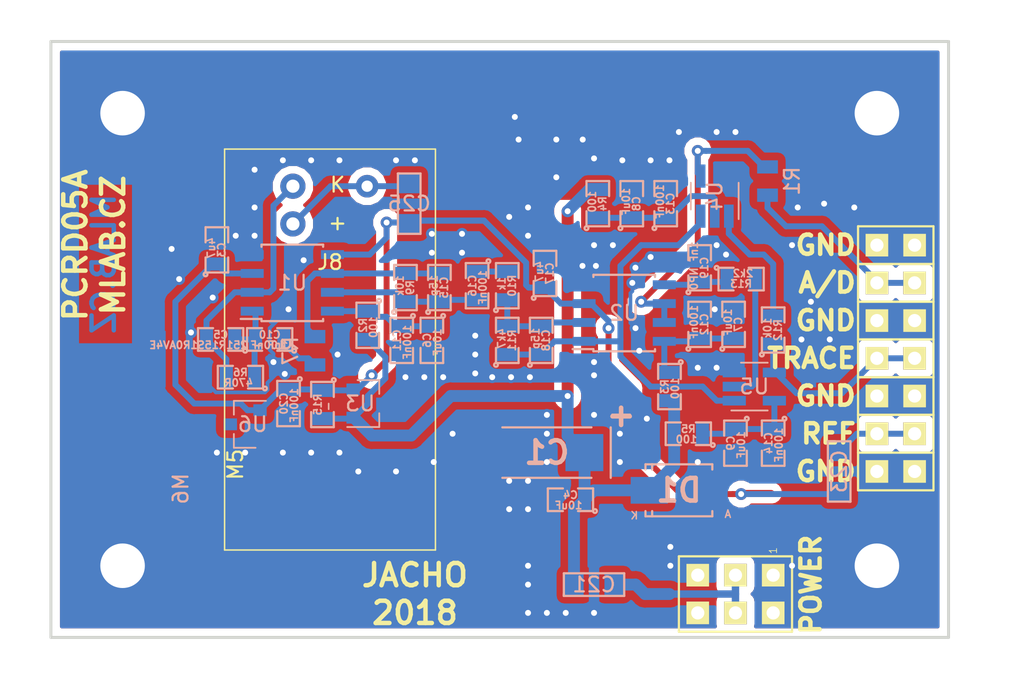
<source format=kicad_pcb>
(kicad_pcb (version 20171130) (host pcbnew "(6.0.0-rc1-dev-205-gc0615c5ef)")

  (general
    (thickness 1.6)
    (drawings 19)
    (tracks 486)
    (zones 0)
    (modules 57)
    (nets 25)
  )

  (page A4)
  (title_block
    (title NAME)
    (date "%d. %m. %Y")
    (rev REV)
    (company "Mlab www.mlab.cz")
    (comment 1 VERSION)
    (comment 2 "Short description\\nTwo lines are maximum")
    (comment 3 "nickname <email@example.com>")
  )

  (layers
    (0 F.Cu signal)
    (31 B.Cu signal)
    (34 B.Paste user)
    (36 B.SilkS user hide)
    (37 F.SilkS user)
    (38 B.Mask user)
    (39 F.Mask user)
    (44 Edge.Cuts user)
    (48 B.Fab user hide)
    (49 F.Fab user hide)
  )

  (setup
    (last_trace_width 0.25)
    (user_trace_width 0.3)
    (user_trace_width 0.4)
    (user_trace_width 0.5)
    (user_trace_width 0.6)
    (user_trace_width 0.7)
    (user_trace_width 0.8)
    (trace_clearance 0.2)
    (zone_clearance 0.508)
    (zone_45_only no)
    (trace_min 0.2)
    (via_size 0.8)
    (via_drill 0.4)
    (via_min_size 0.8)
    (via_min_drill 0.3)
    (uvia_size 0.3)
    (uvia_drill 0.1)
    (uvias_allowed no)
    (uvia_min_size 0.2)
    (uvia_min_drill 0.1)
    (edge_width 0.15)
    (segment_width 0.2)
    (pcb_text_width 0.3)
    (pcb_text_size 1.5 1.5)
    (mod_edge_width 0.15)
    (mod_text_size 1 1)
    (mod_text_width 0.15)
    (pad_size 1.7 1.7)
    (pad_drill 0.889)
    (pad_to_mask_clearance 0.2)
    (aux_axis_origin 0 0)
    (visible_elements 7FFFFF7F)
    (pcbplotparams
      (layerselection 0x010e0_ffffffff)
      (usegerberextensions false)
      (usegerberattributes false)
      (usegerberadvancedattributes false)
      (creategerberjobfile false)
      (excludeedgelayer true)
      (linewidth 0.150000)
      (plotframeref false)
      (viasonmask false)
      (mode 1)
      (useauxorigin false)
      (hpglpennumber 1)
      (hpglpenspeed 20)
      (hpglpendiameter 15.000000)
      (psnegative false)
      (psa4output false)
      (plotreference true)
      (plotvalue true)
      (plotinvisibletext false)
      (padsonsilk false)
      (subtractmaskfromsilk false)
      (outputformat 1)
      (mirror false)
      (drillshape 0)
      (scaleselection 1)
      (outputdirectory "../cam_profi/"))
  )

  (net 0 "")
  (net 1 GND)
  (net 2 VCC)
  (net 3 "Net-(C10-Pad2)")
  (net 4 /VCC1)
  (net 5 /VCC2)
  (net 6 /VCC3)
  (net 7 /VCC4)
  (net 8 "Net-(C10-Pad1)")
  (net 9 "Net-(C15-Pad1)")
  (net 10 "Net-(C15-Pad2)")
  (net 11 "Net-(C16-Pad1)")
  (net 12 "Net-(C18-Pad1)")
  (net 13 "Net-(C18-Pad2)")
  (net 14 "Net-(C19-Pad1)")
  (net 15 /#PeakDetect/Trace)
  (net 16 /A/D)
  (net 17 "Net-(R12-Pad2)")
  (net 18 "Net-(R13-Pad2)")
  (net 19 /K)
  (net 20 /REF)
  (net 21 "Net-(C21-Pad3)")
  (net 22 "Net-(C23-Pad3)")
  (net 23 "Net-(R1-Pad2)")
  (net 24 /+)

  (net_class Default "This is the default net class."
    (clearance 0.2)
    (trace_width 0.25)
    (via_dia 0.8)
    (via_drill 0.4)
    (uvia_dia 0.3)
    (uvia_drill 0.1)
    (add_net /#PeakDetect/Trace)
    (add_net /+)
    (add_net /A/D)
    (add_net /K)
    (add_net /REF)
    (add_net /VCC1)
    (add_net /VCC2)
    (add_net /VCC3)
    (add_net /VCC4)
    (add_net GND)
    (add_net "Net-(C10-Pad1)")
    (add_net "Net-(C10-Pad2)")
    (add_net "Net-(C15-Pad1)")
    (add_net "Net-(C15-Pad2)")
    (add_net "Net-(C16-Pad1)")
    (add_net "Net-(C18-Pad1)")
    (add_net "Net-(C18-Pad2)")
    (add_net "Net-(C19-Pad1)")
    (add_net "Net-(C21-Pad3)")
    (add_net "Net-(C23-Pad3)")
    (add_net "Net-(R1-Pad2)")
    (add_net "Net-(R12-Pad2)")
    (add_net "Net-(R13-Pad2)")
    (add_net VCC)
  )

  (net_class MLAB_default ""
    (clearance 0.2)
    (trace_width 0.45)
    (via_dia 0.8)
    (via_drill 0.4)
    (uvia_dia 0.3)
    (uvia_drill 0.1)
  )

  (net_class MLAB_power ""
    (clearance 0.4)
    (trace_width 0.7)
    (via_dia 0.8)
    (via_drill 0.4)
    (uvia_dia 0.3)
    (uvia_drill 0.1)
  )

  (module Mlab_R:SMD-0805 (layer B.Cu) (tedit 5A9A8010) (tstamp 5B519281)
    (at 48.895 -20.955 90)
    (path /5B3BA8C4)
    (attr smd)
    (fp_text reference R12 (at 0 0.3175 90) (layer B.SilkS)
      (effects (font (size 0.50038 0.50038) (thickness 0.10922)) (justify mirror))
    )
    (fp_text value 10k (at 0.127 -0.381 90) (layer B.SilkS)
      (effects (font (size 0.50038 0.50038) (thickness 0.10922)) (justify mirror))
    )
    (fp_circle (center -1.651 -0.762) (end -1.651 -0.635) (layer B.SilkS) (width 0.15))
    (fp_line (start -0.508 -0.762) (end -1.524 -0.762) (layer B.SilkS) (width 0.15))
    (fp_line (start -1.524 -0.762) (end -1.524 0.762) (layer B.SilkS) (width 0.15))
    (fp_line (start -1.524 0.762) (end -0.508 0.762) (layer B.SilkS) (width 0.15))
    (fp_line (start 0.508 0.762) (end 1.524 0.762) (layer B.SilkS) (width 0.15))
    (fp_line (start 1.524 0.762) (end 1.524 -0.762) (layer B.SilkS) (width 0.15))
    (fp_line (start 1.524 -0.762) (end 0.508 -0.762) (layer B.SilkS) (width 0.15))
    (pad 1 smd rect (at -0.9525 0 90) (size 0.889 1.397) (layers B.Cu B.Paste B.Mask)
      (net 15 /#PeakDetect/Trace))
    (pad 2 smd rect (at 0.9525 0 90) (size 0.889 1.397) (layers B.Cu B.Paste B.Mask)
      (net 17 "Net-(R12-Pad2)"))
    (model Resistors_SMD.3dshapes/R_0805.wrl
      (at (xyz 0 0 0))
      (scale (xyz 1 1 1))
      (rotate (xyz 0 0 0))
    )
    (model ${MLAB}/src/3d/R/R0805.step
      (at (xyz 0 0 0))
      (scale (xyz 1 1 1))
      (rotate (xyz 0 0 0))
    )
  )

  (module Mlab_Mechanical:BMI-S-210-F (layer B.Cu) (tedit 5B66D094) (tstamp 5BA499F8)
    (at 6.985 -6.35)
    (path /5B47DBA2)
    (fp_text reference M6 (at 2.01 -3.915 -270) (layer B.SilkS)
      (effects (font (size 1 1) (thickness 0.15)) (justify mirror))
    )
    (fp_text value BMI-S-210-F (at 0 0.5) (layer B.Fab)
      (effects (font (size 1 1) (thickness 0.15)) (justify mirror))
    )
    (fp_line (start 0.5 -31) (end 0.5 -0.5) (layer B.Fab) (width 0.15))
    (fp_line (start 44.5 -31) (end 0.5 -31) (layer B.Fab) (width 0.15))
    (fp_line (start 44.5 -0.5) (end 44.5 -31) (layer B.Fab) (width 0.15))
    (fp_line (start 0.5 -0.5) (end 44.5 -0.5) (layer B.Fab) (width 0.15))
    (fp_text user %R (at 3.81 -3.81 -90) (layer B.Fab)
      (effects (font (size 1 1) (thickness 0.15)) (justify mirror))
    )
    (pad 1 smd rect (at 37.4 -30.8) (size 3.8 1) (layers B.Cu B.Paste B.Mask)
      (net 1 GND))
    (pad 1 smd rect (at 31.4 -30.8) (size 3.8 1) (layers B.Cu B.Paste B.Mask)
      (net 1 GND))
    (pad 1 smd rect (at 25.4 -30.8) (size 3.8 1) (layers B.Cu B.Paste B.Mask)
      (net 1 GND))
    (pad 1 smd rect (at 19.4 -30.8) (size 3.8 1) (layers B.Cu B.Paste B.Mask)
      (net 1 GND))
    (pad 1 smd rect (at 13.4 -30.8) (size 3.8 1) (layers B.Cu B.Paste B.Mask)
      (net 1 GND))
    (pad 1 smd rect (at 7.4 -30.8) (size 3.8 1) (layers B.Cu B.Paste B.Mask)
      (net 1 GND))
    (pad 1 smd rect (at 37.4 -0.5) (size 3.8 1) (layers B.Cu B.Paste B.Mask)
      (net 1 GND))
    (pad 1 smd rect (at 31.4 -0.5) (size 3.8 1) (layers B.Cu B.Paste B.Mask)
      (net 1 GND))
    (pad 1 smd rect (at 25.4 -0.5) (size 3.8 1) (layers B.Cu B.Paste B.Mask)
      (net 1 GND))
    (pad 1 smd rect (at 19.4 -0.5) (size 3.8 1) (layers B.Cu B.Paste B.Mask)
      (net 1 GND))
    (pad 1 smd rect (at 13.4 -0.5) (size 3.8 1) (layers B.Cu B.Paste B.Mask)
      (net 1 GND))
    (pad 1 smd rect (at 7.4 -0.5) (size 3.8 1) (layers B.Cu B.Paste B.Mask)
      (net 1 GND))
    (pad 1 smd rect (at 43.15 -30.025) (size 3.3 2.55) (layers B.Cu B.Paste B.Mask)
      (net 1 GND))
    (pad 1 smd rect (at 1.65 -30.025) (size 3.3 2.55) (layers B.Cu B.Paste B.Mask)
      (net 1 GND))
    (pad 1 smd rect (at 43.15 -1.275) (size 3.3 2.55) (layers B.Cu B.Paste B.Mask)
      (net 1 GND))
    (pad 1 smd rect (at 1.65 -1.275) (size 3.3 2.55) (layers B.Cu B.Paste B.Mask)
      (net 1 GND))
    (pad 1 smd rect (at 0.5 -6.65) (size 1 3.8) (layers B.Cu B.Paste B.Mask)
      (net 1 GND))
    (pad 1 smd rect (at 0.5 -12.65) (size 1 3.8) (layers B.Cu B.Paste B.Mask)
      (net 1 GND))
    (pad 1 smd rect (at 0.5 -18.65) (size 1 3.8) (layers B.Cu B.Paste B.Mask)
      (net 1 GND))
    (pad 1 smd rect (at 0.5 -24.65) (size 1 3.8) (layers B.Cu B.Paste B.Mask)
      (net 1 GND))
    (pad 1 smd rect (at 44.3 -6.65) (size 1 3.8) (layers B.Cu B.Paste B.Mask)
      (net 1 GND))
    (pad 1 smd rect (at 44.3 -12.65) (size 1 3.8) (layers B.Cu B.Paste B.Mask)
      (net 1 GND))
    (pad 1 smd rect (at 44.3 -18.65) (size 1 3.8) (layers B.Cu B.Paste B.Mask)
      (net 1 GND))
    (pad 1 smd rect (at 44.3 -24.65) (size 1 3.8) (layers B.Cu B.Paste B.Mask)
      (net 1 GND))
  )

  (module Mlab_C:TantalC_SizeC_Reflow (layer B.Cu) (tedit 5B3B0C45) (tstamp 5B519094)
    (at 33.655 -12.7 180)
    (descr "Tantal Cap. , Size C, EIA-6032, Reflow,")
    (tags "Tantal Cap. , Size C, EIA-6032, Reflow,")
    (path /5B46AE4B)
    (attr smd)
    (fp_text reference C1 (at 0 0 180) (layer B.SilkS)
      (effects (font (size 1.524 1.524) (thickness 0.3048)) (justify mirror))
    )
    (fp_text value 47uF (at 0 0 180) (layer B.SilkS) hide
      (effects (font (size 1.524 1.524) (thickness 0.3048)) (justify mirror))
    )
    (fp_line (start -4.30022 1.69926) (end -4.30022 -1.69926) (layer B.SilkS) (width 0.15))
    (fp_line (start 2.99974 -1.69926) (end -2.99974 -1.69926) (layer B.SilkS) (width 0.15))
    (fp_line (start 2.99974 1.69926) (end -2.99974 1.69926) (layer B.SilkS) (width 0.15))
    (fp_text user + (at -4.99872 2.55016 180) (layer B.SilkS)
      (effects (font (size 1.524 1.524) (thickness 0.3048)) (justify mirror))
    )
    (fp_line (start -5.00126 3.05308) (end -5.00126 1.95326) (layer B.SilkS) (width 0.15))
    (fp_line (start -5.6007 2.5527) (end -4.40182 2.5527) (layer B.SilkS) (width 0.15))
    (pad 2 smd rect (at 2.52476 0 180) (size 2.55016 2.49936) (layers B.Cu B.Paste B.Mask)
      (net 1 GND))
    (pad 1 smd rect (at -2.52476 0 180) (size 2.55016 2.49936) (layers B.Cu B.Paste B.Mask)
      (net 2 VCC))
    (model Capacitors_Tantalum_SMD.3dshapes/CP_Tantalum_Case-C_EIA-6032-28.wrl
      (at (xyz 0 0 0))
      (scale (xyz 1 1 1))
      (rotate (xyz 0 0 180))
    )
  )

  (module Mlab_R:SMD-0805 (layer B.Cu) (tedit 5A9A8010) (tstamp 5B5190A1)
    (at 11.43 -26.3525 90)
    (path /5B39C727)
    (attr smd)
    (fp_text reference C3 (at 0 0.3175 90) (layer B.SilkS)
      (effects (font (size 0.50038 0.50038) (thickness 0.10922)) (justify mirror))
    )
    (fp_text value 4u7 (at 0.127 -0.381 90) (layer B.SilkS)
      (effects (font (size 0.50038 0.50038) (thickness 0.10922)) (justify mirror))
    )
    (fp_line (start 1.524 -0.762) (end 0.508 -0.762) (layer B.SilkS) (width 0.15))
    (fp_line (start 1.524 0.762) (end 1.524 -0.762) (layer B.SilkS) (width 0.15))
    (fp_line (start 0.508 0.762) (end 1.524 0.762) (layer B.SilkS) (width 0.15))
    (fp_line (start -1.524 0.762) (end -0.508 0.762) (layer B.SilkS) (width 0.15))
    (fp_line (start -1.524 -0.762) (end -1.524 0.762) (layer B.SilkS) (width 0.15))
    (fp_line (start -0.508 -0.762) (end -1.524 -0.762) (layer B.SilkS) (width 0.15))
    (fp_circle (center -1.651 -0.762) (end -1.651 -0.635) (layer B.SilkS) (width 0.15))
    (pad 2 smd rect (at 0.9525 0 90) (size 0.889 1.397) (layers B.Cu B.Paste B.Mask)
      (net 1 GND))
    (pad 1 smd rect (at -0.9525 0 90) (size 0.889 1.397) (layers B.Cu B.Paste B.Mask)
      (net 20 /REF))
    (model Resistors_SMD.3dshapes/R_0805.wrl
      (at (xyz 0 0 0))
      (scale (xyz 1 1 1))
      (rotate (xyz 0 0 0))
    )
    (model ${MLAB}/src/3d/R/R0805.step
      (at (xyz 0 0 0))
      (scale (xyz 1 1 1))
      (rotate (xyz 0 0 0))
    )
  )

  (module Mlab_R:SMD-0805 (layer B.Cu) (tedit 5A9A8010) (tstamp 5B5190AE)
    (at 35.2425 -9.525 180)
    (path /5B46AED9)
    (attr smd)
    (fp_text reference C4 (at 0 0.3175 180) (layer B.SilkS)
      (effects (font (size 0.50038 0.50038) (thickness 0.10922)) (justify mirror))
    )
    (fp_text value 10uF (at 0.127 -0.381 180) (layer B.SilkS)
      (effects (font (size 0.50038 0.50038) (thickness 0.10922)) (justify mirror))
    )
    (fp_line (start 1.524 -0.762) (end 0.508 -0.762) (layer B.SilkS) (width 0.15))
    (fp_line (start 1.524 0.762) (end 1.524 -0.762) (layer B.SilkS) (width 0.15))
    (fp_line (start 0.508 0.762) (end 1.524 0.762) (layer B.SilkS) (width 0.15))
    (fp_line (start -1.524 0.762) (end -0.508 0.762) (layer B.SilkS) (width 0.15))
    (fp_line (start -1.524 -0.762) (end -1.524 0.762) (layer B.SilkS) (width 0.15))
    (fp_line (start -0.508 -0.762) (end -1.524 -0.762) (layer B.SilkS) (width 0.15))
    (fp_circle (center -1.651 -0.762) (end -1.651 -0.635) (layer B.SilkS) (width 0.15))
    (pad 2 smd rect (at 0.9525 0 180) (size 0.889 1.397) (layers B.Cu B.Paste B.Mask)
      (net 1 GND))
    (pad 1 smd rect (at -0.9525 0 180) (size 0.889 1.397) (layers B.Cu B.Paste B.Mask)
      (net 2 VCC))
    (model Resistors_SMD.3dshapes/R_0805.wrl
      (at (xyz 0 0 0))
      (scale (xyz 1 1 1))
      (rotate (xyz 0 0 0))
    )
    (model ${MLAB}/src/3d/R/R0805.step
      (at (xyz 0 0 0))
      (scale (xyz 1 1 1))
      (rotate (xyz 0 0 0))
    )
  )

  (module Mlab_R:SMD-0805 (layer B.Cu) (tedit 5A9A8010) (tstamp 5B5190BB)
    (at 11.684 -20.32 180)
    (path /5B3A36AE)
    (attr smd)
    (fp_text reference C5 (at 0 0.3175 180) (layer B.SilkS)
      (effects (font (size 0.50038 0.50038) (thickness 0.10922)) (justify mirror))
    )
    (fp_text value "1pF - 251R15S1R0AV4E" (at 0.127 -0.381 180) (layer B.SilkS)
      (effects (font (size 0.50038 0.50038) (thickness 0.10922)) (justify mirror))
    )
    (fp_line (start 1.524 -0.762) (end 0.508 -0.762) (layer B.SilkS) (width 0.15))
    (fp_line (start 1.524 0.762) (end 1.524 -0.762) (layer B.SilkS) (width 0.15))
    (fp_line (start 0.508 0.762) (end 1.524 0.762) (layer B.SilkS) (width 0.15))
    (fp_line (start -1.524 0.762) (end -0.508 0.762) (layer B.SilkS) (width 0.15))
    (fp_line (start -1.524 -0.762) (end -1.524 0.762) (layer B.SilkS) (width 0.15))
    (fp_line (start -0.508 -0.762) (end -1.524 -0.762) (layer B.SilkS) (width 0.15))
    (fp_circle (center -1.651 -0.762) (end -1.651 -0.635) (layer B.SilkS) (width 0.15))
    (pad 2 smd rect (at 0.9525 0 180) (size 0.889 1.397) (layers B.Cu B.Paste B.Mask)
      (net 19 /K))
    (pad 1 smd rect (at -0.9525 0 180) (size 0.889 1.397) (layers B.Cu B.Paste B.Mask)
      (net 3 "Net-(C10-Pad2)"))
    (model Resistors_SMD.3dshapes/R_0805.wrl
      (at (xyz 0 0 0))
      (scale (xyz 1 1 1))
      (rotate (xyz 0 0 0))
    )
    (model ${MLAB}/src/3d/R/R0805.step
      (at (xyz 0 0 0))
      (scale (xyz 1 1 1))
      (rotate (xyz 0 0 0))
    )
  )

  (module Mlab_R:SMD-0805 (layer B.Cu) (tedit 5A9A8010) (tstamp 5B5190C8)
    (at 25.908 -20.2565 270)
    (path /5B46F2E3)
    (attr smd)
    (fp_text reference C6 (at 0 0.3175 270) (layer B.SilkS)
      (effects (font (size 0.50038 0.50038) (thickness 0.10922)) (justify mirror))
    )
    (fp_text value 10uF (at 0.127 -0.381 270) (layer B.SilkS)
      (effects (font (size 0.50038 0.50038) (thickness 0.10922)) (justify mirror))
    )
    (fp_circle (center -1.651 -0.762) (end -1.651 -0.635) (layer B.SilkS) (width 0.15))
    (fp_line (start -0.508 -0.762) (end -1.524 -0.762) (layer B.SilkS) (width 0.15))
    (fp_line (start -1.524 -0.762) (end -1.524 0.762) (layer B.SilkS) (width 0.15))
    (fp_line (start -1.524 0.762) (end -0.508 0.762) (layer B.SilkS) (width 0.15))
    (fp_line (start 0.508 0.762) (end 1.524 0.762) (layer B.SilkS) (width 0.15))
    (fp_line (start 1.524 0.762) (end 1.524 -0.762) (layer B.SilkS) (width 0.15))
    (fp_line (start 1.524 -0.762) (end 0.508 -0.762) (layer B.SilkS) (width 0.15))
    (pad 1 smd rect (at -0.9525 0 270) (size 0.889 1.397) (layers B.Cu B.Paste B.Mask)
      (net 4 /VCC1))
    (pad 2 smd rect (at 0.9525 0 270) (size 0.889 1.397) (layers B.Cu B.Paste B.Mask)
      (net 1 GND))
    (model Resistors_SMD.3dshapes/R_0805.wrl
      (at (xyz 0 0 0))
      (scale (xyz 1 1 1))
      (rotate (xyz 0 0 0))
    )
    (model ${MLAB}/src/3d/R/R0805.step
      (at (xyz 0 0 0))
      (scale (xyz 1 1 1))
      (rotate (xyz 0 0 0))
    )
  )

  (module Mlab_R:SMD-0805 (layer B.Cu) (tedit 5A9A8010) (tstamp 5B5190D5)
    (at 46.228 -21.336 90)
    (path /5B4BB914)
    (attr smd)
    (fp_text reference C7 (at 0 0.3175 90) (layer B.SilkS)
      (effects (font (size 0.50038 0.50038) (thickness 0.10922)) (justify mirror))
    )
    (fp_text value 10uF (at 0.127 -0.381 90) (layer B.SilkS)
      (effects (font (size 0.50038 0.50038) (thickness 0.10922)) (justify mirror))
    )
    (fp_circle (center -1.651 -0.762) (end -1.651 -0.635) (layer B.SilkS) (width 0.15))
    (fp_line (start -0.508 -0.762) (end -1.524 -0.762) (layer B.SilkS) (width 0.15))
    (fp_line (start -1.524 -0.762) (end -1.524 0.762) (layer B.SilkS) (width 0.15))
    (fp_line (start -1.524 0.762) (end -0.508 0.762) (layer B.SilkS) (width 0.15))
    (fp_line (start 0.508 0.762) (end 1.524 0.762) (layer B.SilkS) (width 0.15))
    (fp_line (start 1.524 0.762) (end 1.524 -0.762) (layer B.SilkS) (width 0.15))
    (fp_line (start 1.524 -0.762) (end 0.508 -0.762) (layer B.SilkS) (width 0.15))
    (pad 1 smd rect (at -0.9525 0 90) (size 0.889 1.397) (layers B.Cu B.Paste B.Mask)
      (net 5 /VCC2))
    (pad 2 smd rect (at 0.9525 0 90) (size 0.889 1.397) (layers B.Cu B.Paste B.Mask)
      (net 1 GND))
    (model Resistors_SMD.3dshapes/R_0805.wrl
      (at (xyz 0 0 0))
      (scale (xyz 1 1 1))
      (rotate (xyz 0 0 0))
    )
    (model ${MLAB}/src/3d/R/R0805.step
      (at (xyz 0 0 0))
      (scale (xyz 1 1 1))
      (rotate (xyz 0 0 0))
    )
  )

  (module Mlab_R:SMD-0805 (layer B.Cu) (tedit 5A9A8010) (tstamp 5B5190E2)
    (at 39.37 -29.464 90)
    (path /5B4C840F)
    (attr smd)
    (fp_text reference C8 (at 0 0.3175 90) (layer B.SilkS)
      (effects (font (size 0.50038 0.50038) (thickness 0.10922)) (justify mirror))
    )
    (fp_text value 10uF (at 0.127 -0.381 90) (layer B.SilkS)
      (effects (font (size 0.50038 0.50038) (thickness 0.10922)) (justify mirror))
    )
    (fp_line (start 1.524 -0.762) (end 0.508 -0.762) (layer B.SilkS) (width 0.15))
    (fp_line (start 1.524 0.762) (end 1.524 -0.762) (layer B.SilkS) (width 0.15))
    (fp_line (start 0.508 0.762) (end 1.524 0.762) (layer B.SilkS) (width 0.15))
    (fp_line (start -1.524 0.762) (end -0.508 0.762) (layer B.SilkS) (width 0.15))
    (fp_line (start -1.524 -0.762) (end -1.524 0.762) (layer B.SilkS) (width 0.15))
    (fp_line (start -0.508 -0.762) (end -1.524 -0.762) (layer B.SilkS) (width 0.15))
    (fp_circle (center -1.651 -0.762) (end -1.651 -0.635) (layer B.SilkS) (width 0.15))
    (pad 2 smd rect (at 0.9525 0 90) (size 0.889 1.397) (layers B.Cu B.Paste B.Mask)
      (net 1 GND))
    (pad 1 smd rect (at -0.9525 0 90) (size 0.889 1.397) (layers B.Cu B.Paste B.Mask)
      (net 6 /VCC3))
    (model Resistors_SMD.3dshapes/R_0805.wrl
      (at (xyz 0 0 0))
      (scale (xyz 1 1 1))
      (rotate (xyz 0 0 0))
    )
    (model ${MLAB}/src/3d/R/R0805.step
      (at (xyz 0 0 0))
      (scale (xyz 1 1 1))
      (rotate (xyz 0 0 0))
    )
  )

  (module Mlab_R:SMD-0805 (layer B.Cu) (tedit 5A9A8010) (tstamp 5B5190EF)
    (at 46.355 -13.335 270)
    (path /5B4C8438)
    (attr smd)
    (fp_text reference C9 (at 0 0.3175 270) (layer B.SilkS)
      (effects (font (size 0.50038 0.50038) (thickness 0.10922)) (justify mirror))
    )
    (fp_text value 10uF (at 0.127 -0.381 270) (layer B.SilkS)
      (effects (font (size 0.50038 0.50038) (thickness 0.10922)) (justify mirror))
    )
    (fp_circle (center -1.651 -0.762) (end -1.651 -0.635) (layer B.SilkS) (width 0.15))
    (fp_line (start -0.508 -0.762) (end -1.524 -0.762) (layer B.SilkS) (width 0.15))
    (fp_line (start -1.524 -0.762) (end -1.524 0.762) (layer B.SilkS) (width 0.15))
    (fp_line (start -1.524 0.762) (end -0.508 0.762) (layer B.SilkS) (width 0.15))
    (fp_line (start 0.508 0.762) (end 1.524 0.762) (layer B.SilkS) (width 0.15))
    (fp_line (start 1.524 0.762) (end 1.524 -0.762) (layer B.SilkS) (width 0.15))
    (fp_line (start 1.524 -0.762) (end 0.508 -0.762) (layer B.SilkS) (width 0.15))
    (pad 1 smd rect (at -0.9525 0 270) (size 0.889 1.397) (layers B.Cu B.Paste B.Mask)
      (net 7 /VCC4))
    (pad 2 smd rect (at 0.9525 0 270) (size 0.889 1.397) (layers B.Cu B.Paste B.Mask)
      (net 1 GND))
    (model Resistors_SMD.3dshapes/R_0805.wrl
      (at (xyz 0 0 0))
      (scale (xyz 1 1 1))
      (rotate (xyz 0 0 0))
    )
    (model ${MLAB}/src/3d/R/R0805.step
      (at (xyz 0 0 0))
      (scale (xyz 1 1 1))
      (rotate (xyz 0 0 0))
    )
  )

  (module Mlab_R:SMD-0805 (layer B.Cu) (tedit 5A9A8010) (tstamp 5B5190FC)
    (at 14.986 -20.32 180)
    (path /5B3A3816)
    (attr smd)
    (fp_text reference C10 (at 0 0.3175 180) (layer B.SilkS)
      (effects (font (size 0.50038 0.50038) (thickness 0.10922)) (justify mirror))
    )
    (fp_text value 100nF (at 0.127 -0.381 180) (layer B.SilkS)
      (effects (font (size 0.50038 0.50038) (thickness 0.10922)) (justify mirror))
    )
    (fp_circle (center -1.651 -0.762) (end -1.651 -0.635) (layer B.SilkS) (width 0.15))
    (fp_line (start -0.508 -0.762) (end -1.524 -0.762) (layer B.SilkS) (width 0.15))
    (fp_line (start -1.524 -0.762) (end -1.524 0.762) (layer B.SilkS) (width 0.15))
    (fp_line (start -1.524 0.762) (end -0.508 0.762) (layer B.SilkS) (width 0.15))
    (fp_line (start 0.508 0.762) (end 1.524 0.762) (layer B.SilkS) (width 0.15))
    (fp_line (start 1.524 0.762) (end 1.524 -0.762) (layer B.SilkS) (width 0.15))
    (fp_line (start 1.524 -0.762) (end 0.508 -0.762) (layer B.SilkS) (width 0.15))
    (pad 1 smd rect (at -0.9525 0 180) (size 0.889 1.397) (layers B.Cu B.Paste B.Mask)
      (net 8 "Net-(C10-Pad1)"))
    (pad 2 smd rect (at 0.9525 0 180) (size 0.889 1.397) (layers B.Cu B.Paste B.Mask)
      (net 3 "Net-(C10-Pad2)"))
    (model Resistors_SMD.3dshapes/R_0805.wrl
      (at (xyz 0 0 0))
      (scale (xyz 1 1 1))
      (rotate (xyz 0 0 0))
    )
    (model ${MLAB}/src/3d/R/R0805.step
      (at (xyz 0 0 0))
      (scale (xyz 1 1 1))
      (rotate (xyz 0 0 0))
    )
  )

  (module Mlab_R:SMD-0805 (layer B.Cu) (tedit 5A9A8010) (tstamp 5B519109)
    (at 23.876 -20.2565 270)
    (path /5B46F367)
    (attr smd)
    (fp_text reference C11 (at 0 0.3175 270) (layer B.SilkS)
      (effects (font (size 0.50038 0.50038) (thickness 0.10922)) (justify mirror))
    )
    (fp_text value 100nF (at 0.127 -0.381 270) (layer B.SilkS)
      (effects (font (size 0.50038 0.50038) (thickness 0.10922)) (justify mirror))
    )
    (fp_line (start 1.524 -0.762) (end 0.508 -0.762) (layer B.SilkS) (width 0.15))
    (fp_line (start 1.524 0.762) (end 1.524 -0.762) (layer B.SilkS) (width 0.15))
    (fp_line (start 0.508 0.762) (end 1.524 0.762) (layer B.SilkS) (width 0.15))
    (fp_line (start -1.524 0.762) (end -0.508 0.762) (layer B.SilkS) (width 0.15))
    (fp_line (start -1.524 -0.762) (end -1.524 0.762) (layer B.SilkS) (width 0.15))
    (fp_line (start -0.508 -0.762) (end -1.524 -0.762) (layer B.SilkS) (width 0.15))
    (fp_circle (center -1.651 -0.762) (end -1.651 -0.635) (layer B.SilkS) (width 0.15))
    (pad 2 smd rect (at 0.9525 0 270) (size 0.889 1.397) (layers B.Cu B.Paste B.Mask)
      (net 1 GND))
    (pad 1 smd rect (at -0.9525 0 270) (size 0.889 1.397) (layers B.Cu B.Paste B.Mask)
      (net 4 /VCC1))
    (model Resistors_SMD.3dshapes/R_0805.wrl
      (at (xyz 0 0 0))
      (scale (xyz 1 1 1))
      (rotate (xyz 0 0 0))
    )
    (model ${MLAB}/src/3d/R/R0805.step
      (at (xyz 0 0 0))
      (scale (xyz 1 1 1))
      (rotate (xyz 0 0 0))
    )
  )

  (module Mlab_R:SMD-0805 (layer B.Cu) (tedit 5A9A8010) (tstamp 5B519116)
    (at 43.942 -21.336 90)
    (path /5B4BB91A)
    (attr smd)
    (fp_text reference C12 (at 0 0.3175 90) (layer B.SilkS)
      (effects (font (size 0.50038 0.50038) (thickness 0.10922)) (justify mirror))
    )
    (fp_text value 100nF (at 0.127 -0.381 90) (layer B.SilkS)
      (effects (font (size 0.50038 0.50038) (thickness 0.10922)) (justify mirror))
    )
    (fp_line (start 1.524 -0.762) (end 0.508 -0.762) (layer B.SilkS) (width 0.15))
    (fp_line (start 1.524 0.762) (end 1.524 -0.762) (layer B.SilkS) (width 0.15))
    (fp_line (start 0.508 0.762) (end 1.524 0.762) (layer B.SilkS) (width 0.15))
    (fp_line (start -1.524 0.762) (end -0.508 0.762) (layer B.SilkS) (width 0.15))
    (fp_line (start -1.524 -0.762) (end -1.524 0.762) (layer B.SilkS) (width 0.15))
    (fp_line (start -0.508 -0.762) (end -1.524 -0.762) (layer B.SilkS) (width 0.15))
    (fp_circle (center -1.651 -0.762) (end -1.651 -0.635) (layer B.SilkS) (width 0.15))
    (pad 2 smd rect (at 0.9525 0 90) (size 0.889 1.397) (layers B.Cu B.Paste B.Mask)
      (net 1 GND))
    (pad 1 smd rect (at -0.9525 0 90) (size 0.889 1.397) (layers B.Cu B.Paste B.Mask)
      (net 5 /VCC2))
    (model Resistors_SMD.3dshapes/R_0805.wrl
      (at (xyz 0 0 0))
      (scale (xyz 1 1 1))
      (rotate (xyz 0 0 0))
    )
    (model ${MLAB}/src/3d/R/R0805.step
      (at (xyz 0 0 0))
      (scale (xyz 1 1 1))
      (rotate (xyz 0 0 0))
    )
  )

  (module Mlab_R:SMD-0805 (layer B.Cu) (tedit 5A9A8010) (tstamp 5B519123)
    (at 41.656 -29.464 90)
    (path /5B4C8415)
    (attr smd)
    (fp_text reference C13 (at 0 0.3175 90) (layer B.SilkS)
      (effects (font (size 0.50038 0.50038) (thickness 0.10922)) (justify mirror))
    )
    (fp_text value 100nF (at 0.127 -0.381 90) (layer B.SilkS)
      (effects (font (size 0.50038 0.50038) (thickness 0.10922)) (justify mirror))
    )
    (fp_circle (center -1.651 -0.762) (end -1.651 -0.635) (layer B.SilkS) (width 0.15))
    (fp_line (start -0.508 -0.762) (end -1.524 -0.762) (layer B.SilkS) (width 0.15))
    (fp_line (start -1.524 -0.762) (end -1.524 0.762) (layer B.SilkS) (width 0.15))
    (fp_line (start -1.524 0.762) (end -0.508 0.762) (layer B.SilkS) (width 0.15))
    (fp_line (start 0.508 0.762) (end 1.524 0.762) (layer B.SilkS) (width 0.15))
    (fp_line (start 1.524 0.762) (end 1.524 -0.762) (layer B.SilkS) (width 0.15))
    (fp_line (start 1.524 -0.762) (end 0.508 -0.762) (layer B.SilkS) (width 0.15))
    (pad 1 smd rect (at -0.9525 0 90) (size 0.889 1.397) (layers B.Cu B.Paste B.Mask)
      (net 6 /VCC3))
    (pad 2 smd rect (at 0.9525 0 90) (size 0.889 1.397) (layers B.Cu B.Paste B.Mask)
      (net 1 GND))
    (model Resistors_SMD.3dshapes/R_0805.wrl
      (at (xyz 0 0 0))
      (scale (xyz 1 1 1))
      (rotate (xyz 0 0 0))
    )
    (model ${MLAB}/src/3d/R/R0805.step
      (at (xyz 0 0 0))
      (scale (xyz 1 1 1))
      (rotate (xyz 0 0 0))
    )
  )

  (module Mlab_R:SMD-0805 (layer B.Cu) (tedit 5A9A8010) (tstamp 5B519130)
    (at 48.895 -13.335 270)
    (path /5B4C843E)
    (attr smd)
    (fp_text reference C14 (at 0 0.3175 270) (layer B.SilkS)
      (effects (font (size 0.50038 0.50038) (thickness 0.10922)) (justify mirror))
    )
    (fp_text value 100nF (at 0.127 -0.381 270) (layer B.SilkS)
      (effects (font (size 0.50038 0.50038) (thickness 0.10922)) (justify mirror))
    )
    (fp_line (start 1.524 -0.762) (end 0.508 -0.762) (layer B.SilkS) (width 0.15))
    (fp_line (start 1.524 0.762) (end 1.524 -0.762) (layer B.SilkS) (width 0.15))
    (fp_line (start 0.508 0.762) (end 1.524 0.762) (layer B.SilkS) (width 0.15))
    (fp_line (start -1.524 0.762) (end -0.508 0.762) (layer B.SilkS) (width 0.15))
    (fp_line (start -1.524 -0.762) (end -1.524 0.762) (layer B.SilkS) (width 0.15))
    (fp_line (start -0.508 -0.762) (end -1.524 -0.762) (layer B.SilkS) (width 0.15))
    (fp_circle (center -1.651 -0.762) (end -1.651 -0.635) (layer B.SilkS) (width 0.15))
    (pad 2 smd rect (at 0.9525 0 270) (size 0.889 1.397) (layers B.Cu B.Paste B.Mask)
      (net 1 GND))
    (pad 1 smd rect (at -0.9525 0 270) (size 0.889 1.397) (layers B.Cu B.Paste B.Mask)
      (net 7 /VCC4))
    (model Resistors_SMD.3dshapes/R_0805.wrl
      (at (xyz 0 0 0))
      (scale (xyz 1 1 1))
      (rotate (xyz 0 0 0))
    )
    (model ${MLAB}/src/3d/R/R0805.step
      (at (xyz 0 0 0))
      (scale (xyz 1 1 1))
      (rotate (xyz 0 0 0))
    )
  )

  (module Mlab_R:SMD-0805 (layer B.Cu) (tedit 5A9A8010) (tstamp 5B51913D)
    (at 26.416 -23.8125 90)
    (path /5B3AD087)
    (attr smd)
    (fp_text reference C15 (at 0 0.3175 90) (layer B.SilkS)
      (effects (font (size 0.50038 0.50038) (thickness 0.10922)) (justify mirror))
    )
    (fp_text value 15p (at 0.127 -0.381 90) (layer B.SilkS)
      (effects (font (size 0.50038 0.50038) (thickness 0.10922)) (justify mirror))
    )
    (fp_circle (center -1.651 -0.762) (end -1.651 -0.635) (layer B.SilkS) (width 0.15))
    (fp_line (start -0.508 -0.762) (end -1.524 -0.762) (layer B.SilkS) (width 0.15))
    (fp_line (start -1.524 -0.762) (end -1.524 0.762) (layer B.SilkS) (width 0.15))
    (fp_line (start -1.524 0.762) (end -0.508 0.762) (layer B.SilkS) (width 0.15))
    (fp_line (start 0.508 0.762) (end 1.524 0.762) (layer B.SilkS) (width 0.15))
    (fp_line (start 1.524 0.762) (end 1.524 -0.762) (layer B.SilkS) (width 0.15))
    (fp_line (start 1.524 -0.762) (end 0.508 -0.762) (layer B.SilkS) (width 0.15))
    (pad 1 smd rect (at -0.9525 0 90) (size 0.889 1.397) (layers B.Cu B.Paste B.Mask)
      (net 9 "Net-(C15-Pad1)"))
    (pad 2 smd rect (at 0.9525 0 90) (size 0.889 1.397) (layers B.Cu B.Paste B.Mask)
      (net 10 "Net-(C15-Pad2)"))
    (model Resistors_SMD.3dshapes/R_0805.wrl
      (at (xyz 0 0 0))
      (scale (xyz 1 1 1))
      (rotate (xyz 0 0 0))
    )
    (model ${MLAB}/src/3d/R/R0805.step
      (at (xyz 0 0 0))
      (scale (xyz 1 1 1))
      (rotate (xyz 0 0 0))
    )
  )

  (module Mlab_R:SMD-0805 (layer B.Cu) (tedit 5A9A8010) (tstamp 5B51914A)
    (at 28.956 -23.9395 270)
    (path /5B3AD5AB)
    (attr smd)
    (fp_text reference C16 (at 0 0.3175 270) (layer B.SilkS)
      (effects (font (size 0.50038 0.50038) (thickness 0.10922)) (justify mirror))
    )
    (fp_text value 100nF (at 0.127 -0.381 270) (layer B.SilkS)
      (effects (font (size 0.50038 0.50038) (thickness 0.10922)) (justify mirror))
    )
    (fp_circle (center -1.651 -0.762) (end -1.651 -0.635) (layer B.SilkS) (width 0.15))
    (fp_line (start -0.508 -0.762) (end -1.524 -0.762) (layer B.SilkS) (width 0.15))
    (fp_line (start -1.524 -0.762) (end -1.524 0.762) (layer B.SilkS) (width 0.15))
    (fp_line (start -1.524 0.762) (end -0.508 0.762) (layer B.SilkS) (width 0.15))
    (fp_line (start 0.508 0.762) (end 1.524 0.762) (layer B.SilkS) (width 0.15))
    (fp_line (start 1.524 0.762) (end 1.524 -0.762) (layer B.SilkS) (width 0.15))
    (fp_line (start 1.524 -0.762) (end 0.508 -0.762) (layer B.SilkS) (width 0.15))
    (pad 1 smd rect (at -0.9525 0 270) (size 0.889 1.397) (layers B.Cu B.Paste B.Mask)
      (net 11 "Net-(C16-Pad1)"))
    (pad 2 smd rect (at 0.9525 0 270) (size 0.889 1.397) (layers B.Cu B.Paste B.Mask)
      (net 9 "Net-(C15-Pad1)"))
    (model Resistors_SMD.3dshapes/R_0805.wrl
      (at (xyz 0 0 0))
      (scale (xyz 1 1 1))
      (rotate (xyz 0 0 0))
    )
    (model ${MLAB}/src/3d/R/R0805.step
      (at (xyz 0 0 0))
      (scale (xyz 1 1 1))
      (rotate (xyz 0 0 0))
    )
  )

  (module Mlab_R:SMD-0805 (layer B.Cu) (tedit 5A9A8010) (tstamp 5B519157)
    (at 33.528 -24.765 90)
    (path /5B3E1723)
    (attr smd)
    (fp_text reference C17 (at 0 0.3175 90) (layer B.SilkS)
      (effects (font (size 0.50038 0.50038) (thickness 0.10922)) (justify mirror))
    )
    (fp_text value 4u7 (at 0.127 -0.381 90) (layer B.SilkS)
      (effects (font (size 0.50038 0.50038) (thickness 0.10922)) (justify mirror))
    )
    (fp_circle (center -1.651 -0.762) (end -1.651 -0.635) (layer B.SilkS) (width 0.15))
    (fp_line (start -0.508 -0.762) (end -1.524 -0.762) (layer B.SilkS) (width 0.15))
    (fp_line (start -1.524 -0.762) (end -1.524 0.762) (layer B.SilkS) (width 0.15))
    (fp_line (start -1.524 0.762) (end -0.508 0.762) (layer B.SilkS) (width 0.15))
    (fp_line (start 0.508 0.762) (end 1.524 0.762) (layer B.SilkS) (width 0.15))
    (fp_line (start 1.524 0.762) (end 1.524 -0.762) (layer B.SilkS) (width 0.15))
    (fp_line (start 1.524 -0.762) (end 0.508 -0.762) (layer B.SilkS) (width 0.15))
    (pad 1 smd rect (at -0.9525 0 90) (size 0.889 1.397) (layers B.Cu B.Paste B.Mask)
      (net 20 /REF))
    (pad 2 smd rect (at 0.9525 0 90) (size 0.889 1.397) (layers B.Cu B.Paste B.Mask)
      (net 1 GND))
    (model Resistors_SMD.3dshapes/R_0805.wrl
      (at (xyz 0 0 0))
      (scale (xyz 1 1 1))
      (rotate (xyz 0 0 0))
    )
    (model ${MLAB}/src/3d/R/R0805.step
      (at (xyz 0 0 0))
      (scale (xyz 1 1 1))
      (rotate (xyz 0 0 0))
    )
  )

  (module Mlab_R:SMD-0805 (layer B.Cu) (tedit 5A9A8010) (tstamp 5B519164)
    (at 33.274 -20.2565 90)
    (path /5B3E8E3E)
    (attr smd)
    (fp_text reference C18 (at 0 0.3175 90) (layer B.SilkS)
      (effects (font (size 0.50038 0.50038) (thickness 0.10922)) (justify mirror))
    )
    (fp_text value 15p (at 0.127 -0.381 90) (layer B.SilkS)
      (effects (font (size 0.50038 0.50038) (thickness 0.10922)) (justify mirror))
    )
    (fp_circle (center -1.651 -0.762) (end -1.651 -0.635) (layer B.SilkS) (width 0.15))
    (fp_line (start -0.508 -0.762) (end -1.524 -0.762) (layer B.SilkS) (width 0.15))
    (fp_line (start -1.524 -0.762) (end -1.524 0.762) (layer B.SilkS) (width 0.15))
    (fp_line (start -1.524 0.762) (end -0.508 0.762) (layer B.SilkS) (width 0.15))
    (fp_line (start 0.508 0.762) (end 1.524 0.762) (layer B.SilkS) (width 0.15))
    (fp_line (start 1.524 0.762) (end 1.524 -0.762) (layer B.SilkS) (width 0.15))
    (fp_line (start 1.524 -0.762) (end 0.508 -0.762) (layer B.SilkS) (width 0.15))
    (pad 1 smd rect (at -0.9525 0 90) (size 0.889 1.397) (layers B.Cu B.Paste B.Mask)
      (net 12 "Net-(C18-Pad1)"))
    (pad 2 smd rect (at 0.9525 0 90) (size 0.889 1.397) (layers B.Cu B.Paste B.Mask)
      (net 13 "Net-(C18-Pad2)"))
    (model Resistors_SMD.3dshapes/R_0805.wrl
      (at (xyz 0 0 0))
      (scale (xyz 1 1 1))
      (rotate (xyz 0 0 0))
    )
    (model ${MLAB}/src/3d/R/R0805.step
      (at (xyz 0 0 0))
      (scale (xyz 1 1 1))
      (rotate (xyz 0 0 0))
    )
  )

  (module Mlab_R:SMD-0805 (layer B.Cu) (tedit 5A9A8010) (tstamp 5B519171)
    (at 43.942 -25.146 90)
    (path /5B3BD161)
    (attr smd)
    (fp_text reference C19 (at 0 0.3175 90) (layer B.SilkS)
      (effects (font (size 0.50038 0.50038) (thickness 0.10922)) (justify mirror))
    )
    (fp_text value "1nF NP0" (at 0.127 -0.381 90) (layer B.SilkS)
      (effects (font (size 0.50038 0.50038) (thickness 0.10922)) (justify mirror))
    )
    (fp_circle (center -1.651 -0.762) (end -1.651 -0.635) (layer B.SilkS) (width 0.15))
    (fp_line (start -0.508 -0.762) (end -1.524 -0.762) (layer B.SilkS) (width 0.15))
    (fp_line (start -1.524 -0.762) (end -1.524 0.762) (layer B.SilkS) (width 0.15))
    (fp_line (start -1.524 0.762) (end -0.508 0.762) (layer B.SilkS) (width 0.15))
    (fp_line (start 0.508 0.762) (end 1.524 0.762) (layer B.SilkS) (width 0.15))
    (fp_line (start 1.524 0.762) (end 1.524 -0.762) (layer B.SilkS) (width 0.15))
    (fp_line (start 1.524 -0.762) (end 0.508 -0.762) (layer B.SilkS) (width 0.15))
    (pad 1 smd rect (at -0.9525 0 90) (size 0.889 1.397) (layers B.Cu B.Paste B.Mask)
      (net 14 "Net-(C19-Pad1)"))
    (pad 2 smd rect (at 0.9525 0 90) (size 0.889 1.397) (layers B.Cu B.Paste B.Mask)
      (net 1 GND))
    (model Resistors_SMD.3dshapes/R_0805.wrl
      (at (xyz 0 0 0))
      (scale (xyz 1 1 1))
      (rotate (xyz 0 0 0))
    )
    (model ${MLAB}/src/3d/R/R0805.step
      (at (xyz 0 0 0))
      (scale (xyz 1 1 1))
      (rotate (xyz 0 0 0))
    )
  )

  (module Mlab_D:Diode-SMA_Standard (layer B.Cu) (tedit 5B3B0C3D) (tstamp 5B519182)
    (at 42.545 -10.16 180)
    (descr "Diode SMA")
    (tags "Diode SMA")
    (path /55622FB7)
    (attr smd)
    (fp_text reference D1 (at 0 0 180) (layer B.SilkS)
      (effects (font (size 1.524 1.524) (thickness 0.3048)) (justify mirror))
    )
    (fp_text value M4 (at 0 0 180) (layer B.SilkS) hide
      (effects (font (size 1.524 1.524) (thickness 0.3048)) (justify mirror))
    )
    (fp_text user A (at -3.29946 -1.6002 180) (layer B.SilkS)
      (effects (font (size 0.50038 0.50038) (thickness 0.09906)) (justify mirror))
    )
    (fp_text user K (at 2.99974 -1.69926 180) (layer B.SilkS)
      (effects (font (size 0.50038 0.50038) (thickness 0.09906)) (justify mirror))
    )
    (fp_circle (center 0 0) (end 0.20066 0.0508) (layer B.Adhes) (width 0.381))
    (fp_line (start 1.80086 -1.75006) (end 1.80086 -1.39954) (layer B.SilkS) (width 0.15))
    (fp_line (start 1.80086 1.75006) (end 1.80086 1.39954) (layer B.SilkS) (width 0.15))
    (fp_line (start 2.25044 -1.75006) (end 2.25044 -1.39954) (layer B.SilkS) (width 0.15))
    (fp_line (start -2.25044 -1.75006) (end -2.25044 -1.39954) (layer B.SilkS) (width 0.15))
    (fp_line (start -2.25044 1.75006) (end -2.25044 1.39954) (layer B.SilkS) (width 0.15))
    (fp_line (start 2.25044 1.75006) (end 2.25044 1.39954) (layer B.SilkS) (width 0.15))
    (fp_line (start -2.25044 -1.75006) (end 2.25044 -1.75006) (layer B.SilkS) (width 0.15))
    (fp_line (start -2.25044 1.75006) (end 2.25044 1.75006) (layer B.SilkS) (width 0.15))
    (pad 2 smd rect (at -1.99898 0 180) (size 2.49936 1.80086) (layers B.Cu B.Paste B.Mask)
      (net 1 GND))
    (pad 1 smd rect (at 1.99898 0 180) (size 2.49936 1.80086) (layers B.Cu B.Paste B.Mask)
      (net 2 VCC))
    (model MLAB_3D/Diodes/SMA.wrl
      (at (xyz 0 0 0))
      (scale (xyz 0.3937 0.3937 0.3937))
      (rotate (xyz 0 0 0))
    )
  )

  (module Mlab_Pin_Headers:Straight_2x03 (layer F.Cu) (tedit 55DC1460) (tstamp 5B519191)
    (at 46.355 -3.175 270)
    (descr "pin header straight 2x03")
    (tags "pin header straight 2x03")
    (path /549D65BC)
    (fp_text reference J1 (at 0 -5.08 270) (layer F.SilkS) hide
      (effects (font (size 1.5 1.5) (thickness 0.15)))
    )
    (fp_text value 3.6V (at 0 5.08 270) (layer F.SilkS) hide
      (effects (font (size 1.5 1.5) (thickness 0.15)))
    )
    (fp_text user 1 (at -2.921 -2.54 270) (layer F.SilkS)
      (effects (font (size 0.5 0.5) (thickness 0.05)))
    )
    (fp_line (start -2.54 -3.81) (end 2.54 -3.81) (layer F.SilkS) (width 0.15))
    (fp_line (start 2.54 -3.81) (end 2.54 3.81) (layer F.SilkS) (width 0.15))
    (fp_line (start 2.54 3.81) (end -2.54 3.81) (layer F.SilkS) (width 0.15))
    (fp_line (start -2.54 3.81) (end -2.54 -3.81) (layer F.SilkS) (width 0.15))
    (pad 1 thru_hole rect (at -1.27 -2.54 270) (size 1.524 1.524) (drill 0.889) (layers *.Cu *.Mask F.SilkS)
      (net 1 GND))
    (pad 2 thru_hole rect (at 1.27 -2.54 270) (size 1.524 1.524) (drill 0.889) (layers *.Cu *.Mask F.SilkS)
      (net 1 GND))
    (pad 3 thru_hole rect (at -1.27 0 270) (size 1.524 1.524) (drill 0.889) (layers *.Cu *.Mask F.SilkS)
      (net 21 "Net-(C21-Pad3)"))
    (pad 4 thru_hole rect (at 1.27 0 270) (size 1.524 1.524) (drill 0.889) (layers *.Cu *.Mask F.SilkS)
      (net 21 "Net-(C21-Pad3)"))
    (pad 5 thru_hole rect (at -1.27 2.54 270) (size 1.524 1.524) (drill 0.889) (layers *.Cu *.Mask F.SilkS)
      (net 1 GND))
    (pad 6 thru_hole rect (at 1.27 2.54 270) (size 1.524 1.524) (drill 0.889) (layers *.Cu *.Mask F.SilkS)
      (net 1 GND))
    (model Pin_Headers/Pin_Header_Straight_2x03.wrl
      (at (xyz 0 0 0))
      (scale (xyz 1 1 1))
      (rotate (xyz 0 0 90))
    )
  )

  (module Mlab_Pin_Headers:Straight_2x01 (layer F.Cu) (tedit 5A99E638) (tstamp 5B51919B)
    (at 57.15 -21.59 180)
    (descr "pin header straight 2x01")
    (tags "pin header straight 2x01")
    (path /5B454FCB)
    (fp_text reference J2 (at 0 -2.54 180) (layer F.SilkS) hide
      (effects (font (size 1.5 1.5) (thickness 0.15)))
    )
    (fp_text value HEADER_2x01_PARALLEL (at 0 2.54 180) (layer F.SilkS) hide
      (effects (font (size 1.5 1.5) (thickness 0.15)))
    )
    (fp_line (start -2.54 1.27) (end -2.54 -1.27) (layer F.SilkS) (width 0.15))
    (fp_line (start 2.54 1.27) (end -2.54 1.27) (layer F.SilkS) (width 0.15))
    (fp_line (start 2.54 -1.27) (end 2.54 1.27) (layer F.SilkS) (width 0.15))
    (fp_line (start -2.54 -1.27) (end 2.54 -1.27) (layer F.SilkS) (width 0.15))
    (pad 2 thru_hole rect (at 1.27 0 180) (size 1.524 1.524) (drill 0.889) (layers *.Cu *.Mask F.SilkS)
      (net 1 GND))
    (pad 1 thru_hole rect (at -1.27 0 180) (size 1.524 1.524) (drill 0.889) (layers *.Cu *.Mask F.SilkS)
      (net 1 GND))
    (model Pin_Headers/Pin_Header_Straight_2x01.wrl
      (at (xyz 0 0 0))
      (scale (xyz 1 1 1))
      (rotate (xyz 0 0 90))
    )
    (model ${MLAB}/src/3d/mechanical/header_1_2.step
      (at (xyz 0 0 0))
      (scale (xyz 1 1 1))
      (rotate (xyz 0 0 0))
    )
  )

  (module Mlab_Pin_Headers:Straight_2x01 (layer F.Cu) (tedit 5A99E638) (tstamp 5B5191A5)
    (at 57.15 -19.05 180)
    (descr "pin header straight 2x01")
    (tags "pin header straight 2x01")
    (path /5B455041)
    (fp_text reference J3 (at 0 -2.54 180) (layer F.SilkS) hide
      (effects (font (size 1.5 1.5) (thickness 0.15)))
    )
    (fp_text value HEADER_2x01_PARALLEL (at 0 2.54 180) (layer F.SilkS) hide
      (effects (font (size 1.5 1.5) (thickness 0.15)))
    )
    (fp_line (start -2.54 -1.27) (end 2.54 -1.27) (layer F.SilkS) (width 0.15))
    (fp_line (start 2.54 -1.27) (end 2.54 1.27) (layer F.SilkS) (width 0.15))
    (fp_line (start 2.54 1.27) (end -2.54 1.27) (layer F.SilkS) (width 0.15))
    (fp_line (start -2.54 1.27) (end -2.54 -1.27) (layer F.SilkS) (width 0.15))
    (pad 1 thru_hole rect (at -1.27 0 180) (size 1.524 1.524) (drill 0.889) (layers *.Cu *.Mask F.SilkS)
      (net 15 /#PeakDetect/Trace))
    (pad 2 thru_hole rect (at 1.27 0 180) (size 1.524 1.524) (drill 0.889) (layers *.Cu *.Mask F.SilkS)
      (net 15 /#PeakDetect/Trace))
    (model Pin_Headers/Pin_Header_Straight_2x01.wrl
      (at (xyz 0 0 0))
      (scale (xyz 1 1 1))
      (rotate (xyz 0 0 90))
    )
    (model ${MLAB}/src/3d/mechanical/header_1_2.step
      (at (xyz 0 0 0))
      (scale (xyz 1 1 1))
      (rotate (xyz 0 0 0))
    )
  )

  (module Mlab_Pin_Headers:Straight_2x01 (layer F.Cu) (tedit 5A99E638) (tstamp 5B5191AF)
    (at 57.15 -16.51 180)
    (descr "pin header straight 2x01")
    (tags "pin header straight 2x01")
    (path /5B4550A5)
    (fp_text reference J4 (at 0 -2.54 180) (layer F.SilkS) hide
      (effects (font (size 1.5 1.5) (thickness 0.15)))
    )
    (fp_text value HEADER_2x01_PARALLEL (at 0 2.54 180) (layer F.SilkS) hide
      (effects (font (size 1.5 1.5) (thickness 0.15)))
    )
    (fp_line (start -2.54 1.27) (end -2.54 -1.27) (layer F.SilkS) (width 0.15))
    (fp_line (start 2.54 1.27) (end -2.54 1.27) (layer F.SilkS) (width 0.15))
    (fp_line (start 2.54 -1.27) (end 2.54 1.27) (layer F.SilkS) (width 0.15))
    (fp_line (start -2.54 -1.27) (end 2.54 -1.27) (layer F.SilkS) (width 0.15))
    (pad 2 thru_hole rect (at 1.27 0 180) (size 1.524 1.524) (drill 0.889) (layers *.Cu *.Mask F.SilkS)
      (net 1 GND))
    (pad 1 thru_hole rect (at -1.27 0 180) (size 1.524 1.524) (drill 0.889) (layers *.Cu *.Mask F.SilkS)
      (net 1 GND))
    (model Pin_Headers/Pin_Header_Straight_2x01.wrl
      (at (xyz 0 0 0))
      (scale (xyz 1 1 1))
      (rotate (xyz 0 0 90))
    )
    (model ${MLAB}/src/3d/mechanical/header_1_2.step
      (at (xyz 0 0 0))
      (scale (xyz 1 1 1))
      (rotate (xyz 0 0 0))
    )
  )

  (module Mlab_Pin_Headers:Straight_2x01 (layer F.Cu) (tedit 5A99E638) (tstamp 5B5191B9)
    (at 57.15 -26.67 180)
    (descr "pin header straight 2x01")
    (tags "pin header straight 2x01")
    (path /5B3FF83E)
    (fp_text reference J5 (at 0 -2.54 180) (layer F.SilkS) hide
      (effects (font (size 1.5 1.5) (thickness 0.15)))
    )
    (fp_text value HEADER_2x01_PARALLEL (at 0 2.54 180) (layer F.SilkS) hide
      (effects (font (size 1.5 1.5) (thickness 0.15)))
    )
    (fp_line (start -2.54 1.27) (end -2.54 -1.27) (layer F.SilkS) (width 0.15))
    (fp_line (start 2.54 1.27) (end -2.54 1.27) (layer F.SilkS) (width 0.15))
    (fp_line (start 2.54 -1.27) (end 2.54 1.27) (layer F.SilkS) (width 0.15))
    (fp_line (start -2.54 -1.27) (end 2.54 -1.27) (layer F.SilkS) (width 0.15))
    (pad 2 thru_hole rect (at 1.27 0 180) (size 1.524 1.524) (drill 0.889) (layers *.Cu *.Mask F.SilkS)
      (net 1 GND))
    (pad 1 thru_hole rect (at -1.27 0 180) (size 1.524 1.524) (drill 0.889) (layers *.Cu *.Mask F.SilkS)
      (net 1 GND))
    (model Pin_Headers/Pin_Header_Straight_2x01.wrl
      (at (xyz 0 0 0))
      (scale (xyz 1 1 1))
      (rotate (xyz 0 0 90))
    )
    (model ${MLAB}/src/3d/mechanical/header_1_2.step
      (at (xyz 0 0 0))
      (scale (xyz 1 1 1))
      (rotate (xyz 0 0 0))
    )
  )

  (module Mlab_Pin_Headers:Straight_2x01 (layer F.Cu) (tedit 5A99E638) (tstamp 5B5191C3)
    (at 57.15 -24.13 180)
    (descr "pin header straight 2x01")
    (tags "pin header straight 2x01")
    (path /5B3FF577)
    (fp_text reference J6 (at 0 -2.54 180) (layer F.SilkS) hide
      (effects (font (size 1.5 1.5) (thickness 0.15)))
    )
    (fp_text value HEADER_2x01_PARALLEL (at 0 2.54 180) (layer F.SilkS) hide
      (effects (font (size 1.5 1.5) (thickness 0.15)))
    )
    (fp_line (start -2.54 -1.27) (end 2.54 -1.27) (layer F.SilkS) (width 0.15))
    (fp_line (start 2.54 -1.27) (end 2.54 1.27) (layer F.SilkS) (width 0.15))
    (fp_line (start 2.54 1.27) (end -2.54 1.27) (layer F.SilkS) (width 0.15))
    (fp_line (start -2.54 1.27) (end -2.54 -1.27) (layer F.SilkS) (width 0.15))
    (pad 1 thru_hole rect (at -1.27 0 180) (size 1.524 1.524) (drill 0.889) (layers *.Cu *.Mask F.SilkS)
      (net 16 /A/D))
    (pad 2 thru_hole rect (at 1.27 0 180) (size 1.524 1.524) (drill 0.889) (layers *.Cu *.Mask F.SilkS)
      (net 16 /A/D))
    (model Pin_Headers/Pin_Header_Straight_2x01.wrl
      (at (xyz 0 0 0))
      (scale (xyz 1 1 1))
      (rotate (xyz 0 0 90))
    )
    (model ${MLAB}/src/3d/mechanical/header_1_2.step
      (at (xyz 0 0 0))
      (scale (xyz 1 1 1))
      (rotate (xyz 0 0 0))
    )
  )

  (module Mlab_Pin_Headers:Straight_2x01 (layer F.Cu) (tedit 5A99E638) (tstamp 5B5191CD)
    (at 57.15 -11.43 180)
    (descr "pin header straight 2x01")
    (tags "pin header straight 2x01")
    (path /5B3FF89A)
    (fp_text reference J7 (at 0 -2.54 180) (layer F.SilkS) hide
      (effects (font (size 1.5 1.5) (thickness 0.15)))
    )
    (fp_text value HEADER_2x01_PARALLEL (at 0 2.54 180) (layer F.SilkS) hide
      (effects (font (size 1.5 1.5) (thickness 0.15)))
    )
    (fp_line (start -2.54 -1.27) (end 2.54 -1.27) (layer F.SilkS) (width 0.15))
    (fp_line (start 2.54 -1.27) (end 2.54 1.27) (layer F.SilkS) (width 0.15))
    (fp_line (start 2.54 1.27) (end -2.54 1.27) (layer F.SilkS) (width 0.15))
    (fp_line (start -2.54 1.27) (end -2.54 -1.27) (layer F.SilkS) (width 0.15))
    (pad 1 thru_hole rect (at -1.27 0 180) (size 1.524 1.524) (drill 0.889) (layers *.Cu *.Mask F.SilkS)
      (net 1 GND))
    (pad 2 thru_hole rect (at 1.27 0 180) (size 1.524 1.524) (drill 0.889) (layers *.Cu *.Mask F.SilkS)
      (net 1 GND))
    (model Pin_Headers/Pin_Header_Straight_2x01.wrl
      (at (xyz 0 0 0))
      (scale (xyz 1 1 1))
      (rotate (xyz 0 0 90))
    )
    (model ${MLAB}/src/3d/mechanical/header_1_2.step
      (at (xyz 0 0 0))
      (scale (xyz 1 1 1))
      (rotate (xyz 0 0 0))
    )
  )

  (module Mlab_Mechanical:MountingHole_3mm placed (layer F.Cu) (tedit 5A99DD0D) (tstamp 5B5191D3)
    (at 5.08 -35.56)
    (descr "Mounting hole, Befestigungsbohrung, 3mm, No Annular, Kein Restring,")
    (tags "Mounting hole, Befestigungsbohrung, 3mm, No Annular, Kein Restring,")
    (path /549D7549)
    (fp_text reference M1 (at 0 -4.191) (layer F.SilkS) hide
      (effects (font (size 1.524 1.524) (thickness 0.3048)))
    )
    (fp_text value HOLE (at 0 4.191) (layer F.SilkS) hide
      (effects (font (size 1.524 1.524) (thickness 0.3048)))
    )
    (fp_circle (center 0 0) (end 2.99974 0) (layer Cmts.User) (width 0.381))
    (pad 1 thru_hole circle (at 0 0) (size 6 6) (drill 3) (layers *.Cu *.Adhes *.Mask)
      (net 1 GND) (clearance 1) (zone_connect 2))
    (model ${MLAB}/src/3d/mechanical/m3_komplet.step
      (at (xyz 0 0 0))
      (scale (xyz 1 1 1))
      (rotate (xyz 0 0 0))
    )
  )

  (module Mlab_Mechanical:MountingHole_3mm placed (layer F.Cu) (tedit 5A99DD0D) (tstamp 5B5191D9)
    (at 55.88 -35.56)
    (descr "Mounting hole, Befestigungsbohrung, 3mm, No Annular, Kein Restring,")
    (tags "Mounting hole, Befestigungsbohrung, 3mm, No Annular, Kein Restring,")
    (path /549D7628)
    (fp_text reference M2 (at 0 -4.191) (layer F.SilkS) hide
      (effects (font (size 1.524 1.524) (thickness 0.3048)))
    )
    (fp_text value HOLE (at 0 4.191) (layer F.SilkS) hide
      (effects (font (size 1.524 1.524) (thickness 0.3048)))
    )
    (fp_circle (center 0 0) (end 2.99974 0) (layer Cmts.User) (width 0.381))
    (pad 1 thru_hole circle (at 0 0) (size 6 6) (drill 3) (layers *.Cu *.Adhes *.Mask)
      (net 1 GND) (clearance 1) (zone_connect 2))
    (model ${MLAB}/src/3d/mechanical/m3_komplet.step
      (at (xyz 0 0 0))
      (scale (xyz 1 1 1))
      (rotate (xyz 0 0 0))
    )
  )

  (module Mlab_Mechanical:MountingHole_3mm placed (layer F.Cu) (tedit 5A99DD0D) (tstamp 5B5191DF)
    (at 55.88 -5.08)
    (descr "Mounting hole, Befestigungsbohrung, 3mm, No Annular, Kein Restring,")
    (tags "Mounting hole, Befestigungsbohrung, 3mm, No Annular, Kein Restring,")
    (path /5B3D3F17)
    (fp_text reference M3 (at 0 -4.191) (layer F.SilkS) hide
      (effects (font (size 1.524 1.524) (thickness 0.3048)))
    )
    (fp_text value HOLE (at 0 4.191) (layer F.SilkS) hide
      (effects (font (size 1.524 1.524) (thickness 0.3048)))
    )
    (fp_circle (center 0 0) (end 2.99974 0) (layer Cmts.User) (width 0.381))
    (pad 1 thru_hole circle (at 0 0) (size 6 6) (drill 3) (layers *.Cu *.Adhes *.Mask)
      (net 1 GND) (clearance 1) (zone_connect 2))
    (model ${MLAB}/src/3d/mechanical/m3_komplet.step
      (at (xyz 0 0 0))
      (scale (xyz 1 1 1))
      (rotate (xyz 0 0 0))
    )
  )

  (module Mlab_Mechanical:MountingHole_3mm placed (layer F.Cu) (tedit 5A99DD0D) (tstamp 5B5191E5)
    (at 5.08 -5.08)
    (descr "Mounting hole, Befestigungsbohrung, 3mm, No Annular, Kein Restring,")
    (tags "Mounting hole, Befestigungsbohrung, 3mm, No Annular, Kein Restring,")
    (path /5B3D3F18)
    (fp_text reference M4 (at 0 -4.191) (layer F.SilkS) hide
      (effects (font (size 1.524 1.524) (thickness 0.3048)))
    )
    (fp_text value HOLE (at 0 4.191) (layer F.SilkS) hide
      (effects (font (size 1.524 1.524) (thickness 0.3048)))
    )
    (fp_circle (center 0 0) (end 2.99974 0) (layer Cmts.User) (width 0.381))
    (pad 1 thru_hole circle (at 0 0) (size 6 6) (drill 3) (layers *.Cu *.Adhes *.Mask)
      (net 1 GND) (clearance 1) (zone_connect 2))
    (model ${MLAB}/src/3d/mechanical/m3_komplet.step
      (at (xyz 0 0 0))
      (scale (xyz 1 1 1))
      (rotate (xyz 0 0 0))
    )
  )

  (module Mlab_R:SMD-0805 (layer B.Cu) (tedit 5A9A8010) (tstamp 5B638F4D)
    (at 21.59 -21.2725 270)
    (path /5B46AAEC)
    (attr smd)
    (fp_text reference R2 (at 0 0.3175 270) (layer B.SilkS)
      (effects (font (size 0.50038 0.50038) (thickness 0.10922)) (justify mirror))
    )
    (fp_text value 100 (at 0.127 -0.381 270) (layer B.SilkS)
      (effects (font (size 0.50038 0.50038) (thickness 0.10922)) (justify mirror))
    )
    (fp_line (start 1.524 -0.762) (end 0.508 -0.762) (layer B.SilkS) (width 0.15))
    (fp_line (start 1.524 0.762) (end 1.524 -0.762) (layer B.SilkS) (width 0.15))
    (fp_line (start 0.508 0.762) (end 1.524 0.762) (layer B.SilkS) (width 0.15))
    (fp_line (start -1.524 0.762) (end -0.508 0.762) (layer B.SilkS) (width 0.15))
    (fp_line (start -1.524 -0.762) (end -1.524 0.762) (layer B.SilkS) (width 0.15))
    (fp_line (start -0.508 -0.762) (end -1.524 -0.762) (layer B.SilkS) (width 0.15))
    (fp_circle (center -1.651 -0.762) (end -1.651 -0.635) (layer B.SilkS) (width 0.15))
    (pad 2 smd rect (at 0.9525 0 270) (size 0.889 1.397) (layers B.Cu B.Paste B.Mask)
      (net 2 VCC))
    (pad 1 smd rect (at -0.9525 0 270) (size 0.889 1.397) (layers B.Cu B.Paste B.Mask)
      (net 4 /VCC1))
    (model Resistors_SMD.3dshapes/R_0805.wrl
      (at (xyz 0 0 0))
      (scale (xyz 1 1 1))
      (rotate (xyz 0 0 0))
    )
    (model ${MLAB}/src/3d/R/R0805.step
      (at (xyz 0 0 0))
      (scale (xyz 1 1 1))
      (rotate (xyz 0 0 0))
    )
  )

  (module Mlab_R:SMD-0805 (layer B.Cu) (tedit 5A9A8010) (tstamp 5B51920C)
    (at 41.91 -17.145 270)
    (path /5B4BB90E)
    (attr smd)
    (fp_text reference R3 (at 0 0.3175 270) (layer B.SilkS)
      (effects (font (size 0.50038 0.50038) (thickness 0.10922)) (justify mirror))
    )
    (fp_text value 100 (at 0.127 -0.381 270) (layer B.SilkS)
      (effects (font (size 0.50038 0.50038) (thickness 0.10922)) (justify mirror))
    )
    (fp_circle (center -1.651 -0.762) (end -1.651 -0.635) (layer B.SilkS) (width 0.15))
    (fp_line (start -0.508 -0.762) (end -1.524 -0.762) (layer B.SilkS) (width 0.15))
    (fp_line (start -1.524 -0.762) (end -1.524 0.762) (layer B.SilkS) (width 0.15))
    (fp_line (start -1.524 0.762) (end -0.508 0.762) (layer B.SilkS) (width 0.15))
    (fp_line (start 0.508 0.762) (end 1.524 0.762) (layer B.SilkS) (width 0.15))
    (fp_line (start 1.524 0.762) (end 1.524 -0.762) (layer B.SilkS) (width 0.15))
    (fp_line (start 1.524 -0.762) (end 0.508 -0.762) (layer B.SilkS) (width 0.15))
    (pad 1 smd rect (at -0.9525 0 270) (size 0.889 1.397) (layers B.Cu B.Paste B.Mask)
      (net 5 /VCC2))
    (pad 2 smd rect (at 0.9525 0 270) (size 0.889 1.397) (layers B.Cu B.Paste B.Mask)
      (net 2 VCC))
    (model Resistors_SMD.3dshapes/R_0805.wrl
      (at (xyz 0 0 0))
      (scale (xyz 1 1 1))
      (rotate (xyz 0 0 0))
    )
    (model ${MLAB}/src/3d/R/R0805.step
      (at (xyz 0 0 0))
      (scale (xyz 1 1 1))
      (rotate (xyz 0 0 0))
    )
  )

  (module Mlab_R:SMD-0805 (layer B.Cu) (tedit 5A9A8010) (tstamp 5B519219)
    (at 37.084 -29.464 90)
    (path /5B4C8409)
    (attr smd)
    (fp_text reference R4 (at 0 0.3175 90) (layer B.SilkS)
      (effects (font (size 0.50038 0.50038) (thickness 0.10922)) (justify mirror))
    )
    (fp_text value 100 (at 0.127 -0.381 90) (layer B.SilkS)
      (effects (font (size 0.50038 0.50038) (thickness 0.10922)) (justify mirror))
    )
    (fp_circle (center -1.651 -0.762) (end -1.651 -0.635) (layer B.SilkS) (width 0.15))
    (fp_line (start -0.508 -0.762) (end -1.524 -0.762) (layer B.SilkS) (width 0.15))
    (fp_line (start -1.524 -0.762) (end -1.524 0.762) (layer B.SilkS) (width 0.15))
    (fp_line (start -1.524 0.762) (end -0.508 0.762) (layer B.SilkS) (width 0.15))
    (fp_line (start 0.508 0.762) (end 1.524 0.762) (layer B.SilkS) (width 0.15))
    (fp_line (start 1.524 0.762) (end 1.524 -0.762) (layer B.SilkS) (width 0.15))
    (fp_line (start 1.524 -0.762) (end 0.508 -0.762) (layer B.SilkS) (width 0.15))
    (pad 1 smd rect (at -0.9525 0 90) (size 0.889 1.397) (layers B.Cu B.Paste B.Mask)
      (net 6 /VCC3))
    (pad 2 smd rect (at 0.9525 0 90) (size 0.889 1.397) (layers B.Cu B.Paste B.Mask)
      (net 2 VCC))
    (model Resistors_SMD.3dshapes/R_0805.wrl
      (at (xyz 0 0 0))
      (scale (xyz 1 1 1))
      (rotate (xyz 0 0 0))
    )
    (model ${MLAB}/src/3d/R/R0805.step
      (at (xyz 0 0 0))
      (scale (xyz 1 1 1))
      (rotate (xyz 0 0 0))
    )
  )

  (module Mlab_R:SMD-0805 (layer B.Cu) (tedit 5A9A8010) (tstamp 5B519226)
    (at 43.18 -13.97 180)
    (path /5B4C8432)
    (attr smd)
    (fp_text reference R5 (at 0 0.3175 180) (layer B.SilkS)
      (effects (font (size 0.50038 0.50038) (thickness 0.10922)) (justify mirror))
    )
    (fp_text value 100 (at 0.127 -0.381 180) (layer B.SilkS)
      (effects (font (size 0.50038 0.50038) (thickness 0.10922)) (justify mirror))
    )
    (fp_line (start 1.524 -0.762) (end 0.508 -0.762) (layer B.SilkS) (width 0.15))
    (fp_line (start 1.524 0.762) (end 1.524 -0.762) (layer B.SilkS) (width 0.15))
    (fp_line (start 0.508 0.762) (end 1.524 0.762) (layer B.SilkS) (width 0.15))
    (fp_line (start -1.524 0.762) (end -0.508 0.762) (layer B.SilkS) (width 0.15))
    (fp_line (start -1.524 -0.762) (end -1.524 0.762) (layer B.SilkS) (width 0.15))
    (fp_line (start -0.508 -0.762) (end -1.524 -0.762) (layer B.SilkS) (width 0.15))
    (fp_circle (center -1.651 -0.762) (end -1.651 -0.635) (layer B.SilkS) (width 0.15))
    (pad 2 smd rect (at 0.9525 0 180) (size 0.889 1.397) (layers B.Cu B.Paste B.Mask)
      (net 2 VCC))
    (pad 1 smd rect (at -0.9525 0 180) (size 0.889 1.397) (layers B.Cu B.Paste B.Mask)
      (net 7 /VCC4))
    (model Resistors_SMD.3dshapes/R_0805.wrl
      (at (xyz 0 0 0))
      (scale (xyz 1 1 1))
      (rotate (xyz 0 0 0))
    )
    (model ${MLAB}/src/3d/R/R0805.step
      (at (xyz 0 0 0))
      (scale (xyz 1 1 1))
      (rotate (xyz 0 0 0))
    )
  )

  (module Mlab_R:SMD-0805 (layer B.Cu) (tedit 5A9A8010) (tstamp 5B519233)
    (at 13.0175 -17.78 180)
    (path /5B3A3729)
    (attr smd)
    (fp_text reference R6 (at 0 0.3175 180) (layer B.SilkS)
      (effects (font (size 0.50038 0.50038) (thickness 0.10922)) (justify mirror))
    )
    (fp_text value 470R (at 0.127 -0.381 180) (layer B.SilkS)
      (effects (font (size 0.50038 0.50038) (thickness 0.10922)) (justify mirror))
    )
    (fp_circle (center -1.651 -0.762) (end -1.651 -0.635) (layer B.SilkS) (width 0.15))
    (fp_line (start -0.508 -0.762) (end -1.524 -0.762) (layer B.SilkS) (width 0.15))
    (fp_line (start -1.524 -0.762) (end -1.524 0.762) (layer B.SilkS) (width 0.15))
    (fp_line (start -1.524 0.762) (end -0.508 0.762) (layer B.SilkS) (width 0.15))
    (fp_line (start 0.508 0.762) (end 1.524 0.762) (layer B.SilkS) (width 0.15))
    (fp_line (start 1.524 0.762) (end 1.524 -0.762) (layer B.SilkS) (width 0.15))
    (fp_line (start 1.524 -0.762) (end 0.508 -0.762) (layer B.SilkS) (width 0.15))
    (pad 1 smd rect (at -0.9525 0 180) (size 0.889 1.397) (layers B.Cu B.Paste B.Mask)
      (net 3 "Net-(C10-Pad2)"))
    (pad 2 smd rect (at 0.9525 0 180) (size 0.889 1.397) (layers B.Cu B.Paste B.Mask)
      (net 19 /K))
    (model Resistors_SMD.3dshapes/R_0805.wrl
      (at (xyz 0 0 0))
      (scale (xyz 1 1 1))
      (rotate (xyz 0 0 0))
    )
    (model ${MLAB}/src/3d/R/R0805.step
      (at (xyz 0 0 0))
      (scale (xyz 1 1 1))
      (rotate (xyz 0 0 0))
    )
  )

  (module Mlab_R:SMD-0805 (layer B.Cu) (tedit 5A9A8010) (tstamp 5B51925A)
    (at 24.13 -23.8125 90)
    (path /5B3ACFA9)
    (attr smd)
    (fp_text reference R9 (at 0 0.3175 90) (layer B.SilkS)
      (effects (font (size 0.50038 0.50038) (thickness 0.10922)) (justify mirror))
    )
    (fp_text value 10k (at 0.127 -0.381 90) (layer B.SilkS)
      (effects (font (size 0.50038 0.50038) (thickness 0.10922)) (justify mirror))
    )
    (fp_line (start 1.524 -0.762) (end 0.508 -0.762) (layer B.SilkS) (width 0.15))
    (fp_line (start 1.524 0.762) (end 1.524 -0.762) (layer B.SilkS) (width 0.15))
    (fp_line (start 0.508 0.762) (end 1.524 0.762) (layer B.SilkS) (width 0.15))
    (fp_line (start -1.524 0.762) (end -0.508 0.762) (layer B.SilkS) (width 0.15))
    (fp_line (start -1.524 -0.762) (end -1.524 0.762) (layer B.SilkS) (width 0.15))
    (fp_line (start -0.508 -0.762) (end -1.524 -0.762) (layer B.SilkS) (width 0.15))
    (fp_circle (center -1.651 -0.762) (end -1.651 -0.635) (layer B.SilkS) (width 0.15))
    (pad 2 smd rect (at 0.9525 0 90) (size 0.889 1.397) (layers B.Cu B.Paste B.Mask)
      (net 10 "Net-(C15-Pad2)"))
    (pad 1 smd rect (at -0.9525 0 90) (size 0.889 1.397) (layers B.Cu B.Paste B.Mask)
      (net 9 "Net-(C15-Pad1)"))
    (model Resistors_SMD.3dshapes/R_0805.wrl
      (at (xyz 0 0 0))
      (scale (xyz 1 1 1))
      (rotate (xyz 0 0 0))
    )
    (model ${MLAB}/src/3d/R/R0805.step
      (at (xyz 0 0 0))
      (scale (xyz 1 1 1))
      (rotate (xyz 0 0 0))
    )
  )

  (module Mlab_R:SMD-0805 (layer B.Cu) (tedit 5A9A8010) (tstamp 5B519267)
    (at 30.988 -23.9395 90)
    (path /5B3AD63B)
    (attr smd)
    (fp_text reference R10 (at 0 0.3175 90) (layer B.SilkS)
      (effects (font (size 0.50038 0.50038) (thickness 0.10922)) (justify mirror))
    )
    (fp_text value 1k (at 0.127 -0.381 90) (layer B.SilkS)
      (effects (font (size 0.50038 0.50038) (thickness 0.10922)) (justify mirror))
    )
    (fp_line (start 1.524 -0.762) (end 0.508 -0.762) (layer B.SilkS) (width 0.15))
    (fp_line (start 1.524 0.762) (end 1.524 -0.762) (layer B.SilkS) (width 0.15))
    (fp_line (start 0.508 0.762) (end 1.524 0.762) (layer B.SilkS) (width 0.15))
    (fp_line (start -1.524 0.762) (end -0.508 0.762) (layer B.SilkS) (width 0.15))
    (fp_line (start -1.524 -0.762) (end -1.524 0.762) (layer B.SilkS) (width 0.15))
    (fp_line (start -0.508 -0.762) (end -1.524 -0.762) (layer B.SilkS) (width 0.15))
    (fp_circle (center -1.651 -0.762) (end -1.651 -0.635) (layer B.SilkS) (width 0.15))
    (pad 2 smd rect (at 0.9525 0 90) (size 0.889 1.397) (layers B.Cu B.Paste B.Mask)
      (net 11 "Net-(C16-Pad1)"))
    (pad 1 smd rect (at -0.9525 0 90) (size 0.889 1.397) (layers B.Cu B.Paste B.Mask)
      (net 13 "Net-(C18-Pad2)"))
    (model Resistors_SMD.3dshapes/R_0805.wrl
      (at (xyz 0 0 0))
      (scale (xyz 1 1 1))
      (rotate (xyz 0 0 0))
    )
    (model ${MLAB}/src/3d/R/R0805.step
      (at (xyz 0 0 0))
      (scale (xyz 1 1 1))
      (rotate (xyz 0 0 0))
    )
  )

  (module Mlab_R:SMD-0805 (layer B.Cu) (tedit 5A9A8010) (tstamp 5B519274)
    (at 30.988 -20.2565 90)
    (path /5B3E8EB4)
    (attr smd)
    (fp_text reference R11 (at 0 0.3175 90) (layer B.SilkS)
      (effects (font (size 0.50038 0.50038) (thickness 0.10922)) (justify mirror))
    )
    (fp_text value 4k7 (at 0.127 -0.381 90) (layer B.SilkS)
      (effects (font (size 0.50038 0.50038) (thickness 0.10922)) (justify mirror))
    )
    (fp_line (start 1.524 -0.762) (end 0.508 -0.762) (layer B.SilkS) (width 0.15))
    (fp_line (start 1.524 0.762) (end 1.524 -0.762) (layer B.SilkS) (width 0.15))
    (fp_line (start 0.508 0.762) (end 1.524 0.762) (layer B.SilkS) (width 0.15))
    (fp_line (start -1.524 0.762) (end -0.508 0.762) (layer B.SilkS) (width 0.15))
    (fp_line (start -1.524 -0.762) (end -1.524 0.762) (layer B.SilkS) (width 0.15))
    (fp_line (start -0.508 -0.762) (end -1.524 -0.762) (layer B.SilkS) (width 0.15))
    (fp_circle (center -1.651 -0.762) (end -1.651 -0.635) (layer B.SilkS) (width 0.15))
    (pad 2 smd rect (at 0.9525 0 90) (size 0.889 1.397) (layers B.Cu B.Paste B.Mask)
      (net 13 "Net-(C18-Pad2)"))
    (pad 1 smd rect (at -0.9525 0 90) (size 0.889 1.397) (layers B.Cu B.Paste B.Mask)
      (net 12 "Net-(C18-Pad1)"))
    (model Resistors_SMD.3dshapes/R_0805.wrl
      (at (xyz 0 0 0))
      (scale (xyz 1 1 1))
      (rotate (xyz 0 0 0))
    )
    (model ${MLAB}/src/3d/R/R0805.step
      (at (xyz 0 0 0))
      (scale (xyz 1 1 1))
      (rotate (xyz 0 0 0))
    )
  )

  (module Mlab_R:SMD-0805 (layer B.Cu) (tedit 5A9A8010) (tstamp 5B51928E)
    (at 46.736 -24.384)
    (path /5B3BD0FF)
    (attr smd)
    (fp_text reference R13 (at 0 0.3175) (layer B.SilkS)
      (effects (font (size 0.50038 0.50038) (thickness 0.10922)) (justify mirror))
    )
    (fp_text value 2k2 (at 0.127 -0.381) (layer B.SilkS)
      (effects (font (size 0.50038 0.50038) (thickness 0.10922)) (justify mirror))
    )
    (fp_line (start 1.524 -0.762) (end 0.508 -0.762) (layer B.SilkS) (width 0.15))
    (fp_line (start 1.524 0.762) (end 1.524 -0.762) (layer B.SilkS) (width 0.15))
    (fp_line (start 0.508 0.762) (end 1.524 0.762) (layer B.SilkS) (width 0.15))
    (fp_line (start -1.524 0.762) (end -0.508 0.762) (layer B.SilkS) (width 0.15))
    (fp_line (start -1.524 -0.762) (end -1.524 0.762) (layer B.SilkS) (width 0.15))
    (fp_line (start -0.508 -0.762) (end -1.524 -0.762) (layer B.SilkS) (width 0.15))
    (fp_circle (center -1.651 -0.762) (end -1.651 -0.635) (layer B.SilkS) (width 0.15))
    (pad 2 smd rect (at 0.9525 0) (size 0.889 1.397) (layers B.Cu B.Paste B.Mask)
      (net 18 "Net-(R13-Pad2)"))
    (pad 1 smd rect (at -0.9525 0) (size 0.889 1.397) (layers B.Cu B.Paste B.Mask)
      (net 14 "Net-(C19-Pad1)"))
    (model Resistors_SMD.3dshapes/R_0805.wrl
      (at (xyz 0 0 0))
      (scale (xyz 1 1 1))
      (rotate (xyz 0 0 0))
    )
    (model ${MLAB}/src/3d/R/R0805.step
      (at (xyz 0 0 0))
      (scale (xyz 1 1 1))
      (rotate (xyz 0 0 0))
    )
  )

  (module Mlab_IO:SOIC-8_3.9x4.9mm_Pitch1.27mm (layer B.Cu) (tedit 5B3B0CAD) (tstamp 5B5192A5)
    (at 16.51 -24.13)
    (descr "8-Lead Plastic Small Outline (SN) - Narrow, 3.90 mm Body [SOIC] (see Microchip Packaging Specification 00000049BS.pdf)")
    (tags "SOIC 1.27")
    (path /5B39C1E6)
    (attr smd)
    (fp_text reference U1 (at 0 0) (layer B.SilkS)
      (effects (font (size 1 1) (thickness 0.15)) (justify mirror))
    )
    (fp_text value OPA2314 (at 0 -3.5) (layer B.SilkS) hide
      (effects (font (size 1 1) (thickness 0.15)) (justify mirror))
    )
    (fp_line (start -2.075 2.43) (end -3.475 2.43) (layer B.SilkS) (width 0.15))
    (fp_line (start -2.075 -2.575) (end 2.075 -2.575) (layer B.SilkS) (width 0.15))
    (fp_line (start -2.075 2.575) (end 2.075 2.575) (layer B.SilkS) (width 0.15))
    (fp_line (start -2.075 -2.575) (end -2.075 -2.43) (layer B.SilkS) (width 0.15))
    (fp_line (start 2.075 -2.575) (end 2.075 -2.43) (layer B.SilkS) (width 0.15))
    (fp_line (start 2.075 2.575) (end 2.075 2.43) (layer B.SilkS) (width 0.15))
    (fp_line (start -2.075 2.575) (end -2.075 2.43) (layer B.SilkS) (width 0.15))
    (fp_line (start -3.75 -2.75) (end 3.75 -2.75) (layer B.CrtYd) (width 0.05))
    (fp_line (start -3.75 2.75) (end 3.75 2.75) (layer B.CrtYd) (width 0.05))
    (fp_line (start 3.75 2.75) (end 3.75 -2.75) (layer B.CrtYd) (width 0.05))
    (fp_line (start -3.75 2.75) (end -3.75 -2.75) (layer B.CrtYd) (width 0.05))
    (pad 8 smd rect (at 2.7 1.905) (size 1.55 0.6) (layers B.Cu B.Paste B.Mask)
      (net 4 /VCC1))
    (pad 7 smd rect (at 2.7 0.635) (size 1.55 0.6) (layers B.Cu B.Paste B.Mask)
      (net 9 "Net-(C15-Pad1)"))
    (pad 6 smd rect (at 2.7 -0.635) (size 1.55 0.6) (layers B.Cu B.Paste B.Mask)
      (net 10 "Net-(C15-Pad2)"))
    (pad 5 smd rect (at 2.7 -1.905) (size 1.55 0.6) (layers B.Cu B.Paste B.Mask)
      (net 20 /REF))
    (pad 4 smd rect (at -2.7 -1.905) (size 1.55 0.6) (layers B.Cu B.Paste B.Mask)
      (net 1 GND))
    (pad 3 smd rect (at -2.7 -0.635) (size 1.55 0.6) (layers B.Cu B.Paste B.Mask)
      (net 20 /REF))
    (pad 2 smd rect (at -2.7 0.635) (size 1.55 0.6) (layers B.Cu B.Paste B.Mask)
      (net 19 /K))
    (pad 1 smd rect (at -2.7 1.905) (size 1.55 0.6) (layers B.Cu B.Paste B.Mask)
      (net 3 "Net-(C10-Pad2)"))
    (model Housings_SOIC/SOIC-8_3.9x4.9mm_Pitch1.27mm.wrl
      (at (xyz 0 0 0))
      (scale (xyz 1 1 1))
      (rotate (xyz 0 0 0))
    )
  )

  (module Mlab_IO:SOIC-8_3.9x4.9mm_Pitch1.27mm (layer B.Cu) (tedit 5B3B0CA6) (tstamp 5B63924B)
    (at 38.862 -22.098)
    (descr "8-Lead Plastic Small Outline (SN) - Narrow, 3.90 mm Body [SOIC] (see Microchip Packaging Specification 00000049BS.pdf)")
    (tags "SOIC 1.27")
    (path /5B39C25C)
    (attr smd)
    (fp_text reference U2 (at 0 0) (layer B.SilkS)
      (effects (font (size 1 1) (thickness 0.15)) (justify mirror))
    )
    (fp_text value OPA2314 (at 0 -3.5) (layer B.SilkS) hide
      (effects (font (size 1 1) (thickness 0.15)) (justify mirror))
    )
    (fp_line (start -3.75 2.75) (end -3.75 -2.75) (layer B.CrtYd) (width 0.05))
    (fp_line (start 3.75 2.75) (end 3.75 -2.75) (layer B.CrtYd) (width 0.05))
    (fp_line (start -3.75 2.75) (end 3.75 2.75) (layer B.CrtYd) (width 0.05))
    (fp_line (start -3.75 -2.75) (end 3.75 -2.75) (layer B.CrtYd) (width 0.05))
    (fp_line (start -2.075 2.575) (end -2.075 2.43) (layer B.SilkS) (width 0.15))
    (fp_line (start 2.075 2.575) (end 2.075 2.43) (layer B.SilkS) (width 0.15))
    (fp_line (start 2.075 -2.575) (end 2.075 -2.43) (layer B.SilkS) (width 0.15))
    (fp_line (start -2.075 -2.575) (end -2.075 -2.43) (layer B.SilkS) (width 0.15))
    (fp_line (start -2.075 2.575) (end 2.075 2.575) (layer B.SilkS) (width 0.15))
    (fp_line (start -2.075 -2.575) (end 2.075 -2.575) (layer B.SilkS) (width 0.15))
    (fp_line (start -2.075 2.43) (end -3.475 2.43) (layer B.SilkS) (width 0.15))
    (pad 1 smd rect (at -2.7 1.905) (size 1.55 0.6) (layers B.Cu B.Paste B.Mask)
      (net 12 "Net-(C18-Pad1)"))
    (pad 2 smd rect (at -2.7 0.635) (size 1.55 0.6) (layers B.Cu B.Paste B.Mask)
      (net 13 "Net-(C18-Pad2)"))
    (pad 3 smd rect (at -2.7 -0.635) (size 1.55 0.6) (layers B.Cu B.Paste B.Mask)
      (net 20 /REF))
    (pad 4 smd rect (at -2.7 -1.905) (size 1.55 0.6) (layers B.Cu B.Paste B.Mask)
      (net 1 GND))
    (pad 5 smd rect (at 2.7 -1.905) (size 1.55 0.6) (layers B.Cu B.Paste B.Mask)
      (net 14 "Net-(C19-Pad1)"))
    (pad 6 smd rect (at 2.7 -0.635) (size 1.55 0.6) (layers B.Cu B.Paste B.Mask)
      (net 23 "Net-(R1-Pad2)"))
    (pad 7 smd rect (at 2.7 0.635) (size 1.55 0.6) (layers B.Cu B.Paste B.Mask)
      (net 23 "Net-(R1-Pad2)"))
    (pad 8 smd rect (at 2.7 1.905) (size 1.55 0.6) (layers B.Cu B.Paste B.Mask)
      (net 5 /VCC2))
    (model Housings_SOIC/SOIC-8_3.9x4.9mm_Pitch1.27mm.wrl
      (at (xyz 0 0 0))
      (scale (xyz 1 1 1))
      (rotate (xyz 0 0 0))
    )
  )

  (module Package_TO_SOT_SMD:SOT-23-5_HandSoldering (layer B.Cu) (tedit 5B3B0C97) (tstamp 5B5192D1)
    (at 44.958 -29.972 90)
    (descr "5-pin SOT23 package")
    (tags "SOT-23-5 hand-soldering")
    (path /5B3AFE4C)
    (attr smd)
    (fp_text reference U4 (at 0 0 90) (layer B.SilkS)
      (effects (font (size 1 1) (thickness 0.15)) (justify mirror))
    )
    (fp_text value TS7211 (at 0 -2.9 90) (layer B.Fab)
      (effects (font (size 1 1) (thickness 0.15)) (justify mirror))
    )
    (fp_text user %R (at 0 0) (layer B.Fab)
      (effects (font (size 0.5 0.5) (thickness 0.075)) (justify mirror))
    )
    (fp_line (start -0.9 -1.61) (end 0.9 -1.61) (layer B.SilkS) (width 0.12))
    (fp_line (start 0.9 1.61) (end -1.55 1.61) (layer B.SilkS) (width 0.12))
    (fp_line (start -0.9 0.9) (end -0.25 1.55) (layer B.Fab) (width 0.1))
    (fp_line (start 0.9 1.55) (end -0.25 1.55) (layer B.Fab) (width 0.1))
    (fp_line (start -0.9 0.9) (end -0.9 -1.55) (layer B.Fab) (width 0.1))
    (fp_line (start 0.9 -1.55) (end -0.9 -1.55) (layer B.Fab) (width 0.1))
    (fp_line (start 0.9 1.55) (end 0.9 -1.55) (layer B.Fab) (width 0.1))
    (fp_line (start -2.38 1.8) (end 2.38 1.8) (layer B.CrtYd) (width 0.05))
    (fp_line (start -2.38 1.8) (end -2.38 -1.8) (layer B.CrtYd) (width 0.05))
    (fp_line (start 2.38 -1.8) (end 2.38 1.8) (layer B.CrtYd) (width 0.05))
    (fp_line (start 2.38 -1.8) (end -2.38 -1.8) (layer B.CrtYd) (width 0.05))
    (pad 1 smd rect (at -1.35 0.95 90) (size 1.56 0.65) (layers B.Cu B.Paste B.Mask)
      (net 17 "Net-(R12-Pad2)"))
    (pad 2 smd rect (at -1.35 0 90) (size 1.56 0.65) (layers B.Cu B.Paste B.Mask)
      (net 6 /VCC3))
    (pad 3 smd rect (at -1.35 -0.95 90) (size 1.56 0.65) (layers B.Cu B.Paste B.Mask)
      (net 12 "Net-(C18-Pad1)"))
    (pad 4 smd rect (at 1.35 -0.95 90) (size 1.56 0.65) (layers B.Cu B.Paste B.Mask)
      (net 23 "Net-(R1-Pad2)"))
    (pad 5 smd rect (at 1.35 0.95 90) (size 1.56 0.65) (layers B.Cu B.Paste B.Mask)
      (net 1 GND))
    (model ${KISYS3DMOD}/Package_TO_SOT_SMD.3dshapes/SOT-23-5.wrl
      (at (xyz 0 0 0))
      (scale (xyz 1 1 1))
      (rotate (xyz 0 0 0))
    )
  )

  (module Package_TO_SOT_SMD:SOT-23-5_HandSoldering (layer B.Cu) (tedit 5B3B0C9D) (tstamp 5B5192E6)
    (at 47.625 -17.145)
    (descr "5-pin SOT23 package")
    (tags "SOT-23-5 hand-soldering")
    (path /5B3B85BF)
    (attr smd)
    (fp_text reference U5 (at 0 0) (layer B.SilkS)
      (effects (font (size 1 1) (thickness 0.15)) (justify mirror))
    )
    (fp_text value TS5A4594 (at 0 -2.9) (layer B.Fab)
      (effects (font (size 1 1) (thickness 0.15)) (justify mirror))
    )
    (fp_line (start 2.38 -1.8) (end -2.38 -1.8) (layer B.CrtYd) (width 0.05))
    (fp_line (start 2.38 -1.8) (end 2.38 1.8) (layer B.CrtYd) (width 0.05))
    (fp_line (start -2.38 1.8) (end -2.38 -1.8) (layer B.CrtYd) (width 0.05))
    (fp_line (start -2.38 1.8) (end 2.38 1.8) (layer B.CrtYd) (width 0.05))
    (fp_line (start 0.9 1.55) (end 0.9 -1.55) (layer B.Fab) (width 0.1))
    (fp_line (start 0.9 -1.55) (end -0.9 -1.55) (layer B.Fab) (width 0.1))
    (fp_line (start -0.9 0.9) (end -0.9 -1.55) (layer B.Fab) (width 0.1))
    (fp_line (start 0.9 1.55) (end -0.25 1.55) (layer B.Fab) (width 0.1))
    (fp_line (start -0.9 0.9) (end -0.25 1.55) (layer B.Fab) (width 0.1))
    (fp_line (start 0.9 1.61) (end -1.55 1.61) (layer B.SilkS) (width 0.12))
    (fp_line (start -0.9 -1.61) (end 0.9 -1.61) (layer B.SilkS) (width 0.12))
    (fp_text user %R (at 0 0 -90) (layer B.Fab)
      (effects (font (size 0.5 0.5) (thickness 0.075)) (justify mirror))
    )
    (pad 5 smd rect (at 1.35 0.95) (size 1.56 0.65) (layers B.Cu B.Paste B.Mask)
      (net 7 /VCC4))
    (pad 4 smd rect (at 1.35 -0.95) (size 1.56 0.65) (layers B.Cu B.Paste B.Mask)
      (net 15 /#PeakDetect/Trace))
    (pad 3 smd rect (at -1.35 -0.95) (size 1.56 0.65) (layers B.Cu B.Paste B.Mask)
      (net 1 GND))
    (pad 2 smd rect (at -1.35 0) (size 1.56 0.65) (layers B.Cu B.Paste B.Mask)
      (net 18 "Net-(R13-Pad2)"))
    (pad 1 smd rect (at -1.35 0.95) (size 1.56 0.65) (layers B.Cu B.Paste B.Mask)
      (net 12 "Net-(C18-Pad1)"))
    (model ${KISYS3DMOD}/Package_TO_SOT_SMD.3dshapes/SOT-23-5.wrl
      (at (xyz 0 0 0))
      (scale (xyz 1 1 1))
      (rotate (xyz 0 0 0))
    )
  )

  (module Mlab_R:SMD-0805 (layer B.Cu) (tedit 5A9A8010) (tstamp 5B4772BC)
    (at 16.256 -16.002 270)
    (path /5B3DC133)
    (attr smd)
    (fp_text reference C20 (at 0 0.3175 270) (layer B.SilkS)
      (effects (font (size 0.50038 0.50038) (thickness 0.10922)) (justify mirror))
    )
    (fp_text value 100nF (at 0.127 -0.381 270) (layer B.SilkS)
      (effects (font (size 0.50038 0.50038) (thickness 0.10922)) (justify mirror))
    )
    (fp_circle (center -1.651 -0.762) (end -1.651 -0.635) (layer B.SilkS) (width 0.15))
    (fp_line (start -0.508 -0.762) (end -1.524 -0.762) (layer B.SilkS) (width 0.15))
    (fp_line (start -1.524 -0.762) (end -1.524 0.762) (layer B.SilkS) (width 0.15))
    (fp_line (start -1.524 0.762) (end -0.508 0.762) (layer B.SilkS) (width 0.15))
    (fp_line (start 0.508 0.762) (end 1.524 0.762) (layer B.SilkS) (width 0.15))
    (fp_line (start 1.524 0.762) (end 1.524 -0.762) (layer B.SilkS) (width 0.15))
    (fp_line (start 1.524 -0.762) (end 0.508 -0.762) (layer B.SilkS) (width 0.15))
    (pad 1 smd rect (at -0.9525 0 270) (size 0.889 1.397) (layers B.Cu B.Paste B.Mask)
      (net 20 /REF))
    (pad 2 smd rect (at 0.9525 0 270) (size 0.889 1.397) (layers B.Cu B.Paste B.Mask)
      (net 1 GND))
    (model Resistors_SMD.3dshapes/R_0805.wrl
      (at (xyz 0 0 0))
      (scale (xyz 1 1 1))
      (rotate (xyz 0 0 0))
    )
    (model ${MLAB}/src/3d/R/R0805.step
      (at (xyz 0 0 0))
      (scale (xyz 1 1 1))
      (rotate (xyz 0 0 0))
    )
  )

  (module Mlab_R:SMD-0805 (layer B.Cu) (tedit 5A9A8010) (tstamp 5B4772E0)
    (at 18.542 -15.9385 270)
    (path /5B3DC113)
    (attr smd)
    (fp_text reference R15 (at 0 0.3175 270) (layer B.SilkS)
      (effects (font (size 0.50038 0.50038) (thickness 0.10922)) (justify mirror))
    )
    (fp_text value - (at 0.127 -0.381 270) (layer B.SilkS)
      (effects (font (size 0.50038 0.50038) (thickness 0.10922)) (justify mirror))
    )
    (fp_line (start 1.524 -0.762) (end 0.508 -0.762) (layer B.SilkS) (width 0.15))
    (fp_line (start 1.524 0.762) (end 1.524 -0.762) (layer B.SilkS) (width 0.15))
    (fp_line (start 0.508 0.762) (end 1.524 0.762) (layer B.SilkS) (width 0.15))
    (fp_line (start -1.524 0.762) (end -0.508 0.762) (layer B.SilkS) (width 0.15))
    (fp_line (start -1.524 -0.762) (end -1.524 0.762) (layer B.SilkS) (width 0.15))
    (fp_line (start -0.508 -0.762) (end -1.524 -0.762) (layer B.SilkS) (width 0.15))
    (fp_circle (center -1.651 -0.762) (end -1.651 -0.635) (layer B.SilkS) (width 0.15))
    (pad 2 smd rect (at 0.9525 0 270) (size 0.889 1.397) (layers B.Cu B.Paste B.Mask)
      (net 2 VCC))
    (pad 1 smd rect (at -0.9525 0 270) (size 0.889 1.397) (layers B.Cu B.Paste B.Mask)
      (net 20 /REF))
    (model Resistors_SMD.3dshapes/R_0805.wrl
      (at (xyz 0 0 0))
      (scale (xyz 1 1 1))
      (rotate (xyz 0 0 0))
    )
    (model ${MLAB}/src/3d/R/R0805.step
      (at (xyz 0 0 0))
      (scale (xyz 1 1 1))
      (rotate (xyz 0 0 0))
    )
  )

  (module Package_TO_SOT_SMD:SOT-23 (layer B.Cu) (tedit 5B3E262E) (tstamp 5B4772F5)
    (at 21.606 -16.002)
    (descr "SOT-23, Standard")
    (tags SOT-23)
    (path /5B3DC106)
    (attr smd)
    (fp_text reference U3 (at -0.524 0) (layer B.SilkS)
      (effects (font (size 1 1) (thickness 0.15)) (justify mirror))
    )
    (fp_text value "ISL21080DIH312Z-TK  1V25" (at 0 -2.5) (layer B.Fab)
      (effects (font (size 1 1) (thickness 0.15)) (justify mirror))
    )
    (fp_line (start 0.76 -1.58) (end -0.7 -1.58) (layer B.SilkS) (width 0.12))
    (fp_line (start 0.76 1.58) (end -1.4 1.58) (layer B.SilkS) (width 0.12))
    (fp_line (start -1.7 -1.75) (end -1.7 1.75) (layer B.CrtYd) (width 0.05))
    (fp_line (start 1.7 -1.75) (end -1.7 -1.75) (layer B.CrtYd) (width 0.05))
    (fp_line (start 1.7 1.75) (end 1.7 -1.75) (layer B.CrtYd) (width 0.05))
    (fp_line (start -1.7 1.75) (end 1.7 1.75) (layer B.CrtYd) (width 0.05))
    (fp_line (start 0.76 1.58) (end 0.76 0.65) (layer B.SilkS) (width 0.12))
    (fp_line (start 0.76 -1.58) (end 0.76 -0.65) (layer B.SilkS) (width 0.12))
    (fp_line (start -0.7 -1.52) (end 0.7 -1.52) (layer B.Fab) (width 0.1))
    (fp_line (start 0.7 1.52) (end 0.7 -1.52) (layer B.Fab) (width 0.1))
    (fp_line (start -0.7 0.95) (end -0.15 1.52) (layer B.Fab) (width 0.1))
    (fp_line (start -0.15 1.52) (end 0.7 1.52) (layer B.Fab) (width 0.1))
    (fp_line (start -0.7 0.95) (end -0.7 -1.5) (layer B.Fab) (width 0.1))
    (fp_text user %R (at 0 0 -90) (layer B.Fab)
      (effects (font (size 0.5 0.5) (thickness 0.075)) (justify mirror))
    )
    (pad 3 smd rect (at 1 0) (size 0.9 0.8) (layers B.Cu B.Paste B.Mask)
      (net 1 GND))
    (pad 2 smd rect (at -1 -0.95) (size 0.9 0.8) (layers B.Cu B.Paste B.Mask)
      (net 20 /REF))
    (pad 1 smd rect (at -1 0.95) (size 0.9 0.8) (layers B.Cu B.Paste B.Mask)
      (net 2 VCC))
    (model ${KISYS3DMOD}/Package_TO_SOT_SMD.3dshapes/SOT-23.wrl
      (at (xyz 0 0 0))
      (scale (xyz 1 1 1))
      (rotate (xyz 0 0 0))
    )
  )

  (module Package_TO_SOT_SMD:SOT-23 (layer B.Cu) (tedit 5B3E2638) (tstamp 5B47730A)
    (at 13.335 -14.605 180)
    (descr "SOT-23, Standard")
    (tags SOT-23)
    (path /5B3DC145)
    (attr smd)
    (fp_text reference U6 (at -0.508 0 180) (layer B.SilkS)
      (effects (font (size 1 1) (thickness 0.15)) (justify mirror))
    )
    (fp_text value "LM4041CIM3-1.2(neosazovat)" (at 0 -2.5 180) (layer B.Fab)
      (effects (font (size 1 1) (thickness 0.15)) (justify mirror))
    )
    (fp_text user %R (at 0 0 90) (layer B.Fab)
      (effects (font (size 0.5 0.5) (thickness 0.075)) (justify mirror))
    )
    (fp_line (start -0.7 0.95) (end -0.7 -1.5) (layer B.Fab) (width 0.1))
    (fp_line (start -0.15 1.52) (end 0.7 1.52) (layer B.Fab) (width 0.1))
    (fp_line (start -0.7 0.95) (end -0.15 1.52) (layer B.Fab) (width 0.1))
    (fp_line (start 0.7 1.52) (end 0.7 -1.52) (layer B.Fab) (width 0.1))
    (fp_line (start -0.7 -1.52) (end 0.7 -1.52) (layer B.Fab) (width 0.1))
    (fp_line (start 0.76 -1.58) (end 0.76 -0.65) (layer B.SilkS) (width 0.12))
    (fp_line (start 0.76 1.58) (end 0.76 0.65) (layer B.SilkS) (width 0.12))
    (fp_line (start -1.7 1.75) (end 1.7 1.75) (layer B.CrtYd) (width 0.05))
    (fp_line (start 1.7 1.75) (end 1.7 -1.75) (layer B.CrtYd) (width 0.05))
    (fp_line (start 1.7 -1.75) (end -1.7 -1.75) (layer B.CrtYd) (width 0.05))
    (fp_line (start -1.7 -1.75) (end -1.7 1.75) (layer B.CrtYd) (width 0.05))
    (fp_line (start 0.76 1.58) (end -1.4 1.58) (layer B.SilkS) (width 0.12))
    (fp_line (start 0.76 -1.58) (end -0.7 -1.58) (layer B.SilkS) (width 0.12))
    (pad 1 smd rect (at -1 0.95 180) (size 0.9 0.8) (layers B.Cu B.Paste B.Mask)
      (net 20 /REF))
    (pad 2 smd rect (at -1 -0.95 180) (size 0.9 0.8) (layers B.Cu B.Paste B.Mask)
      (net 1 GND))
    (pad 3 smd rect (at 1 0 180) (size 0.9 0.8) (layers B.Cu B.Paste B.Mask))
    (model ${KISYS3DMOD}/Package_TO_SOT_SMD.3dshapes/SOT-23.wrl
      (at (xyz 0 0 0))
      (scale (xyz 1 1 1))
      (rotate (xyz 0 0 0))
    )
  )

  (module Mlab_Pin_Headers:Straight_2x01 (layer F.Cu) (tedit 5A99E638) (tstamp 5B7FA030)
    (at 57.15 -13.97)
    (descr "pin header straight 2x01")
    (tags "pin header straight 2x01")
    (path /5B67976D)
    (fp_text reference J11 (at 0 -2.54) (layer F.SilkS) hide
      (effects (font (size 1.5 1.5) (thickness 0.15)))
    )
    (fp_text value HEADER_2x01_PARALLEL (at 0 2.54) (layer F.SilkS) hide
      (effects (font (size 1.5 1.5) (thickness 0.15)))
    )
    (fp_line (start -2.54 -1.27) (end 2.54 -1.27) (layer F.SilkS) (width 0.15))
    (fp_line (start 2.54 -1.27) (end 2.54 1.27) (layer F.SilkS) (width 0.15))
    (fp_line (start 2.54 1.27) (end -2.54 1.27) (layer F.SilkS) (width 0.15))
    (fp_line (start -2.54 1.27) (end -2.54 -1.27) (layer F.SilkS) (width 0.15))
    (pad 1 thru_hole rect (at -1.27 0) (size 1.524 1.524) (drill 0.889) (layers *.Cu *.Mask F.SilkS)
      (net 22 "Net-(C23-Pad3)"))
    (pad 2 thru_hole rect (at 1.27 0) (size 1.524 1.524) (drill 0.889) (layers *.Cu *.Mask F.SilkS)
      (net 22 "Net-(C23-Pad3)"))
    (model Pin_Headers/Pin_Header_Straight_2x01.wrl
      (at (xyz 0 0 0))
      (scale (xyz 1 1 1))
      (rotate (xyz 0 0 90))
    )
    (model ${MLAB}/src/3d/mechanical/header_1_2.step
      (at (xyz 0 0 0))
      (scale (xyz 1 1 1))
      (rotate (xyz 0 0 0))
    )
  )

  (module Mlab_Mechanical:BMIS-209-C locked (layer F.Cu) (tedit 5B66E282) (tstamp 5B8BDEDE)
    (at 10.135 -20.79 90)
    (path /5B69B79B)
    (fp_text reference M5 (at -8.89 2.54 90) (layer F.SilkS)
      (effects (font (size 1 1) (thickness 0.15)))
    )
    (fp_text value BMIS-209-C (at 0 -0.5 90) (layer F.Fab) hide
      (effects (font (size 1 1) (thickness 0.15)))
    )
    (fp_line (start -13.5 19.1) (end -13.5 0) (layer F.Fab) (width 0.15))
    (fp_line (start 13.5 19.1) (end -13.5 19.1) (layer F.Fab) (width 0.15))
    (fp_line (start 13.5 0) (end 13.5 19.1) (layer F.Fab) (width 0.15))
    (fp_line (start -13.5 0) (end 13.5 0) (layer F.Fab) (width 0.15))
    (fp_text user %R (at -8.89 2.54 90) (layer F.Fab)
      (effects (font (size 1 1) (thickness 0.15)))
    )
    (pad 1 smd rect (at 13.5 9.55 90) (size 2 20.1) (layers F.Cu F.Mask)
      (net 1 GND))
    (pad 1 smd rect (at -13.5 9.55 90) (size 2 20.1) (layers F.Cu F.Mask)
      (net 1 GND))
    (pad 1 smd rect (at 0 19.1 90) (size 29 2) (layers F.Cu F.Mask)
      (net 1 GND))
    (pad 1 smd rect (at 0 0 90) (size 29 2) (layers F.Cu F.Mask)
      (net 1 GND))
  )

  (module Mlab_L:FIR1 (layer B.Cu) (tedit 5B674EE1) (tstamp 5BA481B9)
    (at 36.83 -3.81)
    (path /5B6A5E8E)
    (fp_text reference C21 (at 0 0) (layer B.SilkS)
      (effects (font (size 1 1) (thickness 0.15)) (justify mirror))
    )
    (fp_text value EMI_Filter_C (at 2.794 -1.905) (layer B.SilkS) hide
      (effects (font (size 1 1) (thickness 0.15)) (justify mirror))
    )
    (fp_line (start -2.032 0.762) (end 2.032 0.762) (layer B.SilkS) (width 0.15))
    (fp_line (start 2.032 0.762) (end 2.032 -0.762) (layer B.SilkS) (width 0.15))
    (fp_line (start 2.032 -0.762) (end -2.032 -0.762) (layer B.SilkS) (width 0.15))
    (fp_line (start -2.032 -0.762) (end -2.032 0.762) (layer B.SilkS) (width 0.15))
    (fp_line (start -2.032 0.762) (end -2.032 0.635) (layer B.SilkS) (width 0.15))
    (pad 1 smd rect (at -1.35 0) (size 1.3 1.5) (layers B.Cu B.Paste B.Mask)
      (net 2 VCC))
    (pad 2 smd rect (at 0 0) (size 0.7 3) (layers B.Cu B.Paste B.Mask)
      (net 1 GND))
    (pad 3 smd rect (at 1.35 0) (size 1.3 1.5) (layers B.Cu B.Paste B.Mask)
      (net 21 "Net-(C21-Pad3)"))
    (model MLAB_3D/Resistors/chip_cms.wrl
      (at (xyz 0 0 0))
      (scale (xyz 0.13 0.13 0.13))
      (rotate (xyz 0 0 0))
    )
  )

  (module Mlab_L:FIR1 (layer B.Cu) (tedit 5B674EDC) (tstamp 5BA481D1)
    (at 53.34 -11.43 90)
    (path /5B748928)
    (fp_text reference C23 (at 0 0 90) (layer B.SilkS)
      (effects (font (size 1 1) (thickness 0.15)) (justify mirror))
    )
    (fp_text value EMI_Filter_C (at 2.794 -1.905 90) (layer B.SilkS) hide
      (effects (font (size 1 1) (thickness 0.15)) (justify mirror))
    )
    (fp_line (start -2.032 0.762) (end -2.032 0.635) (layer B.SilkS) (width 0.15))
    (fp_line (start -2.032 -0.762) (end -2.032 0.762) (layer B.SilkS) (width 0.15))
    (fp_line (start 2.032 -0.762) (end -2.032 -0.762) (layer B.SilkS) (width 0.15))
    (fp_line (start 2.032 0.762) (end 2.032 -0.762) (layer B.SilkS) (width 0.15))
    (fp_line (start -2.032 0.762) (end 2.032 0.762) (layer B.SilkS) (width 0.15))
    (pad 3 smd rect (at 1.35 0 90) (size 1.3 1.5) (layers B.Cu B.Paste B.Mask)
      (net 22 "Net-(C23-Pad3)"))
    (pad 2 smd rect (at 0 0 90) (size 0.7 3) (layers B.Cu B.Paste B.Mask)
      (net 1 GND))
    (pad 1 smd rect (at -1.35 0 90) (size 1.3 1.5) (layers B.Cu B.Paste B.Mask)
      (net 20 /REF))
    (model MLAB_3D/Resistors/chip_cms.wrl
      (at (xyz 0 0 0))
      (scale (xyz 0.13 0.13 0.13))
      (rotate (xyz 0 0 0))
    )
  )

  (module Mlab_L:FIR1 (layer B.Cu) (tedit 5B685BA1) (tstamp 5B74C0BF)
    (at 24.384 -29.464 270)
    (path /5B6FB081)
    (fp_text reference C25 (at 0 0) (layer B.SilkS)
      (effects (font (size 1 1) (thickness 0.15)) (justify mirror))
    )
    (fp_text value EMI_1uF (at 2.794 -1.905 270) (layer B.SilkS) hide
      (effects (font (size 1 1) (thickness 0.15)) (justify mirror))
    )
    (fp_line (start -2.032 0.762) (end 2.032 0.762) (layer B.SilkS) (width 0.15))
    (fp_line (start 2.032 0.762) (end 2.032 -0.762) (layer B.SilkS) (width 0.15))
    (fp_line (start 2.032 -0.762) (end -2.032 -0.762) (layer B.SilkS) (width 0.15))
    (fp_line (start -2.032 -0.762) (end -2.032 0.762) (layer B.SilkS) (width 0.15))
    (fp_line (start -2.032 0.762) (end -2.032 0.635) (layer B.SilkS) (width 0.15))
    (pad 1 smd rect (at -1.35 0 270) (size 1.3 1.5) (layers B.Cu B.Paste B.Mask)
      (net 24 /+))
    (pad 2 smd rect (at 0 0 270) (size 0.7 3) (layers B.Cu B.Paste B.Mask)
      (net 1 GND))
    (pad 3 smd rect (at 1.35 0 270) (size 1.3 1.5) (layers B.Cu B.Paste B.Mask)
      (net 20 /REF))
    (model MLAB_3D/Resistors/chip_cms.wrl
      (at (xyz 0 0 0))
      (scale (xyz 0.13 0.13 0.13))
      (rotate (xyz 0 0 0))
    )
  )

  (module Mlab_R:SMD-0805 (layer B.Cu) (tedit 5B3B52E2) (tstamp 5B74C0CE)
    (at 48.514 -30.988 90)
    (descr "Resistor SMD 0805 (2012 Metric), square (rectangular) end terminal, IPC_7351 nominal, (Body size source: http://www.tortai-tech.com/upload/download/2011102023233369053.pdf), generated with kicad-footprint-generator")
    (tags resistor)
    (path /5B690004)
    (attr smd)
    (fp_text reference R1 (at 0 1.65 90) (layer B.SilkS)
      (effects (font (size 1 1) (thickness 0.15)) (justify mirror))
    )
    (fp_text value 10R (at 0 -1.65 90) (layer B.Fab) hide
      (effects (font (size 1 1) (thickness 0.15)) (justify mirror))
    )
    (fp_line (start -1 -0.6) (end -1 0.6) (layer B.Fab) (width 0.1))
    (fp_line (start -1 0.6) (end 1 0.6) (layer B.Fab) (width 0.1))
    (fp_line (start 1 0.6) (end 1 -0.6) (layer B.Fab) (width 0.1))
    (fp_line (start 1 -0.6) (end -1 -0.6) (layer B.Fab) (width 0.1))
    (fp_line (start -1.68 -0.95) (end -1.68 0.95) (layer B.CrtYd) (width 0.05))
    (fp_line (start -1.68 0.95) (end 1.68 0.95) (layer B.CrtYd) (width 0.05))
    (fp_line (start 1.68 0.95) (end 1.68 -0.95) (layer B.CrtYd) (width 0.05))
    (fp_line (start 1.68 -0.95) (end -1.68 -0.95) (layer B.CrtYd) (width 0.05))
    (fp_text user %R (at 0 0 90) (layer B.Fab)
      (effects (font (size 0.5 0.5) (thickness 0.08)) (justify mirror))
    )
    (pad 1 smd rect (at -0.9525 0 90) (size 0.899 1.4) (layers B.Cu B.Paste B.Mask)
      (net 16 /A/D))
    (pad 2 smd rect (at 0.9525 0 90) (size 0.889 1.4) (layers B.Cu B.Paste B.Mask)
      (net 23 "Net-(R1-Pad2)"))
    (model ${KISYS3DMOD}/Resistor_SMD.3dshapes/R_0805_2012Metric.wrl
      (at (xyz 0 0 0))
      (scale (xyz 1 1 1))
      (rotate (xyz 0 0 0))
    )
  )

  (module Mlab_R:SMD-0805 (layer B.Cu) (tedit 5B3B52E2) (tstamp 5BBE70EF)
    (at 18.034 -19.558 270)
    (descr "Resistor SMD 0805 (2012 Metric), square (rectangular) end terminal, IPC_7351 nominal, (Body size source: http://www.tortai-tech.com/upload/download/2011102023233369053.pdf), generated with kicad-footprint-generator")
    (tags resistor)
    (path /5BB314B7)
    (attr smd)
    (fp_text reference R7 (at 0 1.65 270) (layer B.SilkS)
      (effects (font (size 1 1) (thickness 0.15)) (justify mirror))
    )
    (fp_text value 1k (at 0 -1.65 270) (layer B.Fab) hide
      (effects (font (size 1 1) (thickness 0.15)) (justify mirror))
    )
    (fp_line (start -1 -0.6) (end -1 0.6) (layer B.Fab) (width 0.1))
    (fp_line (start -1 0.6) (end 1 0.6) (layer B.Fab) (width 0.1))
    (fp_line (start 1 0.6) (end 1 -0.6) (layer B.Fab) (width 0.1))
    (fp_line (start 1 -0.6) (end -1 -0.6) (layer B.Fab) (width 0.1))
    (fp_line (start -1.68 -0.95) (end -1.68 0.95) (layer B.CrtYd) (width 0.05))
    (fp_line (start -1.68 0.95) (end 1.68 0.95) (layer B.CrtYd) (width 0.05))
    (fp_line (start 1.68 0.95) (end 1.68 -0.95) (layer B.CrtYd) (width 0.05))
    (fp_line (start 1.68 -0.95) (end -1.68 -0.95) (layer B.CrtYd) (width 0.05))
    (fp_text user %R (at 0 0 270) (layer B.Fab)
      (effects (font (size 0.5 0.5) (thickness 0.08)) (justify mirror))
    )
    (pad 1 smd rect (at -0.9525 0 270) (size 0.899 1.4) (layers B.Cu B.Paste B.Mask)
      (net 10 "Net-(C15-Pad2)"))
    (pad 2 smd rect (at 0.9525 0 270) (size 0.889 1.4) (layers B.Cu B.Paste B.Mask)
      (net 8 "Net-(C10-Pad1)"))
    (model ${KISYS3DMOD}/Resistor_SMD.3dshapes/R_0805_2012Metric.wrl
      (at (xyz 0 0 0))
      (scale (xyz 1 1 1))
      (rotate (xyz 0 0 0))
    )
  )

  (module Mlab_D:HAMAMATSU_S2744-09_rozs locked (layer F.Cu) (tedit 5B66EAF9) (tstamp 5BCAF46E)
    (at 19.05 -5.2 270)
    (descr "Diode SMA (DO-214AC)")
    (tags "Diode SMA (DO-214AC)")
    (path /5BB296B8)
    (attr smd)
    (fp_text reference J8 (at -20.32 0 180) (layer F.SilkS)
      (effects (font (size 1 1) (thickness 0.15)))
    )
    (fp_text value HEADER_2x01 (at -17.72 0 180) (layer F.Fab)
      (effects (font (size 1 1) (thickness 0.15)))
    )
    (fp_text user %R (at -20.32 0 180) (layer F.Fab)
      (effects (font (size 1 1) (thickness 0.15)))
    )
    (fp_line (start -0.94 -7.1) (end -27.94 -7.1) (layer F.Fab) (width 0.1))
    (fp_line (start -0.94 -7.1) (end -0.94 7.1) (layer F.Fab) (width 0.1))
    (fp_line (start -0.94 7.1) (end -27.94 7.1) (layer F.Fab) (width 0.1))
    (fp_line (start -27.94 -7.1) (end -27.94 7.1) (layer F.Fab) (width 0.1))
    (fp_line (start -25.39898 -0.64944) (end -25.39898 -1.55114) (layer F.Fab) (width 0.1))
    (fp_line (start -25.39898 0.50118) (end -25.39898 1.4994) (layer F.Fab) (width 0.1))
    (fp_line (start -26.19908 -0.64944) (end -24.59888 -0.64944) (layer F.Fab) (width 0.1))
    (fp_line (start -24.64968 0.50118) (end -26.19908 0.50118) (layer F.Fab) (width 0.1))
    (fp_line (start -25.39898 -0.64944) (end -24.64968 0.50118) (layer F.Fab) (width 0.1))
    (fp_line (start -25.39898 -0.64944) (end -26.19908 0.50118) (layer F.Fab) (width 0.1))
    (fp_text user K (at -24.13 -3.81 180) (layer F.SilkS) hide
      (effects (font (size 1 1) (thickness 0.15)))
    )
    (fp_text user K (at -24.13 -3.81) (layer F.Fab)
      (effects (font (size 1 1) (thickness 0.15)))
    )
    (fp_line (start -0.94 -7.1) (end -0.94 7.1) (layer F.SilkS) (width 0.1))
    (fp_line (start -0.94 -7.1) (end -27.94 -7.1) (layer F.SilkS) (width 0.1))
    (fp_line (start -27.94 -7.1) (end -27.94 7.1) (layer F.SilkS) (width 0.1))
    (fp_line (start -0.94 7.1) (end -27.94 7.1) (layer F.SilkS) (width 0.1))
    (pad 1 thru_hole circle (at -22.9 2.5 270) (size 1.7 1.7) (drill 0.889) (layers *.Cu *.Mask)
      (net 24 /+))
    (pad 2 thru_hole circle (at -25.44 2.5 270) (size 1.7 1.7) (drill 0.889) (layers *.Cu *.Mask)
      (net 19 /K))
    (pad 1 thru_hole circle (at -25.44 -2.5 270) (size 1.524 1.524) (drill 0.762) (layers *.Cu *.Mask)
      (net 24 /+))
    (model ${KISYS3DMOD}/Diode_SMD.3dshapes/D_SMA.wrl
      (at (xyz 0 0 0))
      (scale (xyz 1 1 1))
      (rotate (xyz 0 0 0))
    )
  )

  (gr_text + (at 19.558 -28.194) (layer F.SilkS)
    (effects (font (size 1 1) (thickness 0.15)))
  )
  (gr_text K (at 19.558 -30.734) (layer F.SilkS)
    (effects (font (size 1 1) (thickness 0.15)))
  )
  (gr_text REF (at 54.61 -13.97) (layer F.SilkS) (tstamp 5B7FC83A)
    (effects (font (size 1.3 1.3) (thickness 0.3)) (justify right))
  )
  (gr_text MLAB.CZ (at 3.81 -25.4 90) (layer B.Cu) (tstamp 5B42482F)
    (effects (font (size 1.5 1.5) (thickness 0.3)) (justify mirror))
  )
  (gr_text A/D (at 54.61 -24.13) (layer F.SilkS) (tstamp 5B4246B7)
    (effects (font (size 1.3 1.3) (thickness 0.3)) (justify right))
  )
  (gr_text GND (at 54.61 -11.43) (layer F.SilkS) (tstamp 5B4246B2)
    (effects (font (size 1.3 1.3) (thickness 0.3)) (justify right))
  )
  (gr_text GND (at 54.61 -16.51) (layer F.SilkS) (tstamp 5B4246AE)
    (effects (font (size 1.3 1.3) (thickness 0.3)) (justify right))
  )
  (gr_text GND (at 54.61 -26.67) (layer F.SilkS) (tstamp 5B42469F)
    (effects (font (size 1.3 1.3) (thickness 0.3)) (justify right))
  )
  (gr_text GND (at 54.61 -21.59) (layer F.SilkS) (tstamp 5B42462D)
    (effects (font (size 1.3 1.3) (thickness 0.3)) (justify right))
  )
  (gr_text TRACE (at 54.61 -19.05) (layer F.SilkS) (tstamp 5B42461A)
    (effects (font (size 1.3 1.3) (thickness 0.3)) (justify right))
  )
  (gr_text POWER (at 51.435 -3.81 90) (layer F.SilkS) (tstamp 5B4245E5)
    (effects (font (size 1.3 1.3) (thickness 0.3)))
  )
  (gr_text 2018 (at 24.765 -1.905) (layer F.SilkS)
    (effects (font (size 1.5 1.5) (thickness 0.3)))
  )
  (gr_text JACHO (at 24.765 -4.445) (layer F.SilkS)
    (effects (font (size 1.5 1.5) (thickness 0.3)))
  )
  (gr_text MLAB.CZ (at 4.445 -26.67 90) (layer F.SilkS)
    (effects (font (size 1.5 1.5) (thickness 0.3)))
  )
  (gr_text PCRD05A (at 1.905 -26.67 90) (layer F.SilkS)
    (effects (font (size 1.5 1.5) (thickness 0.3)))
  )
  (gr_line (start 0.254 -0.254) (end 0.254 -40.386) (layer Edge.Cuts) (width 0.2))
  (gr_line (start 0.254 -0.254) (end 60.706 -0.254) (layer Edge.Cuts) (width 0.2))
  (gr_line (start 60.706 -0.254) (end 60.706 -40.386) (layer Edge.Cuts) (width 0.2))
  (gr_line (start 0.254 -40.386) (end 60.706 -40.386) (layer Edge.Cuts) (width 0.2))

  (segment (start 33.655 -1.905) (end 32.385 -1.905) (width 0.25) (layer B.Cu) (net 1))
  (via (at 32.385 -1.905) (size 0.8) (drill 0.4) (layers F.Cu B.Cu) (net 1))
  (segment (start 34.925 -1.905) (end 33.655 -1.905) (width 0.25) (layer F.Cu) (net 1))
  (via (at 33.655 -1.905) (size 0.8) (drill 0.4) (layers F.Cu B.Cu) (net 1))
  (segment (start 36.83 -1.905) (end 34.925 -1.905) (width 0.25) (layer B.Cu) (net 1))
  (via (at 34.925 -1.905) (size 0.8) (drill 0.4) (layers F.Cu B.Cu) (net 1))
  (segment (start 36.824998 -3.81) (end 34.29 -6.344998) (width 0.25) (layer F.Cu) (net 1))
  (segment (start 36.824998 -3.81) (end 36.824998 -1.910002) (width 0.25) (layer F.Cu) (net 1))
  (segment (start 36.824998 -1.910002) (end 36.83 -1.905) (width 0.25) (layer F.Cu) (net 1))
  (via (at 36.83 -1.905) (size 0.8) (drill 0.4) (layers F.Cu B.Cu) (net 1))
  (segment (start 33.655 -13.97) (end 33.655 -12.065) (width 0.25) (layer B.Cu) (net 1))
  (via (at 33.655 -12.065) (size 0.8) (drill 0.4) (layers F.Cu B.Cu) (net 1))
  (segment (start 33.655 -15.24) (end 33.655 -13.97) (width 0.25) (layer F.Cu) (net 1))
  (via (at 33.655 -13.97) (size 0.8) (drill 0.4) (layers F.Cu B.Cu) (net 1))
  (segment (start 32.385 -13.97) (end 33.655 -15.24) (width 0.25) (layer B.Cu) (net 1))
  (segment (start 27.305 -13.97) (end 32.385 -13.97) (width 0.25) (layer B.Cu) (net 1))
  (via (at 33.655 -15.24) (size 0.8) (drill 0.4) (layers F.Cu B.Cu) (net 1))
  (segment (start 36.83 -17.907) (end 36.83 -15.24) (width 0.25) (layer F.Cu) (net 1))
  (via (at 36.83 -15.24) (size 0.8) (drill 0.4) (layers F.Cu B.Cu) (net 1))
  (segment (start 25.4 -17.78) (end 26.67 -17.78) (width 0.25) (layer B.Cu) (net 1))
  (via (at 26.67 -17.78) (size 0.8) (drill 0.4) (layers F.Cu B.Cu) (net 1))
  (segment (start 24.13 -17.78) (end 25.4 -17.78) (width 0.25) (layer F.Cu) (net 1))
  (via (at 25.4 -17.78) (size 0.8) (drill 0.4) (layers F.Cu B.Cu) (net 1))
  (segment (start 22.606 -16.256) (end 24.13 -17.78) (width 0.25) (layer B.Cu) (net 1) (status 10))
  (segment (start 22.606 -16.002) (end 22.606 -16.256) (width 0.25) (layer B.Cu) (net 1) (status 30))
  (via (at 24.13 -17.78) (size 0.8) (drill 0.4) (layers F.Cu B.Cu) (net 1))
  (segment (start 50.8 -26.035) (end 50.165 -26.67) (width 0.25) (layer B.Cu) (net 1) (status 10))
  (segment (start 53.34 -26.035) (end 50.8 -26.035) (width 0.25) (layer B.Cu) (net 1) (status 20))
  (via (at 50.165 -26.67) (size 0.8) (drill 0.4) (layers F.Cu B.Cu) (net 1))
  (segment (start 50.8 -20.32) (end 52.705 -20.32) (width 0.25) (layer B.Cu) (net 1) (status 10))
  (via (at 52.705 -20.32) (size 0.8) (drill 0.4) (layers F.Cu B.Cu) (net 1))
  (segment (start 51.435 -20.955) (end 50.8 -20.32) (width 0.25) (layer F.Cu) (net 1))
  (segment (start 51.435 -22.86) (end 51.435 -20.955) (width 0.25) (layer F.Cu) (net 1))
  (via (at 50.8 -20.32) (size 0.8) (drill 0.4) (layers F.Cu B.Cu) (net 1) (status 30))
  (segment (start 51.285 -23.01) (end 51.435 -22.86) (width 0.25) (layer B.Cu) (net 1))
  (segment (start 51.285 -25) (end 51.285 -23.01) (width 0.25) (layer B.Cu) (net 1) (status 10))
  (via (at 51.435 -22.86) (size 0.8) (drill 0.4) (layers F.Cu B.Cu) (net 1))
  (segment (start 45.085 -34.29) (end 46.355 -34.29) (width 0.25) (layer B.Cu) (net 1))
  (via (at 46.355 -34.29) (size 0.8) (drill 0.4) (layers F.Cu B.Cu) (net 1))
  (segment (start 42.545 -34.29) (end 45.085 -34.29) (width 0.25) (layer F.Cu) (net 1))
  (via (at 45.085 -34.29) (size 0.8) (drill 0.4) (layers F.Cu B.Cu) (net 1))
  (segment (start 41.91 -33.655) (end 42.545 -34.29) (width 0.25) (layer B.Cu) (net 1))
  (segment (start 41.91 -32.385) (end 41.91 -33.655) (width 0.25) (layer B.Cu) (net 1))
  (via (at 42.545 -34.29) (size 0.8) (drill 0.4) (layers F.Cu B.Cu) (net 1))
  (segment (start 40.64 -32.385) (end 41.91 -32.385) (width 0.25) (layer F.Cu) (net 1))
  (via (at 41.91 -32.385) (size 0.8) (drill 0.4) (layers F.Cu B.Cu) (net 1))
  (segment (start 38.735 -32.385) (end 40.64 -32.385) (width 0.25) (layer B.Cu) (net 1))
  (via (at 40.64 -32.385) (size 0.8) (drill 0.4) (layers F.Cu B.Cu) (net 1))
  (segment (start 39.37 -31.75) (end 38.735 -32.385) (width 0.25) (layer F.Cu) (net 1))
  (segment (start 39.37 -29.845) (end 39.37 -31.75) (width 0.25) (layer F.Cu) (net 1))
  (via (at 38.735 -32.385) (size 0.8) (drill 0.4) (layers F.Cu B.Cu) (net 1))
  (segment (start 38.735 -29.845) (end 39.37 -29.845) (width 0.25) (layer F.Cu) (net 1))
  (segment (start 24.765 -32.385) (end 27.305 -29.845) (width 0.25) (layer F.Cu) (net 1))
  (segment (start 27.305 -29.845) (end 38.735 -29.845) (width 0.25) (layer F.Cu) (net 1))
  (segment (start 23.495 -32.385) (end 24.765 -32.385) (width 0.25) (layer B.Cu) (net 1))
  (via (at 24.765 -32.385) (size 0.8) (drill 0.4) (layers F.Cu B.Cu) (net 1))
  (segment (start 19.685 -32.385) (end 23.495 -32.385) (width 0.25) (layer F.Cu) (net 1))
  (via (at 23.495 -32.385) (size 0.8) (drill 0.4) (layers F.Cu B.Cu) (net 1))
  (segment (start 17.78 -32.385) (end 19.685 -32.385) (width 0.25) (layer B.Cu) (net 1))
  (via (at 19.685 -32.385) (size 0.8) (drill 0.4) (layers F.Cu B.Cu) (net 1))
  (segment (start 15.875 -32.385) (end 17.78 -32.385) (width 0.25) (layer F.Cu) (net 1))
  (via (at 17.78 -32.385) (size 0.8) (drill 0.4) (layers F.Cu B.Cu) (net 1))
  (segment (start 15.24 -31.75) (end 15.875 -32.385) (width 0.25) (layer B.Cu) (net 1))
  (segment (start 13.97 -31.75) (end 15.24 -31.75) (width 0.25) (layer B.Cu) (net 1))
  (via (at 15.875 -32.385) (size 0.8) (drill 0.4) (layers F.Cu B.Cu) (net 1))
  (segment (start 13.97 -29.21) (end 13.97 -31.75) (width 0.25) (layer F.Cu) (net 1))
  (via (at 13.97 -31.75) (size 0.8) (drill 0.4) (layers F.Cu B.Cu) (net 1))
  (segment (start 13.97 -27.305) (end 13.97 -29.21) (width 0.25) (layer B.Cu) (net 1))
  (via (at 13.97 -29.21) (size 0.8) (drill 0.4) (layers F.Cu B.Cu) (net 1))
  (segment (start 12.7 -27.305) (end 13.97 -27.305) (width 0.25) (layer F.Cu) (net 1))
  (via (at 13.97 -27.305) (size 0.8) (drill 0.4) (layers F.Cu B.Cu) (net 1))
  (segment (start 14.385 -28.99) (end 12.7 -27.305) (width 0.25) (layer B.Cu) (net 1))
  (segment (start 14.385 -37.15) (end 14.385 -28.99) (width 0.25) (layer B.Cu) (net 1) (status 10))
  (via (at 12.7 -27.305) (size 0.8) (drill 0.4) (layers F.Cu B.Cu) (net 1))
  (segment (start 50.135 -5.11) (end 50.165 -5.08) (width 0.25) (layer B.Cu) (net 1))
  (segment (start 50.135 -7.625) (end 50.135 -5.11) (width 0.25) (layer B.Cu) (net 1) (status 10))
  (via (at 50.165 -5.08) (size 0.8) (drill 0.4) (layers F.Cu B.Cu) (net 1))
  (segment (start 41.970002 -6.35) (end 41.970002 -5.08) (width 0.25) (layer F.Cu) (net 1))
  (via (at 41.970002 -5.08) (size 0.8) (drill 0.4) (layers F.Cu B.Cu) (net 1))
  (segment (start 41.470002 -6.85) (end 41.970002 -6.35) (width 0.25) (layer B.Cu) (net 1))
  (segment (start 38.385 -6.85) (end 41.470002 -6.85) (width 0.25) (layer B.Cu) (net 1) (status 10))
  (via (at 41.970002 -6.35) (size 0.8) (drill 0.4) (layers F.Cu B.Cu) (net 1))
  (segment (start 32.385 -5.08) (end 32.385 -3.81) (width 0.25) (layer F.Cu) (net 1))
  (via (at 32.385 -3.81) (size 0.8) (drill 0.4) (layers F.Cu B.Cu) (net 1))
  (segment (start 32.385 -6.85) (end 32.385 -5.08) (width 0.25) (layer B.Cu) (net 1) (status 10))
  (via (at 32.385 -5.08) (size 0.8) (drill 0.4) (layers F.Cu B.Cu) (net 1))
  (segment (start 31.115 -10.795) (end 31.115 -8.89) (width 0.25) (layer F.Cu) (net 1))
  (via (at 31.115 -8.89) (size 0.8) (drill 0.4) (layers F.Cu B.Cu) (net 1))
  (segment (start 32.385 -10.795) (end 31.115 -10.795) (width 0.25) (layer B.Cu) (net 1))
  (via (at 31.115 -10.795) (size 0.8) (drill 0.4) (layers F.Cu B.Cu) (net 1))
  (segment (start 32.385 -8.89) (end 32.385 -10.795) (width 0.25) (layer F.Cu) (net 1))
  (via (at 32.385 -10.795) (size 0.8) (drill 0.4) (layers F.Cu B.Cu) (net 1))
  (segment (start 32.385 -6.85) (end 32.385 -8.89) (width 0.25) (layer B.Cu) (net 1) (status 10))
  (via (at 32.385 -8.89) (size 0.8) (drill 0.4) (layers F.Cu B.Cu) (net 1))
  (segment (start 34.29 -6.344998) (end 34.29 -9.525) (width 0.25) (layer F.Cu) (net 1))
  (segment (start 44.54398 -11.33602) (end 43.815 -12.065) (width 0.25) (layer B.Cu) (net 1))
  (segment (start 44.54398 -10.16) (end 44.54398 -11.33602) (width 0.25) (layer B.Cu) (net 1) (status 10))
  (via (at 43.815 -12.065) (size 0.8) (drill 0.4) (layers F.Cu B.Cu) (net 1))
  (segment (start 13.335 -12.7) (end 11.43 -12.7) (width 0.25) (layer B.Cu) (net 1))
  (via (at 11.43 -12.7) (size 0.8) (drill 0.4) (layers F.Cu B.Cu) (net 1))
  (segment (start 15.875 -12.7) (end 13.335 -12.7) (width 0.25) (layer F.Cu) (net 1))
  (via (at 13.335 -12.7) (size 0.8) (drill 0.4) (layers F.Cu B.Cu) (net 1))
  (segment (start 26.035 -12.7) (end 27.305 -13.97) (width 0.25) (layer B.Cu) (net 1))
  (segment (start 26.035 -12.065) (end 26.035 -12.7) (width 0.25) (layer B.Cu) (net 1))
  (via (at 27.305 -13.97) (size 0.8) (drill 0.4) (layers F.Cu B.Cu) (net 1))
  (segment (start 25.4 -11.43) (end 26.035 -12.065) (width 0.25) (layer F.Cu) (net 1))
  (segment (start 23.495 -11.43) (end 25.4 -11.43) (width 0.25) (layer F.Cu) (net 1))
  (via (at 26.035 -12.065) (size 0.8) (drill 0.4) (layers F.Cu B.Cu) (net 1))
  (segment (start 20.955 -11.43) (end 23.495 -11.43) (width 0.25) (layer B.Cu) (net 1))
  (via (at 23.495 -11.43) (size 0.8) (drill 0.4) (layers F.Cu B.Cu) (net 1))
  (segment (start 19.685 -12.7) (end 20.955 -11.43) (width 0.25) (layer F.Cu) (net 1))
  (via (at 20.955 -11.43) (size 0.8) (drill 0.4) (layers F.Cu B.Cu) (net 1))
  (segment (start 17.78 -12.7) (end 19.685 -12.7) (width 0.25) (layer B.Cu) (net 1))
  (via (at 19.685 -12.7) (size 0.8) (drill 0.4) (layers F.Cu B.Cu) (net 1))
  (segment (start 15.875 -12.7) (end 17.78 -12.7) (width 0.25) (layer F.Cu) (net 1))
  (via (at 17.78 -12.7) (size 0.8) (drill 0.4) (layers F.Cu B.Cu) (net 1))
  (segment (start 16.256 -13.081) (end 15.875 -12.7) (width 0.25) (layer B.Cu) (net 1))
  (segment (start 16.256 -15.0495) (end 16.256 -13.081) (width 0.25) (layer B.Cu) (net 1) (status 10))
  (via (at 15.875 -12.7) (size 0.8) (drill 0.4) (layers F.Cu B.Cu) (net 1))
  (segment (start 31.75 -28.575) (end 32.385 -29.21) (width 0.4) (layer B.Cu) (net 1))
  (segment (start 31.115 -28.575) (end 31.75 -28.575) (width 0.4) (layer B.Cu) (net 1))
  (via (at 32.385 -29.21) (size 0.8) (drill 0.4) (layers F.Cu B.Cu) (net 1))
  (segment (start 32.385 -27.305) (end 31.115 -28.575) (width 0.4) (layer F.Cu) (net 1))
  (via (at 31.115 -28.575) (size 0.8) (drill 0.4) (layers F.Cu B.Cu) (net 1))
  (segment (start 33.528 -26.162) (end 32.385 -27.305) (width 0.4) (layer B.Cu) (net 1) (status 10))
  (segment (start 33.528 -25.7175) (end 33.528 -26.162) (width 0.4) (layer B.Cu) (net 1) (status 30))
  (via (at 32.385 -27.305) (size 0.8) (drill 0.4) (layers F.Cu B.Cu) (net 1))
  (segment (start 38.1 -26.67) (end 36.83 -26.67) (width 0.4) (layer F.Cu) (net 1))
  (via (at 36.83 -26.67) (size 0.8) (drill 0.4) (layers F.Cu B.Cu) (net 1))
  (segment (start 36.957 -25.527) (end 38.1 -26.67) (width 0.4) (layer B.Cu) (net 1))
  (segment (start 36.957 -25.273) (end 36.957 -25.527) (width 0.4) (layer B.Cu) (net 1))
  (via (at 38.1 -26.67) (size 0.8) (drill 0.4) (layers F.Cu B.Cu) (net 1))
  (segment (start 40.336372 -25.87) (end 39.618186 -25.151814) (width 0.4) (layer F.Cu) (net 1))
  (segment (start 40.64 -25.87) (end 40.336372 -25.87) (width 0.4) (layer F.Cu) (net 1))
  (via (at 39.618186 -25.151814) (size 0.8) (drill 0.4) (layers F.Cu B.Cu) (net 1))
  (segment (start 45.72 -26.035) (end 45.085 -26.67) (width 0.4) (layer B.Cu) (net 1))
  (via (at 45.085 -26.67) (size 0.8) (drill 0.4) (layers F.Cu B.Cu) (net 1))
  (segment (start 40.64 -25.362) (end 39.408 -24.13) (width 0.4) (layer F.Cu) (net 1))
  (segment (start 40.64 -25.87) (end 40.64 -25.362) (width 0.4) (layer F.Cu) (net 1))
  (via (at 39.408 -24.13) (size 0.8) (drill 0.4) (layers F.Cu B.Cu) (net 1))
  (segment (start 40.805 -26.035) (end 40.64 -25.87) (width 0.4) (layer B.Cu) (net 1))
  (segment (start 45.72 -26.035) (end 40.805 -26.035) (width 0.4) (layer B.Cu) (net 1))
  (via (at 40.64 -25.87) (size 0.8) (drill 0.4) (layers F.Cu B.Cu) (net 1))
  (segment (start 45.085 -18.415) (end 43.815 -18.415) (width 0.4) (layer F.Cu) (net 1))
  (via (at 43.815 -18.415) (size 0.8) (drill 0.4) (layers F.Cu B.Cu) (net 1))
  (segment (start 45.405 -18.095) (end 45.085 -18.415) (width 0.4) (layer B.Cu) (net 1))
  (segment (start 46.275 -18.095) (end 45.405 -18.095) (width 0.4) (layer B.Cu) (net 1) (status 10))
  (via (at 45.085 -18.415) (size 0.8) (drill 0.4) (layers F.Cu B.Cu) (net 1))
  (segment (start 45.72 -26.035) (end 45.72 -23.114) (width 0.4) (layer F.Cu) (net 1))
  (segment (start 45.72 -23.114) (end 44.958 -22.352) (width 0.4) (layer F.Cu) (net 1))
  (segment (start 45.6565 -26.0985) (end 45.72 -26.035) (width 0.4) (layer B.Cu) (net 1))
  (segment (start 43.942 -26.0985) (end 45.6565 -26.0985) (width 0.4) (layer B.Cu) (net 1) (status 10))
  (via (at 45.72 -26.035) (size 0.8) (drill 0.4) (layers F.Cu B.Cu) (net 1))
  (segment (start 28.829 -19.304) (end 28.829 -20.574) (width 0.4) (layer F.Cu) (net 1) (status 30))
  (via (at 28.829 -20.574) (size 0.8) (drill 0.4) (layers F.Cu B.Cu) (net 1) (status 30))
  (segment (start 28.829 -18.034) (end 28.829 -19.304) (width 0.4) (layer B.Cu) (net 1))
  (via (at 28.829 -19.304) (size 0.8) (drill 0.4) (layers F.Cu B.Cu) (net 1) (status 30))
  (segment (start 45.0215 -22.2885) (end 44.958 -22.352) (width 0.25) (layer B.Cu) (net 1))
  (segment (start 46.228 -22.2885) (end 45.0215 -22.2885) (width 0.25) (layer B.Cu) (net 1) (status 10))
  (via (at 44.958 -22.352) (size 0.8) (drill 0.4) (layers F.Cu B.Cu) (net 1))
  (segment (start 36.83 -18.796) (end 36.83 -17.907) (width 0.25) (layer F.Cu) (net 1))
  (segment (start 35.814 -17.78) (end 36.83 -18.796) (width 0.25) (layer B.Cu) (net 1))
  (segment (start 32.512 -17.78) (end 35.814 -17.78) (width 0.25) (layer B.Cu) (net 1))
  (via (at 36.83 -18.796) (size 0.8) (drill 0.4) (layers F.Cu B.Cu) (net 1))
  (segment (start 31.242 -17.78) (end 32.512 -17.78) (width 0.25) (layer F.Cu) (net 1))
  (via (at 32.512 -17.78) (size 0.8) (drill 0.4) (layers F.Cu B.Cu) (net 1))
  (segment (start 29.972 -17.78) (end 31.242 -17.78) (width 0.25) (layer B.Cu) (net 1))
  (via (at 31.242 -17.78) (size 0.8) (drill 0.4) (layers F.Cu B.Cu) (net 1))
  (segment (start 29.718 -18.034) (end 29.972 -17.78) (width 0.25) (layer F.Cu) (net 1) (status 30))
  (segment (start 28.829 -18.034) (end 29.718 -18.034) (width 0.25) (layer F.Cu) (net 1) (status 30))
  (via (at 29.972 -17.78) (size 0.8) (drill 0.4) (layers F.Cu B.Cu) (net 1) (status 30))
  (segment (start 27.559 -19.304) (end 28.829 -18.034) (width 0.25) (layer B.Cu) (net 1))
  (segment (start 25.908 -19.304) (end 27.559 -19.304) (width 0.25) (layer B.Cu) (net 1) (status 10))
  (via (at 28.829 -18.034) (size 0.8) (drill 0.4) (layers F.Cu B.Cu) (net 1) (status 30))
  (segment (start 36.052 -25.273) (end 36.957 -25.273) (width 0.25) (layer F.Cu) (net 1))
  (via (at 36.957 -25.273) (size 0.8) (drill 0.4) (layers F.Cu B.Cu) (net 1))
  (segment (start 36.162 -25.163) (end 36.052 -25.273) (width 0.25) (layer B.Cu) (net 1))
  (segment (start 36.162 -24.003) (end 36.162 -25.163) (width 0.25) (layer B.Cu) (net 1) (status 10))
  (via (at 36.052 -25.273) (size 0.8) (drill 0.4) (layers F.Cu B.Cu) (net 1))
  (via (at 8.382 -26.416) (size 0.8) (drill 0.4) (layers F.Cu B.Cu) (net 1))
  (segment (start 12.7 -27.305) (end 9.271 -27.305) (width 0.25) (layer F.Cu) (net 1) (status 20))
  (segment (start 9.271 -27.305) (end 8.382 -26.416) (width 0.25) (layer F.Cu) (net 1) (status 10))
  (via (at 8.89 -24.384) (size 0.8) (drill 0.4) (layers F.Cu B.Cu) (net 1))
  (segment (start 8.382 -26.416) (end 8.382 -24.892) (width 0.25) (layer B.Cu) (net 1))
  (segment (start 8.382 -24.892) (end 8.89 -24.384) (width 0.25) (layer B.Cu) (net 1))
  (via (at 27.94 -27.432) (size 0.8) (drill 0.4) (layers F.Cu B.Cu) (net 1))
  (segment (start 31.115 -28.575) (end 29.083 -28.575) (width 0.25) (layer F.Cu) (net 1) (status 20))
  (segment (start 29.083 -28.575) (end 27.94 -27.432) (width 0.25) (layer F.Cu) (net 1) (status 10))
  (via (at 25.908 -27.432) (size 0.8) (drill 0.4) (layers F.Cu B.Cu) (net 1))
  (segment (start 27.94 -27.432) (end 25.908 -27.432) (width 0.25) (layer B.Cu) (net 1))
  (via (at 25.908 -26.162) (size 0.8) (drill 0.4) (layers F.Cu B.Cu) (net 1))
  (segment (start 25.908 -27.432) (end 25.908 -26.162) (width 0.25) (layer F.Cu) (net 1))
  (via (at 27.94 -26.162) (size 0.8) (drill 0.4) (layers F.Cu B.Cu) (net 1))
  (segment (start 25.908 -26.162) (end 27.94 -26.162) (width 0.25) (layer B.Cu) (net 1))
  (via (at 39.624 -21.082) (size 0.8) (drill 0.4) (layers F.Cu B.Cu) (net 1))
  (segment (start 39.279999 -21.426001) (end 39.624 -21.082) (width 0.25) (layer B.Cu) (net 1))
  (segment (start 39.279999 -23.436314) (end 39.279999 -21.426001) (width 0.25) (layer B.Cu) (net 1))
  (segment (start 39.408 -24.13) (end 39.408 -23.564315) (width 0.25) (layer B.Cu) (net 1))
  (segment (start 39.408 -23.564315) (end 39.279999 -23.436314) (width 0.25) (layer B.Cu) (net 1))
  (segment (start 39.624 -21.082) (end 39.624 -19.812) (width 0.25) (layer F.Cu) (net 1))
  (segment (start 39.624 -19.812) (end 39.878 -19.558) (width 0.25) (layer F.Cu) (net 1))
  (via (at 52.324 -29.464) (size 0.8) (drill 0.4) (layers F.Cu B.Cu) (net 1))
  (via (at 50.546 -29.21) (size 0.8) (drill 0.4) (layers F.Cu B.Cu) (net 1))
  (segment (start 52.324 -29.464) (end 50.8 -29.464) (width 0.25) (layer F.Cu) (net 1))
  (segment (start 50.8 -29.464) (end 50.546 -29.21) (width 0.25) (layer F.Cu) (net 1))
  (via (at 54.356 -29.21) (size 0.8) (drill 0.4) (layers F.Cu B.Cu) (net 1))
  (segment (start 53.153251 -28.634749) (end 52.324 -29.464) (width 0.25) (layer B.Cu) (net 1))
  (segment (start 54.356 -29.21) (end 53.153251 -28.634749) (width 0.25) (layer B.Cu) (net 1))
  (segment (start 55.88 -27.682) (end 55.88 -26.67) (width 0.25) (layer F.Cu) (net 1) (status 20))
  (segment (start 54.927251 -28.634749) (end 55.88 -27.682) (width 0.25) (layer F.Cu) (net 1))
  (segment (start 54.356 -29.21) (end 54.927251 -28.634749) (width 0.25) (layer F.Cu) (net 1))
  (via (at 36.83 -32.512) (size 0.8) (drill 0.4) (layers F.Cu B.Cu) (net 1))
  (segment (start 38.735 -32.385) (end 36.957 -32.385) (width 0.4) (layer F.Cu) (net 1))
  (segment (start 36.957 -32.385) (end 36.83 -32.512) (width 0.4) (layer F.Cu) (net 1))
  (via (at 34.29 -31.242) (size 0.8) (drill 0.4) (layers F.Cu B.Cu) (net 1))
  (segment (start 36.83 -32.512) (end 35.56 -32.512) (width 0.4) (layer B.Cu) (net 1))
  (segment (start 35.56 -32.512) (end 34.29 -31.242) (width 0.4) (layer B.Cu) (net 1))
  (via (at 36.068 -33.782) (size 0.8) (drill 0.4) (layers F.Cu B.Cu) (net 1))
  (segment (start 34.29 -31.242) (end 34.29 -32.004) (width 0.4) (layer F.Cu) (net 1))
  (segment (start 34.29 -32.004) (end 36.068 -33.782) (width 0.4) (layer F.Cu) (net 1))
  (via (at 34.29 -33.782) (size 0.8) (drill 0.4) (layers F.Cu B.Cu) (net 1))
  (segment (start 36.068 -33.782) (end 34.29 -33.782) (width 0.4) (layer B.Cu) (net 1))
  (via (at 31.75 -33.782) (size 0.8) (drill 0.4) (layers F.Cu B.Cu) (net 1))
  (segment (start 34.29 -33.782) (end 31.75 -33.782) (width 0.4) (layer F.Cu) (net 1))
  (via (at 31.496 -35.306) (size 0.8) (drill 0.4) (layers F.Cu B.Cu) (net 1))
  (segment (start 31.75 -33.782) (end 31.75 -35.052) (width 0.4) (layer B.Cu) (net 1))
  (segment (start 31.75 -35.052) (end 31.496 -35.306) (width 0.4) (layer B.Cu) (net 1))
  (via (at 38.57 -13.97) (size 0.8) (drill 0.4) (layers F.Cu B.Cu) (net 1))
  (via (at 38.57 -12.065) (size 0.8) (drill 0.4) (layers F.Cu B.Cu) (net 1))
  (via (at 36.83 -17.907) (size 0.8) (drill 0.4) (layers F.Cu B.Cu) (net 1))
  (via (at 39.878 -19.558) (size 0.8) (drill 0.4) (layers F.Cu B.Cu) (net 1))
  (segment (start 38.57 -13.97) (end 40.17 -13.97) (width 0.25) (layer B.Cu) (net 1))
  (segment (start 38.57 -12.065) (end 38.57 -13.97) (width 0.25) (layer F.Cu) (net 1))
  (segment (start 36.83 -21.092306) (end 36.83 -17.907) (width 0.25) (layer F.Cu) (net 1))
  (segment (start 36.576 -21.844) (end 36.83 -21.092306) (width 0.25) (layer F.Cu) (net 1))
  (segment (start 38.808602 -12.303602) (end 38.57 -12.065) (width 0.25) (layer B.Cu) (net 1))
  (segment (start 40.386 -14.986) (end 38.808602 -12.303602) (width 0.25) (layer B.Cu) (net 1))
  (segment (start 40.386 -14.986) (end 40.17 -19.699698) (width 0.25) (layer F.Cu) (net 1))
  (segment (start 40.17 -19.699698) (end 38.354 -22.352) (width 0.25) (layer F.Cu) (net 1))
  (segment (start 38.354 -22.352) (end 36.576 -21.844) (width 0.25) (layer F.Cu) (net 1))
  (via (at 40.386 -14.986) (size 0.8) (drill 0.4) (layers F.Cu B.Cu) (net 1))
  (via (at 17.272 -25.654) (size 0.8) (drill 0.4) (layers F.Cu B.Cu) (net 1))
  (segment (start 13.97 -27.305) (end 15.621 -25.654) (width 0.4) (layer F.Cu) (net 1))
  (segment (start 15.621 -25.654) (end 17.272 -25.654) (width 0.4) (layer F.Cu) (net 1))
  (segment (start 17.272 -25.654) (end 16.872001 -25.254001) (width 0.4) (layer B.Cu) (net 1))
  (via (at 16.256 -22.352) (size 0.8) (drill 0.4) (layers F.Cu B.Cu) (net 1))
  (segment (start 16.872001 -25.254001) (end 16.256 -24.638) (width 0.4) (layer B.Cu) (net 1))
  (segment (start 16.256 -24.638) (end 16.256 -22.352) (width 0.4) (layer B.Cu) (net 1))
  (via (at 16.002 -17.999002) (size 0.8) (drill 0.4) (layers F.Cu B.Cu) (net 1))
  (segment (start 16.256 -22.352) (end 16.256 -18.253002) (width 0.4) (layer F.Cu) (net 1))
  (segment (start 16.256 -18.253002) (end 16.002 -17.999002) (width 0.4) (layer F.Cu) (net 1))
  (via (at 15.24 -18.796) (size 0.8) (drill 0.4) (layers F.Cu B.Cu) (net 1))
  (segment (start 16.002 -17.999002) (end 16.002 -18.034) (width 0.4) (layer B.Cu) (net 1))
  (segment (start 16.002 -18.034) (end 15.24 -18.796) (width 0.4) (layer B.Cu) (net 1))
  (via (at 11.149314 -23.140686) (size 0.8) (drill 0.4) (layers F.Cu B.Cu) (net 1))
  (segment (start 8.89 -24.384) (end 9.906 -24.384) (width 0.4) (layer F.Cu) (net 1))
  (segment (start 9.906 -24.384) (end 11.149314 -23.140686) (width 0.4) (layer F.Cu) (net 1))
  (via (at 9.686998 -20.79) (size 0.8) (drill 0.4) (layers F.Cu B.Cu) (net 1))
  (segment (start 11.149314 -23.140686) (end 9.686998 -21.67837) (width 0.4) (layer B.Cu) (net 1))
  (segment (start 9.686998 -21.67837) (end 9.686998 -20.79) (width 0.4) (layer B.Cu) (net 1))
  (via (at 19.558 -19.304) (size 0.8) (drill 0.4) (layers F.Cu B.Cu) (net 1))
  (segment (start 16.256 -22.352) (end 19.304 -19.304) (width 0.4) (layer F.Cu) (net 1))
  (segment (start 19.304 -19.304) (end 19.558 -19.304) (width 0.4) (layer F.Cu) (net 1))
  (segment (start 15.436315 -17.999002) (end 16.002 -17.999002) (width 0.25) (layer B.Cu) (net 1))
  (segment (start 9.686998 -20.79) (end 9.686998 -18.43) (width 0.25) (layer B.Cu) (net 1))
  (segment (start 9.686998 -18.43) (end 11.360499 -16.756499) (width 0.25) (layer B.Cu) (net 1))
  (segment (start 11.360499 -16.756499) (end 14.674501 -16.756499) (width 0.25) (layer B.Cu) (net 1))
  (segment (start 14.674501 -16.756499) (end 14.840001 -16.921999) (width 0.25) (layer B.Cu) (net 1))
  (segment (start 14.840001 -16.921999) (end 14.840001 -17.402688) (width 0.25) (layer B.Cu) (net 1))
  (segment (start 14.840001 -17.402688) (end 15.436315 -17.999002) (width 0.25) (layer B.Cu) (net 1))
  (segment (start 15.24 -19.361685) (end 14.986 -19.615685) (width 0.25) (layer B.Cu) (net 1))
  (segment (start 15.24 -18.796) (end 15.24 -19.361685) (width 0.25) (layer B.Cu) (net 1))
  (segment (start 14.986 -21.082) (end 16.256 -22.352) (width 0.25) (layer B.Cu) (net 1))
  (segment (start 14.986 -19.615685) (end 14.986 -21.082) (width 0.25) (layer B.Cu) (net 1))
  (segment (start 21.59 -20.32) (end 22.777499 -19.132501) (width 0.4) (layer B.Cu) (net 2) (status 10))
  (segment (start 22.777499 -19.132501) (end 22.777499 -17.697499) (width 0.4) (layer B.Cu) (net 2))
  (segment (start 22.777499 -17.697499) (end 21.59 -16.51) (width 0.4) (layer B.Cu) (net 2))
  (segment (start 21.59 -16.51) (end 21.59 -15.986) (width 0.4) (layer B.Cu) (net 2))
  (segment (start 42.2275 -13.97) (end 42.2275 -15.875) (width 0.8) (layer B.Cu) (net 2) (status 30))
  (segment (start 42.2275 -15.875) (end 41.91 -16.1925) (width 0.8) (layer B.Cu) (net 2) (status 30))
  (segment (start 42.2275 -13.97) (end 42.2275 -11.84148) (width 0.8) (layer B.Cu) (net 2) (status 10))
  (segment (start 42.2275 -11.84148) (end 40.54602 -10.16) (width 0.8) (layer B.Cu) (net 2) (status 20))
  (segment (start 35.052 -16.51) (end 35.052 -13.82776) (width 0.8) (layer B.Cu) (net 2) (status 20))
  (segment (start 35.052 -13.82776) (end 36.17976 -12.7) (width 0.8) (layer B.Cu) (net 2) (status 30))
  (segment (start 40.54602 -10.16) (end 36.83 -10.16) (width 0.8) (layer B.Cu) (net 2) (status 10))
  (segment (start 36.83 -10.16) (end 36.195 -9.525) (width 0.8) (layer B.Cu) (net 2) (status 20))
  (segment (start 36.195 -9.525) (end 36.195 -12.68476) (width 0.8) (layer B.Cu) (net 2) (status 30))
  (segment (start 36.195 -12.68476) (end 36.17976 -12.7) (width 0.8) (layer B.Cu) (net 2) (status 30))
  (segment (start 35.48 -3.81) (end 35.48 -8.81) (width 0.8) (layer B.Cu) (net 2) (status 10))
  (segment (start 35.48 -8.81) (end 36.195 -9.525) (width 0.8) (layer B.Cu) (net 2) (status 20))
  (segment (start 35.052 -16.51) (end 27.178 -16.51) (width 0.8) (layer B.Cu) (net 2))
  (segment (start 35.052 -28.956) (end 35.052 -16.51) (width 0.8) (layer F.Cu) (net 2))
  (via (at 35.052 -16.51) (size 0.8) (drill 0.4) (layers F.Cu B.Cu) (net 2))
  (segment (start 36.5125 -30.4165) (end 35.052 -28.956) (width 0.8) (layer B.Cu) (net 2) (status 10))
  (segment (start 37.084 -30.4165) (end 36.5125 -30.4165) (width 0.8) (layer B.Cu) (net 2) (status 30))
  (via (at 35.052 -28.956) (size 0.8) (drill 0.4) (layers F.Cu B.Cu) (net 2))
  (segment (start 27.178 -16.51) (end 24.52 -13.852) (width 0.8) (layer B.Cu) (net 2))
  (segment (start 24.52 -13.852) (end 21.856 -13.852) (width 0.8) (layer B.Cu) (net 2))
  (segment (start 21.856 -13.852) (end 20.656 -15.052) (width 0.8) (layer B.Cu) (net 2) (status 20))
  (segment (start 20.656 -15.052) (end 20.606 -15.052) (width 0.8) (layer B.Cu) (net 2) (status 30))
  (segment (start 20.656 -15.052) (end 21.59 -15.986) (width 0.4) (layer B.Cu) (net 2) (status 10))
  (segment (start 18.542 -14.986) (end 20.54 -14.986) (width 0.4) (layer B.Cu) (net 2) (status 30))
  (segment (start 20.54 -14.986) (end 20.606 -15.052) (width 0.4) (layer B.Cu) (net 2) (status 30))
  (segment (start 12.6365 -20.32) (end 14.0335 -20.32) (width 0.4) (layer B.Cu) (net 3))
  (segment (start 13.97 -20.2565) (end 14.0335 -20.32) (width 0.4) (layer B.Cu) (net 3))
  (segment (start 13.97 -17.78) (end 13.97 -20.2565) (width 0.4) (layer B.Cu) (net 3))
  (segment (start 14.0335 -22.0015) (end 13.81 -22.225) (width 0.4) (layer B.Cu) (net 3))
  (segment (start 14.0335 -20.32) (end 14.0335 -22.0015) (width 0.4) (layer B.Cu) (net 3))
  (segment (start 23.876 -21.209) (end 25.908 -21.209) (width 0.4) (layer B.Cu) (net 4) (status 30))
  (segment (start 21.59 -22.225) (end 21.844 -22.225) (width 0.4) (layer B.Cu) (net 4) (status 30))
  (segment (start 21.844 -22.225) (end 22.225 -21.844) (width 0.4) (layer B.Cu) (net 4) (status 30))
  (segment (start 22.225 -21.844) (end 22.86 -21.844) (width 0.4) (layer B.Cu) (net 4) (status 10))
  (segment (start 23.495 -21.209) (end 22.86 -21.844) (width 0.4) (layer B.Cu) (net 4) (status 10))
  (segment (start 23.876 -21.209) (end 23.495 -21.209) (width 0.4) (layer B.Cu) (net 4) (status 30))
  (segment (start 19.21 -22.225) (end 21.59 -22.225) (width 0.4) (layer B.Cu) (net 4) (status 30))
  (segment (start 41.562 -20.193) (end 41.562 -18.4455) (width 0.4) (layer B.Cu) (net 5) (status 30))
  (segment (start 41.562 -18.4455) (end 41.91 -18.0975) (width 0.4) (layer B.Cu) (net 5) (status 30))
  (segment (start 43.942 -20.3835) (end 46.228 -20.3835) (width 0.4) (layer B.Cu) (net 5) (status 30))
  (segment (start 41.562 -20.193) (end 43.7515 -20.193) (width 0.4) (layer B.Cu) (net 5) (status 30))
  (segment (start 43.7515 -20.193) (end 43.942 -20.3835) (width 0.4) (layer B.Cu) (net 5) (status 30))
  (segment (start 44.958 -28.622) (end 44.958 -29.802) (width 0.4) (layer B.Cu) (net 6) (status 10))
  (segment (start 44.958 -29.802) (end 44.788 -29.972) (width 0.4) (layer B.Cu) (net 6))
  (segment (start 43.3705 -29.972) (end 44.788 -29.972) (width 0.4) (layer B.Cu) (net 6))
  (segment (start 41.656 -28.5115) (end 41.91 -28.5115) (width 0.4) (layer B.Cu) (net 6) (status 30))
  (segment (start 41.91 -28.5115) (end 43.3705 -29.972) (width 0.4) (layer B.Cu) (net 6) (status 10))
  (segment (start 39.37 -28.5115) (end 41.656 -28.5115) (width 0.4) (layer B.Cu) (net 6) (status 30))
  (segment (start 37.084 -28.5115) (end 39.37 -28.5115) (width 0.4) (layer B.Cu) (net 6) (status 30))
  (segment (start 44.1325 -13.97) (end 46.0375 -13.97) (width 0.4) (layer B.Cu) (net 7) (status 30))
  (segment (start 46.0375 -13.97) (end 46.355 -14.2875) (width 0.4) (layer B.Cu) (net 7) (status 30))
  (segment (start 46.355 -14.2875) (end 48.895 -14.2875) (width 0.4) (layer B.Cu) (net 7) (status 30))
  (segment (start 48.975 -16.195) (end 48.975 -14.3675) (width 0.4) (layer B.Cu) (net 7) (status 30))
  (segment (start 48.975 -14.3675) (end 48.895 -14.2875) (width 0.4) (layer B.Cu) (net 7) (status 30))
  (segment (start 15.9385 -20.066) (end 16.9545 -19.05) (width 0.4) (layer B.Cu) (net 8))
  (segment (start 15.9385 -20.32) (end 15.9385 -20.066) (width 0.4) (layer B.Cu) (net 8))
  (segment (start 17.5895 -19.05) (end 18.034 -18.6055) (width 0.4) (layer B.Cu) (net 8))
  (segment (start 16.9545 -19.05) (end 17.5895 -19.05) (width 0.4) (layer B.Cu) (net 8))
  (segment (start 19.21 -23.495) (end 23.495 -23.495) (width 0.4) (layer B.Cu) (net 9) (status 10))
  (segment (start 23.495 -23.495) (end 24.13 -22.86) (width 0.4) (layer B.Cu) (net 9) (status 20))
  (segment (start 26.416 -22.86) (end 24.13 -22.86) (width 0.4) (layer B.Cu) (net 9) (status 30))
  (segment (start 28.956 -22.987) (end 26.543 -22.987) (width 0.4) (layer B.Cu) (net 9) (status 30))
  (segment (start 26.543 -22.987) (end 26.416 -22.86) (width 0.4) (layer B.Cu) (net 9) (status 30))
  (segment (start 24.13 -24.765) (end 26.416 -24.765) (width 0.4) (layer B.Cu) (net 10) (status 30))
  (segment (start 19.21 -24.765) (end 24.13 -24.765) (width 0.4) (layer B.Cu) (net 10) (status 30))
  (segment (start 17.526 -21.0185) (end 18.034 -20.5105) (width 0.4) (layer B.Cu) (net 10))
  (segment (start 17.526 -24.256) (end 17.526 -21.0185) (width 0.4) (layer B.Cu) (net 10))
  (segment (start 19.21 -24.765) (end 18.035 -24.765) (width 0.4) (layer B.Cu) (net 10))
  (segment (start 18.035 -24.765) (end 17.526 -24.256) (width 0.4) (layer B.Cu) (net 10))
  (segment (start 28.956 -24.892) (end 30.988 -24.892) (width 0.4) (layer B.Cu) (net 11) (status 30))
  (segment (start 40.005 -26.67) (end 38.608 -25.273) (width 0.4) (layer B.Cu) (net 12))
  (segment (start 38.608 -25.273) (end 38.608 -24.13) (width 0.4) (layer B.Cu) (net 12))
  (segment (start 42.511 -26.67) (end 40.005 -26.67) (width 0.4) (layer B.Cu) (net 12))
  (segment (start 44.008 -28.167) (end 42.511 -26.67) (width 0.4) (layer B.Cu) (net 12) (status 10))
  (segment (start 38.608 -20.32) (end 38.608 -24.13) (width 0.4) (layer B.Cu) (net 12))
  (segment (start 38.608 -19.177) (end 38.608 -20.32) (width 0.4) (layer B.Cu) (net 12))
  (segment (start 37.973 -20.193) (end 38.481 -20.193) (width 0.4) (layer B.Cu) (net 12))
  (segment (start 38.481 -20.193) (end 38.608 -20.32) (width 0.4) (layer B.Cu) (net 12))
  (segment (start 40.64 -17.145) (end 39.37 -18.415) (width 0.4) (layer B.Cu) (net 12))
  (segment (start 39.37 -18.415) (end 38.608 -19.177) (width 0.4) (layer B.Cu) (net 12))
  (segment (start 36.162 -20.193) (end 37.973 -20.193) (width 0.4) (layer B.Cu) (net 12) (status 10))
  (segment (start 44.145 -17.145) (end 40.64 -17.145) (width 0.4) (layer B.Cu) (net 12))
  (segment (start 45.095 -16.195) (end 44.145 -17.145) (width 0.4) (layer B.Cu) (net 12))
  (segment (start 46.275 -16.195) (end 45.095 -16.195) (width 0.4) (layer B.Cu) (net 12) (status 10))
  (segment (start 44.008 -28.167) (end 44.008 -28.622) (width 0.4) (layer B.Cu) (net 12) (status 30))
  (segment (start 30.988 -19.304) (end 33.274 -19.304) (width 0.4) (layer B.Cu) (net 12) (status 30))
  (segment (start 36.162 -20.193) (end 34.163 -20.193) (width 0.4) (layer B.Cu) (net 12) (status 10))
  (segment (start 34.163 -20.193) (end 33.274 -19.304) (width 0.4) (layer B.Cu) (net 12) (status 20))
  (segment (start 36.162 -21.463) (end 33.528 -21.463) (width 0.4) (layer B.Cu) (net 13) (status 30))
  (segment (start 33.528 -21.463) (end 33.274 -21.209) (width 0.4) (layer B.Cu) (net 13) (status 30))
  (segment (start 30.988 -21.209) (end 33.274 -21.209) (width 0.4) (layer B.Cu) (net 13) (status 30))
  (segment (start 30.988 -22.987) (end 30.988 -21.209) (width 0.4) (layer B.Cu) (net 13) (status 30))
  (segment (start 43.942 -24.1935) (end 45.593 -24.1935) (width 0.4) (layer B.Cu) (net 14) (status 30))
  (segment (start 45.593 -24.1935) (end 45.7835 -24.384) (width 0.4) (layer B.Cu) (net 14) (status 30))
  (segment (start 41.562 -24.003) (end 43.7515 -24.003) (width 0.4) (layer B.Cu) (net 14) (status 30))
  (segment (start 43.7515 -24.003) (end 43.942 -24.1935) (width 0.4) (layer B.Cu) (net 14) (status 30))
  (segment (start 58.42 -19.05) (end 55.88 -19.05) (width 0.4) (layer B.Cu) (net 15) (status 30))
  (segment (start 48.895 -20.0025) (end 48.895 -18.175) (width 0.4) (layer B.Cu) (net 15) (status 30))
  (segment (start 48.895 -18.175) (end 48.975 -18.095) (width 0.4) (layer B.Cu) (net 15) (status 30))
  (segment (start 50.464999 -16.699999) (end 53.529999 -16.699999) (width 0.4) (layer B.Cu) (net 15))
  (segment (start 48.975 -18.095) (end 49.069998 -18.095) (width 0.4) (layer B.Cu) (net 15))
  (segment (start 49.069998 -18.095) (end 50.464999 -16.699999) (width 0.4) (layer B.Cu) (net 15))
  (segment (start 53.529999 -16.699999) (end 55.88 -19.05) (width 0.4) (layer B.Cu) (net 15))
  (segment (start 55.88 -24.13) (end 58.42 -24.13) (width 0.4) (layer B.Cu) (net 16) (status 30))
  (segment (start 55.88 -24.237476) (end 55.88 -24.13) (width 0.4) (layer B.Cu) (net 16))
  (segment (start 52.177476 -27.94) (end 55.88 -24.237476) (width 0.4) (layer B.Cu) (net 16))
  (segment (start 49.76 -27.94) (end 52.177476 -27.94) (width 0.4) (layer B.Cu) (net 16))
  (segment (start 48.514 -29.186) (end 49.76 -27.94) (width 0.4) (layer B.Cu) (net 16))
  (segment (start 48.514 -30.0355) (end 48.514 -29.186) (width 0.4) (layer B.Cu) (net 16))
  (segment (start 45.908 -27.442) (end 47.315 -26.035) (width 0.4) (layer B.Cu) (net 17))
  (segment (start 45.908 -28.622) (end 45.908 -27.442) (width 0.4) (layer B.Cu) (net 17) (status 10))
  (segment (start 47.315 -26.035) (end 48.26 -26.035) (width 0.4) (layer B.Cu) (net 17))
  (segment (start 48.26 -26.035) (end 48.895 -25.4) (width 0.4) (layer B.Cu) (net 17))
  (segment (start 48.895 -25.4) (end 48.895 -21.9075) (width 0.4) (layer B.Cu) (net 17) (status 20))
  (segment (start 47.6885 -24.384) (end 47.6885 -17.3785) (width 0.4) (layer B.Cu) (net 18) (status 10))
  (segment (start 47.6885 -17.3785) (end 47.455 -17.145) (width 0.4) (layer B.Cu) (net 18))
  (segment (start 47.455 -17.145) (end 46.275 -17.145) (width 0.4) (layer B.Cu) (net 18) (status 20))
  (segment (start 14.985 -23.495) (end 15.24 -23.75) (width 0.4) (layer B.Cu) (net 19))
  (segment (start 13.81 -23.495) (end 14.985 -23.495) (width 0.4) (layer B.Cu) (net 19) (status 10))
  (segment (start 15.24 -23.75) (end 15.24 -29.33) (width 0.4) (layer B.Cu) (net 19))
  (segment (start 15.24 -29.33) (end 16.55 -30.64) (width 0.4) (layer B.Cu) (net 19) (status 20))
  (segment (start 10.7315 -21.4185) (end 10.7315 -20.32) (width 0.4) (layer B.Cu) (net 19))
  (segment (start 10.7315 -21.5915) (end 10.7315 -21.4185) (width 0.4) (layer B.Cu) (net 19))
  (segment (start 12.635 -23.495) (end 10.7315 -21.5915) (width 0.4) (layer B.Cu) (net 19))
  (segment (start 13.81 -23.495) (end 12.635 -23.495) (width 0.4) (layer B.Cu) (net 19))
  (segment (start 12.065 -18.9865) (end 10.7315 -20.32) (width 0.4) (layer B.Cu) (net 19))
  (segment (start 12.065 -17.78) (end 12.065 -18.9865) (width 0.4) (layer B.Cu) (net 19))
  (segment (start 22.86 -28.194) (end 22.86 -18.911371) (width 0.4) (layer F.Cu) (net 20))
  (segment (start 22.86 -18.911371) (end 21.853064 -17.904435) (width 0.4) (layer F.Cu) (net 20))
  (segment (start 20.900629 -16.952) (end 21.853064 -17.904435) (width 0.4) (layer B.Cu) (net 20) (status 10))
  (segment (start 20.606 -16.952) (end 20.900629 -16.952) (width 0.4) (layer B.Cu) (net 20) (status 30))
  (via (at 21.853064 -17.904435) (size 0.8) (drill 0.4) (layers F.Cu B.Cu) (net 20))
  (segment (start 16.256 -16.9545) (end 15.7345 -16.9545) (width 0.4) (layer B.Cu) (net 20) (status 30))
  (segment (start 15.7345 -16.9545) (end 14.335 -15.555) (width 0.4) (layer B.Cu) (net 20) (status 30))
  (segment (start 32.258 -23.984) (end 32.258 -25.485002) (width 0.4) (layer B.Cu) (net 20))
  (segment (start 32.258 -25.485002) (end 29.422002 -28.321) (width 0.4) (layer B.Cu) (net 20))
  (segment (start 29.422002 -28.321) (end 25.2285 -28.321) (width 0.4) (layer B.Cu) (net 20))
  (segment (start 25.2285 -28.321) (end 24.13 -28.321) (width 0.4) (layer B.Cu) (net 20))
  (segment (start 33.528 -23.8125) (end 32.4295 -23.8125) (width 0.4) (layer B.Cu) (net 20) (status 10))
  (segment (start 32.4295 -23.8125) (end 32.258 -23.984) (width 0.4) (layer B.Cu) (net 20))
  (segment (start 36.162 -22.733) (end 34.6075 -22.733) (width 0.4) (layer B.Cu) (net 20) (status 10))
  (segment (start 34.6075 -22.733) (end 33.528 -23.8125) (width 0.4) (layer B.Cu) (net 20) (status 20))
  (segment (start 18.542 -16.891) (end 20.545 -16.891) (width 0.4) (layer B.Cu) (net 20) (status 30))
  (segment (start 20.545 -16.891) (end 20.606 -16.952) (width 0.4) (layer B.Cu) (net 20) (status 30))
  (segment (start 16.256 -16.9545) (end 18.4785 -16.9545) (width 0.4) (layer B.Cu) (net 20) (status 30))
  (segment (start 18.4785 -16.9545) (end 18.542 -16.891) (width 0.4) (layer B.Cu) (net 20) (status 30))
  (segment (start 22.86 -28.194) (end 24.003 -28.194) (width 0.4) (layer B.Cu) (net 20))
  (segment (start 24.003 -28.194) (end 24.13 -28.321) (width 0.4) (layer B.Cu) (net 20))
  (via (at 22.86 -28.194) (size 0.8) (drill 0.4) (layers F.Cu B.Cu) (net 20))
  (segment (start 12.446 -24.765) (end 12.065 -24.765) (width 0.4) (layer B.Cu) (net 20))
  (segment (start 13.81 -24.765) (end 12.446 -24.765) (width 0.4) (layer B.Cu) (net 20) (status 10))
  (segment (start 12.065 -24.765) (end 11.43 -25.4) (width 0.4) (layer B.Cu) (net 20) (status 20))
  (via (at 37.808 -21.082) (size 0.8) (drill 0.4) (layers F.Cu B.Cu) (net 20))
  (segment (start 37.808 -21.562) (end 37.808 -21.082) (width 0.4) (layer B.Cu) (net 20))
  (segment (start 36.162 -22.733) (end 36.637 -22.733) (width 0.4) (layer B.Cu) (net 20) (status 30))
  (segment (start 36.637 -22.733) (end 37.808 -21.562) (width 0.4) (layer B.Cu) (net 20) (status 10))
  (via (at 46.736 -9.906) (size 0.8) (drill 0.4) (layers F.Cu B.Cu) (net 20))
  (segment (start 48.768 -9.986) (end 46.816 -9.986) (width 0.4) (layer F.Cu) (net 20) (status 10))
  (segment (start 46.816 -9.986) (end 46.736 -9.906) (width 0.4) (layer F.Cu) (net 20))
  (segment (start 53.166 -9.906) (end 53.34 -10.08) (width 0.4) (layer B.Cu) (net 20) (status 30))
  (segment (start 46.736 -9.906) (end 53.166 -9.906) (width 0.4) (layer B.Cu) (net 20) (status 20))
  (segment (start 46.170315 -9.906) (end 46.736 -9.906) (width 0.4) (layer F.Cu) (net 20))
  (segment (start 42.672 -9.906) (end 46.170315 -9.906) (width 0.4) (layer F.Cu) (net 20))
  (segment (start 39.37 -13.208) (end 42.672 -9.906) (width 0.4) (layer F.Cu) (net 20))
  (segment (start 39.37 -17.027998) (end 39.37 -13.208) (width 0.4) (layer F.Cu) (net 20))
  (segment (start 37.808 -18.589998) (end 39.37 -17.027998) (width 0.4) (layer F.Cu) (net 20))
  (segment (start 37.808 -21.082) (end 37.808 -18.589998) (width 0.4) (layer F.Cu) (net 20))
  (segment (start 22.86 -28.194) (end 22.86 -27.178) (width 0.4) (layer B.Cu) (net 20))
  (segment (start 21.717 -26.035) (end 19.21 -26.035) (width 0.4) (layer B.Cu) (net 20))
  (segment (start 22.86 -27.178) (end 21.717 -26.035) (width 0.4) (layer B.Cu) (net 20))
  (segment (start 13.485 -15.555) (end 13.038 -16.002) (width 0.4) (layer B.Cu) (net 20))
  (segment (start 14.335 -15.555) (end 13.485 -15.555) (width 0.4) (layer B.Cu) (net 20))
  (segment (start 13.038 -16.002) (end 9.906 -16.002) (width 0.4) (layer B.Cu) (net 20))
  (segment (start 9.906 -16.002) (end 8.636 -17.272) (width 0.4) (layer B.Cu) (net 20))
  (segment (start 8.636 -17.272) (end 8.636 -22.86) (width 0.4) (layer B.Cu) (net 20))
  (segment (start 11.176 -25.4) (end 11.43 -25.4) (width 0.4) (layer B.Cu) (net 20))
  (segment (start 8.636 -22.86) (end 11.176 -25.4) (width 0.4) (layer B.Cu) (net 20))
  (segment (start 24.304 -28.194) (end 24.384 -28.114) (width 0.4) (layer B.Cu) (net 20))
  (segment (start 22.86 -28.194) (end 24.304 -28.194) (width 0.4) (layer B.Cu) (net 20))
  (segment (start 24.591 -28.321) (end 29.422002 -28.321) (width 0.4) (layer B.Cu) (net 20))
  (segment (start 24.384 -28.114) (end 24.591 -28.321) (width 0.4) (layer B.Cu) (net 20))
  (segment (start 46.355 -3.175) (end 41.91 -3.175) (width 0.5) (layer B.Cu) (net 21))
  (segment (start 38.18 -3.81) (end 39.63 -3.81) (width 0.8) (layer B.Cu) (net 21) (status 10))
  (segment (start 39.63 -3.81) (end 40.265 -3.175) (width 0.8) (layer B.Cu) (net 21))
  (segment (start 40.265 -3.175) (end 41.91 -3.175) (width 0.8) (layer B.Cu) (net 21))
  (segment (start 46.355 -1.905) (end 46.355 -4.445) (width 0.5) (layer B.Cu) (net 21) (status 30))
  (segment (start 46.355 -1.905) (end 46.355 -3.175) (width 0.4) (layer B.Cu) (net 21) (status 10))
  (segment (start 46.355 -3.175) (end 46.355 -4.445) (width 0.4) (layer B.Cu) (net 21) (status 20))
  (segment (start 55.88 -13.97) (end 54.53 -13.97) (width 0.4) (layer B.Cu) (net 22) (status 10))
  (segment (start 54.53 -13.97) (end 53.34 -12.78) (width 0.4) (layer B.Cu) (net 22) (status 20))
  (segment (start 58.42 -13.97) (end 55.88 -13.97) (width 0.4) (layer B.Cu) (net 22) (status 30))
  (segment (start 43.815 -33.02) (end 43.815 -31.515) (width 0.4) (layer B.Cu) (net 23) (status 20))
  (segment (start 43.815 -31.515) (end 44.008 -31.322) (width 0.4) (layer B.Cu) (net 23) (status 30))
  (segment (start 43.815 -26.67) (end 43.815 -33.02) (width 0.4) (layer F.Cu) (net 23))
  (segment (start 40.005 -22.86) (end 43.815 -26.67) (width 0.4) (layer F.Cu) (net 23))
  (via (at 43.815 -33.02) (size 0.8) (drill 0.4) (layers F.Cu B.Cu) (net 23))
  (segment (start 40.132 -22.733) (end 40.005 -22.86) (width 0.4) (layer B.Cu) (net 23))
  (segment (start 41.562 -22.733) (end 40.132 -22.733) (width 0.4) (layer B.Cu) (net 23) (status 10))
  (via (at 40.005 -22.86) (size 0.8) (drill 0.4) (layers F.Cu B.Cu) (net 23))
  (segment (start 41.562 -21.463) (end 41.562 -22.733) (width 0.4) (layer B.Cu) (net 23) (status 30))
  (segment (start 44.380685 -33.02) (end 43.815 -33.02) (width 0.4) (layer B.Cu) (net 23))
  (segment (start 47.179 -33.02) (end 44.380685 -33.02) (width 0.4) (layer B.Cu) (net 23))
  (segment (start 48.2585 -31.9405) (end 47.179 -33.02) (width 0.4) (layer B.Cu) (net 23) (status 10))
  (segment (start 48.514 -31.9405) (end 48.2585 -31.9405) (width 0.4) (layer B.Cu) (net 23) (status 30))
  (segment (start 16.55 -28.1) (end 19.09 -30.64) (width 0.4) (layer B.Cu) (net 24) (status 10))
  (segment (start 19.09 -30.64) (end 21.55 -30.64) (width 0.4) (layer B.Cu) (net 24) (status 20))
  (segment (start 24.21 -30.64) (end 24.384 -30.814) (width 0.4) (layer B.Cu) (net 24))
  (segment (start 21.55 -30.64) (end 24.21 -30.64) (width 0.4) (layer B.Cu) (net 24))

  (zone (net 1) (net_name GND) (layer B.Cu) (tstamp 5BB21908) (hatch edge 0.508)
    (connect_pads yes (clearance 0.508))
    (min_thickness 0.254)
    (fill yes (arc_segments 16) (thermal_gap 0.508) (thermal_bridge_width 0.508))
    (polygon
      (pts
        (xy -1.016 -41.91) (xy -0.762 0.762) (xy 61.468 0.762) (xy 61.722 -41.148)
      )
    )
    (filled_polygon
      (pts
        (xy 59.971 -0.989) (xy 47.733808 -0.989) (xy 47.76444 -1.143) (xy 47.76444 -2.667) (xy 47.715157 -2.914765)
        (xy 47.574809 -3.124809) (xy 47.499693 -3.175) (xy 47.574809 -3.225191) (xy 47.715157 -3.435235) (xy 47.76444 -3.683)
        (xy 47.76444 -5.207) (xy 47.715157 -5.454765) (xy 47.574809 -5.664809) (xy 47.364765 -5.805157) (xy 47.117 -5.85444)
        (xy 45.593 -5.85444) (xy 45.345235 -5.805157) (xy 45.135191 -5.664809) (xy 44.994843 -5.454765) (xy 44.94556 -5.207)
        (xy 44.94556 -4.06) (xy 42.448454 -4.06) (xy 42.313837 -4.149948) (xy 42.011935 -4.21) (xy 40.69371 -4.21)
        (xy 40.433937 -4.469773) (xy 40.376193 -4.556193) (xy 40.033837 -4.784948) (xy 39.731935 -4.845) (xy 39.731934 -4.845)
        (xy 39.63 -4.865276) (xy 39.528066 -4.845) (xy 39.403277 -4.845) (xy 39.287809 -5.017809) (xy 39.077765 -5.158157)
        (xy 38.83 -5.20744) (xy 37.53 -5.20744) (xy 37.282235 -5.158157) (xy 37.072191 -5.017809) (xy 36.931843 -4.807765)
        (xy 36.88256 -4.56) (xy 36.88256 -3.06) (xy 36.931843 -2.812235) (xy 37.072191 -2.602191) (xy 37.282235 -2.461843)
        (xy 37.53 -2.41256) (xy 38.83 -2.41256) (xy 39.077765 -2.461843) (xy 39.287809 -2.602191) (xy 39.322372 -2.653918)
        (xy 39.461063 -2.515227) (xy 39.518807 -2.428807) (xy 39.861163 -2.200052) (xy 40.265 -2.119724) (xy 40.366934 -2.14)
        (xy 42.011935 -2.14) (xy 42.313837 -2.200052) (xy 42.448454 -2.29) (xy 44.94556 -2.29) (xy 44.94556 -1.143)
        (xy 44.976192 -0.989) (xy 0.989 -0.989) (xy 0.989 -30.863572) (xy 2.02 -30.863572) (xy 2.02 -19.936429)
        (xy 5.84 -19.936429) (xy 5.84 -22.86) (xy 7.784643 -22.86) (xy 7.801001 -22.777762) (xy 7.801 -17.354233)
        (xy 7.784643 -17.272) (xy 7.801 -17.189767) (xy 7.801 -17.189764) (xy 7.849448 -16.9462) (xy 8.033999 -16.669999)
        (xy 8.10372 -16.623413) (xy 9.257415 -15.469718) (xy 9.303999 -15.399999) (xy 9.580199 -15.215448) (xy 9.823763 -15.167)
        (xy 9.823766 -15.167) (xy 9.905999 -15.150643) (xy 9.988232 -15.167) (xy 11.269783 -15.167) (xy 11.23756 -15.005)
        (xy 11.23756 -14.205) (xy 11.286843 -13.957235) (xy 11.427191 -13.747191) (xy 11.637235 -13.606843) (xy 11.885 -13.55756)
        (xy 12.785 -13.55756) (xy 13.032765 -13.606843) (xy 13.242809 -13.747191) (xy 13.383157 -13.957235) (xy 13.43244 -14.205)
        (xy 13.43244 -14.693684) (xy 13.637235 -14.556843) (xy 13.885 -14.50756) (xy 14.785 -14.50756) (xy 15.032765 -14.556843)
        (xy 15.242809 -14.697191) (xy 15.383157 -14.907235) (xy 15.43244 -15.155) (xy 15.43244 -15.471573) (xy 15.823428 -15.86256)
        (xy 16.9545 -15.86256) (xy 17.202265 -15.911843) (xy 17.364574 -16.020295) (xy 17.385691 -15.988691) (xy 17.460807 -15.9385)
        (xy 17.385691 -15.888309) (xy 17.245343 -15.678265) (xy 17.19606 -15.4305) (xy 17.19606 -14.5415) (xy 17.245343 -14.293735)
        (xy 17.385691 -14.083691) (xy 17.595735 -13.943343) (xy 17.8435 -13.89406) (xy 19.2405 -13.89406) (xy 19.488265 -13.943343)
        (xy 19.698309 -14.083691) (xy 19.743284 -14.151) (xy 19.76283 -14.151) (xy 19.908235 -14.053843) (xy 20.156 -14.00456)
        (xy 20.23973 -14.00456) (xy 21.052065 -13.192224) (xy 21.109807 -13.105807) (xy 21.275564 -12.995052) (xy 21.452163 -12.877052)
        (xy 21.855999 -12.796724) (xy 21.957934 -12.817) (xy 24.418066 -12.817) (xy 24.52 -12.796724) (xy 24.621934 -12.817)
        (xy 24.621935 -12.817) (xy 24.923837 -12.877052) (xy 25.266193 -13.105807) (xy 25.323937 -13.192227) (xy 27.606711 -15.475)
        (xy 34.017 -15.475) (xy 34.017001 -13.929699) (xy 33.996724 -13.82776) (xy 34.077052 -13.423924) (xy 34.145546 -13.321416)
        (xy 34.25724 -13.154254) (xy 34.25724 -11.45032) (xy 34.306523 -11.202555) (xy 34.446871 -10.992511) (xy 34.656915 -10.852163)
        (xy 34.90468 -10.80288) (xy 35.16 -10.80288) (xy 35.16 -10.482725) (xy 35.152343 -10.471265) (xy 35.10306 -10.2235)
        (xy 35.10306 -9.89677) (xy 34.820225 -9.613935) (xy 34.733808 -9.556193) (xy 34.676066 -9.469776) (xy 34.505052 -9.213836)
        (xy 34.424724 -8.81) (xy 34.445001 -8.708061) (xy 34.445 -5.066459) (xy 34.372191 -5.017809) (xy 34.231843 -4.807765)
        (xy 34.18256 -4.56) (xy 34.18256 -3.06) (xy 34.231843 -2.812235) (xy 34.372191 -2.602191) (xy 34.582235 -2.461843)
        (xy 34.83 -2.41256) (xy 36.13 -2.41256) (xy 36.377765 -2.461843) (xy 36.587809 -2.602191) (xy 36.728157 -2.812235)
        (xy 36.77744 -3.06) (xy 36.77744 -4.56) (xy 36.728157 -4.807765) (xy 36.587809 -5.017809) (xy 36.515 -5.066459)
        (xy 36.515 -8.17906) (xy 36.6395 -8.17906) (xy 36.887265 -8.228343) (xy 37.097309 -8.368691) (xy 37.237657 -8.578735)
        (xy 37.28694 -8.8265) (xy 37.28694 -9.125) (xy 38.675667 -9.125) (xy 38.698183 -9.011805) (xy 38.838531 -8.801761)
        (xy 39.048575 -8.661413) (xy 39.29634 -8.61213) (xy 41.7957 -8.61213) (xy 42.043465 -8.661413) (xy 42.253509 -8.801761)
        (xy 42.393857 -9.011805) (xy 42.44314 -9.25957) (xy 42.44314 -10.111874) (xy 45.701 -10.111874) (xy 45.701 -9.700126)
        (xy 45.858569 -9.31972) (xy 46.14972 -9.028569) (xy 46.530126 -8.871) (xy 46.941874 -8.871) (xy 47.32228 -9.028569)
        (xy 47.364711 -9.071) (xy 52.066168 -9.071) (xy 52.132191 -8.972191) (xy 52.342235 -8.831843) (xy 52.59 -8.78256)
        (xy 54.09 -8.78256) (xy 54.337765 -8.831843) (xy 54.547809 -8.972191) (xy 54.688157 -9.182235) (xy 54.73744 -9.43)
        (xy 54.73744 -10.73) (xy 54.688157 -10.977765) (xy 54.547809 -11.187809) (xy 54.337765 -11.328157) (xy 54.09 -11.37744)
        (xy 52.59 -11.37744) (xy 52.342235 -11.328157) (xy 52.132191 -11.187809) (xy 51.991843 -10.977765) (xy 51.944748 -10.741)
        (xy 47.364711 -10.741) (xy 47.32228 -10.783431) (xy 46.941874 -10.941) (xy 46.530126 -10.941) (xy 46.14972 -10.783431)
        (xy 45.858569 -10.49228) (xy 45.701 -10.111874) (xy 42.44314 -10.111874) (xy 42.44314 -10.593409) (xy 42.887276 -11.037545)
        (xy 42.973693 -11.095287) (xy 43.202448 -11.437643) (xy 43.2625 -11.739545) (xy 43.282776 -11.84148) (xy 43.2625 -11.943414)
        (xy 43.2625 -12.792103) (xy 43.440235 -12.673343) (xy 43.688 -12.62406) (xy 44.577 -12.62406) (xy 44.824765 -12.673343)
        (xy 45.034809 -12.813691) (xy 45.175157 -13.023735) (xy 45.197289 -13.135) (xy 45.955267 -13.135) (xy 46.0375 -13.118643)
        (xy 46.119733 -13.135) (xy 46.119737 -13.135) (xy 46.363301 -13.183448) (xy 46.381428 -13.19556) (xy 47.0535 -13.19556)
        (xy 47.301265 -13.244843) (xy 47.511309 -13.385191) (xy 47.556284 -13.4525) (xy 47.693716 -13.4525) (xy 47.738691 -13.385191)
        (xy 47.948735 -13.244843) (xy 48.1965 -13.19556) (xy 49.5935 -13.19556) (xy 49.841265 -13.244843) (xy 50.051309 -13.385191)
        (xy 50.081249 -13.43) (xy 51.94256 -13.43) (xy 51.94256 -12.13) (xy 51.991843 -11.882235) (xy 52.132191 -11.672191)
        (xy 52.342235 -11.531843) (xy 52.59 -11.48256) (xy 54.09 -11.48256) (xy 54.337765 -11.531843) (xy 54.547809 -11.672191)
        (xy 54.688157 -11.882235) (xy 54.73744 -12.13) (xy 54.73744 -12.698574) (xy 54.870235 -12.609843) (xy 55.118 -12.56056)
        (xy 56.642 -12.56056) (xy 56.889765 -12.609843) (xy 57.099809 -12.750191) (xy 57.15 -12.825307) (xy 57.200191 -12.750191)
        (xy 57.410235 -12.609843) (xy 57.658 -12.56056) (xy 59.182 -12.56056) (xy 59.429765 -12.609843) (xy 59.639809 -12.750191)
        (xy 59.780157 -12.960235) (xy 59.82944 -13.208) (xy 59.82944 -14.732) (xy 59.780157 -14.979765) (xy 59.639809 -15.189809)
        (xy 59.429765 -15.330157) (xy 59.182 -15.37944) (xy 57.658 -15.37944) (xy 57.410235 -15.330157) (xy 57.200191 -15.189809)
        (xy 57.15 -15.114693) (xy 57.099809 -15.189809) (xy 56.889765 -15.330157) (xy 56.642 -15.37944) (xy 55.118 -15.37944)
        (xy 54.870235 -15.330157) (xy 54.660191 -15.189809) (xy 54.519843 -14.979765) (xy 54.486618 -14.812728) (xy 54.447766 -14.805)
        (xy 54.447763 -14.805) (xy 54.204199 -14.756552) (xy 53.927999 -14.572001) (xy 53.881415 -14.502283) (xy 53.456572 -14.07744)
        (xy 52.59 -14.07744) (xy 52.342235 -14.028157) (xy 52.132191 -13.887809) (xy 51.991843 -13.677765) (xy 51.94256 -13.43)
        (xy 50.081249 -13.43) (xy 50.191657 -13.595235) (xy 50.24094 -13.843) (xy 50.24094 -14.732) (xy 50.191657 -14.979765)
        (xy 50.051309 -15.189809) (xy 49.945565 -15.260465) (xy 50.002765 -15.271843) (xy 50.212809 -15.412191) (xy 50.353157 -15.622235)
        (xy 50.400734 -15.861425) (xy 50.464998 -15.848642) (xy 50.547231 -15.864999) (xy 53.447766 -15.864999) (xy 53.529999 -15.848642)
        (xy 53.612232 -15.864999) (xy 53.612236 -15.864999) (xy 53.8558 -15.913447) (xy 54.132 -16.097998) (xy 54.178586 -16.167719)
        (xy 55.651428 -17.64056) (xy 56.642 -17.64056) (xy 56.889765 -17.689843) (xy 57.099809 -17.830191) (xy 57.15 -17.905307)
        (xy 57.200191 -17.830191) (xy 57.410235 -17.689843) (xy 57.658 -17.64056) (xy 59.182 -17.64056) (xy 59.429765 -17.689843)
        (xy 59.639809 -17.830191) (xy 59.780157 -18.040235) (xy 59.82944 -18.288) (xy 59.82944 -19.812) (xy 59.780157 -20.059765)
        (xy 59.639809 -20.269809) (xy 59.429765 -20.410157) (xy 59.182 -20.45944) (xy 57.658 -20.45944) (xy 57.410235 -20.410157)
        (xy 57.200191 -20.269809) (xy 57.15 -20.194693) (xy 57.099809 -20.269809) (xy 56.889765 -20.410157) (xy 56.642 -20.45944)
        (xy 55.118 -20.45944) (xy 54.870235 -20.410157) (xy 54.660191 -20.269809) (xy 54.519843 -20.059765) (xy 54.47056 -19.812)
        (xy 54.47056 -18.821428) (xy 53.184132 -17.534999) (xy 50.810868 -17.534999) (xy 50.40244 -17.943426) (xy 50.40244 -18.42)
        (xy 50.353157 -18.667765) (xy 50.212809 -18.877809) (xy 50.002765 -19.018157) (xy 49.945565 -19.029535) (xy 50.051309 -19.100191)
        (xy 50.191657 -19.310235) (xy 50.24094 -19.558) (xy 50.24094 -20.447) (xy 50.191657 -20.694765) (xy 50.051309 -20.904809)
        (xy 49.976193 -20.955) (xy 50.051309 -21.005191) (xy 50.191657 -21.215235) (xy 50.24094 -21.463) (xy 50.24094 -22.352)
        (xy 50.191657 -22.599765) (xy 50.051309 -22.809809) (xy 49.841265 -22.950157) (xy 49.73 -22.972289) (xy 49.73 -25.317763)
        (xy 49.746358 -25.4) (xy 49.706575 -25.6) (xy 49.681552 -25.725801) (xy 49.497001 -26.002001) (xy 49.427283 -26.048585)
        (xy 48.908587 -26.56728) (xy 48.862001 -26.637001) (xy 48.585801 -26.821552) (xy 48.342237 -26.87) (xy 48.342233 -26.87)
        (xy 48.26 -26.886357) (xy 48.177767 -26.87) (xy 47.660869 -26.87) (xy 46.848656 -27.682211) (xy 46.88044 -27.842)
        (xy 46.88044 -29.402) (xy 46.831157 -29.649765) (xy 46.690809 -29.859809) (xy 46.480765 -30.000157) (xy 46.233 -30.04944)
        (xy 45.760139 -30.04944) (xy 45.744552 -30.127801) (xy 45.560001 -30.404001) (xy 45.490281 -30.450586) (xy 45.436586 -30.504281)
        (xy 45.390001 -30.574001) (xy 45.113801 -30.758552) (xy 44.98044 -30.785079) (xy 44.98044 -32.102) (xy 44.96393 -32.185)
        (xy 46.833133 -32.185) (xy 47.16656 -31.851572) (xy 47.16656 -31.496) (xy 47.215843 -31.248235) (xy 47.356191 -31.038191)
        (xy 47.427565 -30.9905) (xy 47.356191 -30.942809) (xy 47.215843 -30.732765) (xy 47.16656 -30.485) (xy 47.16656 -29.586)
        (xy 47.215843 -29.338235) (xy 47.356191 -29.128191) (xy 47.566235 -28.987843) (xy 47.707654 -28.959713) (xy 47.727448 -28.8602)
        (xy 47.791727 -28.764) (xy 47.912 -28.583999) (xy 47.981718 -28.537415) (xy 49.111415 -27.407718) (xy 49.157999 -27.337999)
        (xy 49.434199 -27.153448) (xy 49.677763 -27.105) (xy 49.677766 -27.105) (xy 49.759999 -27.088643) (xy 49.842232 -27.105)
        (xy 51.831609 -27.105) (xy 54.47056 -24.466048) (xy 54.47056 -23.368) (xy 54.519843 -23.120235) (xy 54.660191 -22.910191)
        (xy 54.870235 -22.769843) (xy 55.118 -22.72056) (xy 56.642 -22.72056) (xy 56.889765 -22.769843) (xy 57.099809 -22.910191)
        (xy 57.15 -22.985307) (xy 57.200191 -22.910191) (xy 57.410235 -22.769843) (xy 57.658 -22.72056) (xy 59.182 -22.72056)
        (xy 59.429765 -22.769843) (xy 59.639809 -22.910191) (xy 59.780157 -23.120235) (xy 59.82944 -23.368) (xy 59.82944 -24.892)
        (xy 59.780157 -25.139765) (xy 59.639809 -25.349809) (xy 59.429765 -25.490157) (xy 59.182 -25.53944) (xy 57.658 -25.53944)
        (xy 57.410235 -25.490157) (xy 57.200191 -25.349809) (xy 57.15 -25.274693) (xy 57.099809 -25.349809) (xy 56.889765 -25.490157)
        (xy 56.642 -25.53944) (xy 55.758904 -25.53944) (xy 52.826063 -28.47228) (xy 52.779477 -28.542001) (xy 52.503277 -28.726552)
        (xy 52.259713 -28.775) (xy 52.259709 -28.775) (xy 52.177476 -28.791357) (xy 52.095243 -28.775) (xy 50.105868 -28.775)
        (xy 49.7042 -29.176667) (xy 49.812157 -29.338235) (xy 49.86144 -29.586) (xy 49.86144 -30.485) (xy 49.812157 -30.732765)
        (xy 49.671809 -30.942809) (xy 49.600435 -30.9905) (xy 49.671809 -31.038191) (xy 49.812157 -31.248235) (xy 49.86144 -31.496)
        (xy 49.86144 -32.385) (xy 49.812157 -32.632765) (xy 49.671809 -32.842809) (xy 49.461765 -32.983157) (xy 49.214 -33.03244)
        (xy 48.347428 -33.03244) (xy 47.827587 -33.55228) (xy 47.781001 -33.622001) (xy 47.504801 -33.806552) (xy 47.261237 -33.855)
        (xy 47.261233 -33.855) (xy 47.179 -33.871357) (xy 47.096767 -33.855) (xy 44.443711 -33.855) (xy 44.40128 -33.897431)
        (xy 44.020874 -34.055) (xy 43.609126 -34.055) (xy 43.22872 -33.897431) (xy 42.937569 -33.60628) (xy 42.78 -33.225874)
        (xy 42.78 -32.814126) (xy 42.937569 -32.43372) (xy 42.98 -32.391289) (xy 42.980001 -31.597238) (xy 42.963643 -31.515)
        (xy 43.028448 -31.1892) (xy 43.03556 -31.178556) (xy 43.03556 -30.752446) (xy 42.768499 -30.574001) (xy 42.721915 -30.504282)
        (xy 41.821073 -29.60344) (xy 40.9575 -29.60344) (xy 40.709735 -29.554157) (xy 40.513 -29.422702) (xy 40.316265 -29.554157)
        (xy 40.0685 -29.60344) (xy 38.6715 -29.60344) (xy 38.423735 -29.554157) (xy 38.227 -29.422702) (xy 38.165193 -29.464)
        (xy 38.240309 -29.514191) (xy 38.380657 -29.724235) (xy 38.42994 -29.972) (xy 38.42994 -30.861) (xy 38.380657 -31.108765)
        (xy 38.240309 -31.318809) (xy 38.030265 -31.459157) (xy 37.7825 -31.50844) (xy 36.3855 -31.50844) (xy 36.137735 -31.459157)
        (xy 35.927691 -31.318809) (xy 35.869408 -31.231583) (xy 35.766307 -31.162693) (xy 35.708565 -31.076276) (xy 34.174569 -29.54228)
        (xy 34.134792 -29.44625) (xy 34.077052 -29.359836) (xy 34.056776 -29.257902) (xy 34.017 -29.161874) (xy 34.017 -29.057934)
        (xy 33.996724 -28.956) (xy 34.017 -28.854066) (xy 34.017 -28.750126) (xy 34.056776 -28.654098) (xy 34.077052 -28.552164)
        (xy 34.134792 -28.46575) (xy 34.174569 -28.36972) (xy 34.248069 -28.29622) (xy 34.305808 -28.209808) (xy 34.39222 -28.152069)
        (xy 34.46572 -28.078569) (xy 34.56175 -28.038792) (xy 34.648164 -27.981052) (xy 34.750098 -27.960776) (xy 34.846126 -27.921)
        (xy 34.950066 -27.921) (xy 35.052 -27.900724) (xy 35.153934 -27.921) (xy 35.257874 -27.921) (xy 35.353902 -27.960776)
        (xy 35.455836 -27.981052) (xy 35.54225 -28.038792) (xy 35.63828 -28.078569) (xy 35.73806 -28.178349) (xy 35.73806 -28.067)
        (xy 35.787343 -27.819235) (xy 35.927691 -27.609191) (xy 36.137735 -27.468843) (xy 36.3855 -27.41956) (xy 37.7825 -27.41956)
        (xy 38.030265 -27.468843) (xy 38.227 -27.600298) (xy 38.423735 -27.468843) (xy 38.6715 -27.41956) (xy 39.623837 -27.41956)
        (xy 39.402999 -27.272001) (xy 39.356416 -27.202285) (xy 38.07572 -25.921587) (xy 38.005999 -25.875001) (xy 37.821448 -25.5988)
        (xy 37.773 -25.355236) (xy 37.773 -25.355233) (xy 37.756643 -25.273) (xy 37.773 -25.190766) (xy 37.773001 -24.212237)
        (xy 37.773001 -22.777867) (xy 37.58444 -22.966427) (xy 37.58444 -23.033) (xy 37.535157 -23.280765) (xy 37.394809 -23.490809)
        (xy 37.184765 -23.631157) (xy 36.937 -23.68044) (xy 35.387 -23.68044) (xy 35.139235 -23.631157) (xy 35.044715 -23.568)
        (xy 34.953368 -23.568) (xy 34.87394 -23.647428) (xy 34.87394 -24.257) (xy 34.824657 -24.504765) (xy 34.684309 -24.714809)
        (xy 34.474265 -24.855157) (xy 34.2265 -24.90444) (xy 33.093 -24.90444) (xy 33.093 -25.402765) (xy 33.109358 -25.485002)
        (xy 33.044552 -25.810803) (xy 32.961795 -25.934657) (xy 32.860001 -26.087003) (xy 32.790283 -26.133587) (xy 30.070589 -28.85328)
        (xy 30.024003 -28.923001) (xy 29.747803 -29.107552) (xy 29.504239 -29.156) (xy 29.504235 -29.156) (xy 29.422002 -29.172357)
        (xy 29.339769 -29.156) (xy 25.635782 -29.156) (xy 25.591809 -29.221809) (xy 25.381765 -29.362157) (xy 25.134 -29.41144)
        (xy 23.634 -29.41144) (xy 23.386235 -29.362157) (xy 23.176191 -29.221809) (xy 23.156041 -29.191652) (xy 23.065874 -29.229)
        (xy 22.654126 -29.229) (xy 22.27372 -29.071431) (xy 21.982569 -28.78028) (xy 21.825 -28.399874) (xy 21.825 -27.988126)
        (xy 21.982569 -27.60772) (xy 22.025001 -27.565288) (xy 22.025001 -27.523868) (xy 21.371133 -26.87) (xy 20.327285 -26.87)
        (xy 20.232765 -26.933157) (xy 19.985 -26.98244) (xy 18.435 -26.98244) (xy 18.187235 -26.933157) (xy 17.977191 -26.792809)
        (xy 17.836843 -26.582765) (xy 17.78756 -26.335) (xy 17.78756 -25.735) (xy 17.819678 -25.573528) (xy 17.709199 -25.551552)
        (xy 17.432999 -25.367001) (xy 17.386413 -25.29728) (xy 16.99372 -24.904587) (xy 16.923999 -24.858001) (xy 16.739448 -24.5818)
        (xy 16.691 -24.338236) (xy 16.691 -24.338233) (xy 16.674643 -24.256) (xy 16.691 -24.173767) (xy 16.691001 -21.576408)
        (xy 16.630765 -21.616657) (xy 16.383 -21.66594) (xy 15.494 -21.66594) (xy 15.246235 -21.616657) (xy 15.059154 -21.491652)
        (xy 15.183157 -21.677235) (xy 15.23244 -21.925) (xy 15.23244 -22.525) (xy 15.200322 -22.686472) (xy 15.310801 -22.708448)
        (xy 15.587001 -22.892999) (xy 15.633587 -22.962719) (xy 15.772282 -23.101415) (xy 15.842001 -23.147999) (xy 16.026552 -23.424199)
        (xy 16.075 -23.667763) (xy 16.075 -23.667766) (xy 16.091357 -23.749999) (xy 16.075 -23.832232) (xy 16.075 -26.689399)
        (xy 16.254615 -26.615) (xy 16.845385 -26.615) (xy 17.391185 -26.841078) (xy 17.808922 -27.258815) (xy 18.035 -27.804615)
        (xy 18.035 -28.395385) (xy 18.032438 -28.40157) (xy 19.435869 -29.805) (xy 20.409343 -29.805) (xy 20.758663 -29.45568)
        (xy 21.272119 -29.243) (xy 21.827881 -29.243) (xy 22.341337 -29.45568) (xy 22.690657 -29.805) (xy 23.110168 -29.805)
        (xy 23.176191 -29.706191) (xy 23.386235 -29.565843) (xy 23.634 -29.51656) (xy 25.134 -29.51656) (xy 25.381765 -29.565843)
        (xy 25.591809 -29.706191) (xy 25.732157 -29.916235) (xy 25.78144 -30.164) (xy 25.78144 -31.464) (xy 25.732157 -31.711765)
        (xy 25.591809 -31.921809) (xy 25.381765 -32.062157) (xy 25.134 -32.11144) (xy 23.634 -32.11144) (xy 23.386235 -32.062157)
        (xy 23.176191 -31.921809) (xy 23.035843 -31.711765) (xy 22.988748 -31.475) (xy 22.690657 -31.475) (xy 22.341337 -31.82432)
        (xy 21.827881 -32.037) (xy 21.272119 -32.037) (xy 20.758663 -31.82432) (xy 20.409343 -31.475) (xy 19.172232 -31.475)
        (xy 19.089999 -31.491357) (xy 19.007766 -31.475) (xy 19.007763 -31.475) (xy 18.764199 -31.426552) (xy 18.487999 -31.242001)
        (xy 18.441417 -31.172285) (xy 18.035 -30.765869) (xy 18.035 -30.935385) (xy 17.808922 -31.481185) (xy 17.391185 -31.898922)
        (xy 16.845385 -32.125) (xy 16.254615 -32.125) (xy 15.708815 -31.898922) (xy 15.291078 -31.481185) (xy 15.065 -30.935385)
        (xy 15.065 -30.344615) (xy 15.067562 -30.338429) (xy 14.707718 -29.978585) (xy 14.638 -29.932001) (xy 14.591416 -29.862283)
        (xy 14.453448 -29.6558) (xy 14.388643 -29.33) (xy 14.405001 -29.247762) (xy 14.405 -25.71244) (xy 13.035 -25.71244)
        (xy 12.787235 -25.663157) (xy 12.77594 -25.65561) (xy 12.77594 -25.8445) (xy 12.726657 -26.092265) (xy 12.586309 -26.302309)
        (xy 12.376265 -26.442657) (xy 12.1285 -26.49194) (xy 10.7315 -26.49194) (xy 10.483735 -26.442657) (xy 10.273691 -26.302309)
        (xy 10.133343 -26.092265) (xy 10.08406 -25.8445) (xy 10.08406 -25.488929) (xy 8.103718 -23.508585) (xy 8.034 -23.462001)
        (xy 7.987417 -23.392284) (xy 7.987416 -23.392283) (xy 7.849448 -23.1858) (xy 7.784643 -22.86) (xy 5.84 -22.86)
        (xy 5.84 -30.863572) (xy 2.02 -30.863572) (xy 0.989 -30.863572) (xy 0.989 -39.651) (xy 59.971001 -39.651)
      )
    )
    (filled_polygon
      (pts
        (xy 27.799691 -22.084691) (xy 28.009735 -21.944343) (xy 28.2575 -21.89506) (xy 29.6545 -21.89506) (xy 29.692209 -21.902561)
        (xy 29.691343 -21.901265) (xy 29.64206 -21.6535) (xy 29.64206 -20.7645) (xy 29.691343 -20.516735) (xy 29.831691 -20.306691)
        (xy 29.906807 -20.2565) (xy 29.831691 -20.206309) (xy 29.691343 -19.996265) (xy 29.64206 -19.7485) (xy 29.64206 -18.8595)
        (xy 29.691343 -18.611735) (xy 29.831691 -18.401691) (xy 30.041735 -18.261343) (xy 30.2895 -18.21206) (xy 31.6865 -18.21206)
        (xy 31.934265 -18.261343) (xy 32.131 -18.392798) (xy 32.327735 -18.261343) (xy 32.5755 -18.21206) (xy 33.9725 -18.21206)
        (xy 34.220265 -18.261343) (xy 34.430309 -18.401691) (xy 34.570657 -18.611735) (xy 34.61994 -18.8595) (xy 34.61994 -19.358)
        (xy 35.044715 -19.358) (xy 35.139235 -19.294843) (xy 35.387 -19.24556) (xy 36.937 -19.24556) (xy 37.184765 -19.294843)
        (xy 37.279285 -19.358) (xy 37.773 -19.358) (xy 37.773 -19.259234) (xy 37.756643 -19.177) (xy 37.773 -19.094767)
        (xy 37.773 -19.094764) (xy 37.821448 -18.8512) (xy 38.005999 -18.574999) (xy 38.07572 -18.528413) (xy 38.837716 -17.766416)
        (xy 38.837719 -17.766414) (xy 39.991415 -16.612718) (xy 40.037999 -16.542999) (xy 40.314199 -16.358448) (xy 40.557763 -16.31)
        (xy 40.557766 -16.31) (xy 40.56406 -16.308748) (xy 40.56406 -15.748) (xy 40.613343 -15.500235) (xy 40.753691 -15.290191)
        (xy 40.963735 -15.149843) (xy 41.192501 -15.104339) (xy 41.192501 -14.927725) (xy 41.184843 -14.916265) (xy 41.13556 -14.6685)
        (xy 41.13556 -13.2715) (xy 41.184843 -13.023735) (xy 41.1925 -13.012275) (xy 41.192501 -12.270192) (xy 40.63018 -11.70787)
        (xy 39.29634 -11.70787) (xy 39.048575 -11.658587) (xy 38.838531 -11.518239) (xy 38.698183 -11.308195) (xy 38.675667 -11.195)
        (xy 38.047949 -11.195) (xy 38.052997 -11.202555) (xy 38.10228 -11.45032) (xy 38.10228 -13.94968) (xy 38.052997 -14.197445)
        (xy 37.912649 -14.407489) (xy 37.702605 -14.547837) (xy 37.45484 -14.59712) (xy 36.087 -14.59712) (xy 36.087 -16.408065)
        (xy 36.107276 -16.51) (xy 36.087 -16.611935) (xy 36.087 -16.715874) (xy 36.047224 -16.811901) (xy 36.026948 -16.913837)
        (xy 35.969207 -17.000253) (xy 35.929431 -17.09628) (xy 35.855935 -17.169776) (xy 35.798193 -17.256193) (xy 35.711777 -17.313934)
        (xy 35.63828 -17.387431) (xy 35.542253 -17.427207) (xy 35.455837 -17.484948) (xy 35.353901 -17.505224) (xy 35.257874 -17.545)
        (xy 35.153934 -17.545) (xy 35.052 -17.565276) (xy 34.950065 -17.545) (xy 27.279934 -17.545) (xy 27.178 -17.565276)
        (xy 27.076065 -17.545) (xy 26.774163 -17.484948) (xy 26.431807 -17.256193) (xy 26.374065 -17.169776) (xy 24.09129 -14.887)
        (xy 22.284711 -14.887) (xy 21.978289 -15.193421) (xy 22.122285 -15.337416) (xy 22.192001 -15.383999) (xy 22.269668 -15.500235)
        (xy 22.376552 -15.660199) (xy 22.402105 -15.788664) (xy 22.425 -15.903763) (xy 22.425 -15.903766) (xy 22.441357 -15.985999)
        (xy 22.425 -16.068232) (xy 22.425 -16.164133) (xy 23.309781 -17.048914) (xy 23.3795 -17.095498) (xy 23.564051 -17.371698)
        (xy 23.612499 -17.615262) (xy 23.612499 -17.615265) (xy 23.628856 -17.697498) (xy 23.612499 -17.779731) (xy 23.612499 -19.050269)
        (xy 23.628856 -19.132502) (xy 23.612499 -19.214737) (xy 23.612499 -19.214738) (xy 23.564051 -19.458302) (xy 23.3795 -19.734502)
        (xy 23.309782 -19.781086) (xy 22.93594 -20.154928) (xy 22.93594 -20.165109) (xy 23.1775 -20.11706) (xy 24.5745 -20.11706)
        (xy 24.822265 -20.166343) (xy 24.892 -20.212939) (xy 24.961735 -20.166343) (xy 25.2095 -20.11706) (xy 26.6065 -20.11706)
        (xy 26.854265 -20.166343) (xy 27.064309 -20.306691) (xy 27.204657 -20.516735) (xy 27.25394 -20.7645) (xy 27.25394 -21.6535)
        (xy 27.226713 -21.79038) (xy 27.362265 -21.817343) (xy 27.572309 -21.957691) (xy 27.702143 -22.152) (xy 27.754716 -22.152)
      )
    )
    (filled_polygon
      (pts
        (xy 11.416414 -24.232718) (xy 11.462999 -24.162999) (xy 11.739199 -23.978448) (xy 11.904666 -23.945534) (xy 10.19922 -22.240087)
        (xy 10.129499 -22.193501) (xy 9.944948 -21.9173) (xy 9.8965 -21.673736) (xy 9.8965 -21.673733) (xy 9.880143 -21.5915)
        (xy 9.89439 -21.519874) (xy 9.829191 -21.476309) (xy 9.688843 -21.266265) (xy 9.63956 -21.0185) (xy 9.63956 -19.6215)
        (xy 9.688843 -19.373735) (xy 9.829191 -19.163691) (xy 10.039235 -19.023343) (xy 10.287 -18.97406) (xy 10.896572 -18.97406)
        (xy 11.071219 -18.799413) (xy 11.022343 -18.726265) (xy 10.97306 -18.4785) (xy 10.97306 -17.0815) (xy 11.021694 -16.837)
        (xy 10.251868 -16.837) (xy 9.471 -17.617867) (xy 9.471 -22.514133) (xy 11.264929 -24.30806) (xy 11.341072 -24.30806)
      )
    )
    (filled_polygon
      (pts
        (xy 45.281735 -19.340843) (xy 45.5295 -19.29156) (xy 46.853501 -19.29156) (xy 46.853501 -18.11744) (xy 45.495 -18.11744)
        (xy 45.247235 -18.068157) (xy 45.037191 -17.927809) (xy 44.896843 -17.717765) (xy 44.872995 -17.597872) (xy 44.793587 -17.67728)
        (xy 44.747001 -17.747001) (xy 44.470801 -17.931552) (xy 44.227237 -17.98) (xy 44.227233 -17.98) (xy 44.145 -17.996357)
        (xy 44.062767 -17.98) (xy 43.25594 -17.98) (xy 43.25594 -18.542) (xy 43.206657 -18.789765) (xy 43.066309 -18.999809)
        (xy 42.856265 -19.140157) (xy 42.6085 -19.18944) (xy 42.397 -19.18944) (xy 42.397 -19.257495) (xy 42.584765 -19.294843)
        (xy 42.679285 -19.358) (xy 42.970058 -19.358) (xy 42.995735 -19.340843) (xy 43.2435 -19.29156) (xy 44.6405 -19.29156)
        (xy 44.888265 -19.340843) (xy 45.085 -19.472298)
      )
    )
    (filled_polygon
      (pts
        (xy 20.433691 -21.322691) (xy 20.508807 -21.2725) (xy 20.433691 -21.222309) (xy 20.293343 -21.012265) (xy 20.24406 -20.7645)
        (xy 20.24406 -19.8755) (xy 20.293343 -19.627735) (xy 20.433691 -19.417691) (xy 20.643735 -19.277343) (xy 20.8915 -19.22806)
        (xy 21.501073 -19.22806) (xy 21.789697 -18.939435) (xy 21.64719 -18.939435) (xy 21.266784 -18.781866) (xy 20.975633 -18.490715)
        (xy 20.818064 -18.110309) (xy 20.818064 -18.050303) (xy 20.767201 -17.99944) (xy 20.156 -17.99944) (xy 19.908235 -17.950157)
        (xy 19.698191 -17.809809) (xy 19.690605 -17.798456) (xy 19.488265 -17.933657) (xy 19.342006 -17.962749) (xy 19.38144 -18.161)
        (xy 19.38144 -19.05) (xy 19.332157 -19.297765) (xy 19.191809 -19.507809) (xy 19.120435 -19.5555) (xy 19.191809 -19.603191)
        (xy 19.332157 -19.813235) (xy 19.38144 -20.061) (xy 19.38144 -20.96) (xy 19.332157 -21.207765) (xy 19.285521 -21.27756)
        (xy 19.985 -21.27756) (xy 20.232765 -21.326843) (xy 20.327285 -21.39) (xy 20.388716 -21.39)
      )
    )
    (filled_polygon
      (pts
        (xy 15.036191 -19.163691) (xy 15.246235 -19.023343) (xy 15.494 -18.97406) (xy 15.849573 -18.97406) (xy 16.305915 -18.517718)
        (xy 16.352499 -18.447999) (xy 16.628699 -18.263448) (xy 16.68656 -18.251939) (xy 16.68656 -18.161) (xy 16.709347 -18.04644)
        (xy 15.5575 -18.04644) (xy 15.309735 -17.997157) (xy 15.099691 -17.856809) (xy 15.06194 -17.800311) (xy 15.06194 -18.4785)
        (xy 15.012657 -18.726265) (xy 14.872309 -18.936309) (xy 14.805 -18.981284) (xy 14.805 -19.076287) (xy 14.935809 -19.163691)
        (xy 14.986 -19.238807)
      )
    )
    (filled_polygon
      (pts
        (xy 39.799126 -21.825) (xy 40.151892 -21.825) (xy 40.13956 -21.763) (xy 40.13956 -21.163) (xy 40.188843 -20.915235)
        (xy 40.247132 -20.828) (xy 40.188843 -20.740765) (xy 40.13956 -20.493) (xy 40.13956 -19.893) (xy 40.188843 -19.645235)
        (xy 40.329191 -19.435191) (xy 40.539235 -19.294843) (xy 40.727001 -19.257495) (xy 40.727001 -18.959864) (xy 40.613343 -18.789765)
        (xy 40.56406 -18.542) (xy 40.56406 -18.401807) (xy 40.018586 -18.947281) (xy 40.018584 -18.947284) (xy 39.443 -19.522867)
        (xy 39.443 -20.237766) (xy 39.459357 -20.319999) (xy 39.443 -20.402232) (xy 39.443 -21.972512)
      )
    )
    (filled_polygon
      (pts
        (xy 46.786191 -23.227691) (xy 46.8535 -23.182716) (xy 46.8535 -21.47544) (xy 45.5295 -21.47544) (xy 45.281735 -21.426157)
        (xy 45.085 -21.294702) (xy 44.888265 -21.426157) (xy 44.6405 -21.47544) (xy 43.2435 -21.47544) (xy 42.995735 -21.426157)
        (xy 42.98444 -21.41861) (xy 42.98444 -21.763) (xy 42.935157 -22.010765) (xy 42.876868 -22.098) (xy 42.935157 -22.185235)
        (xy 42.98444 -22.433) (xy 42.98444 -23.033) (xy 42.957587 -23.168) (xy 42.970058 -23.168) (xy 42.995735 -23.150843)
        (xy 43.2435 -23.10156) (xy 44.6405 -23.10156) (xy 44.888265 -23.150843) (xy 44.942233 -23.186904) (xy 45.091235 -23.087343)
        (xy 45.339 -23.03806) (xy 46.228 -23.03806) (xy 46.475765 -23.087343) (xy 46.685809 -23.227691) (xy 46.736 -23.302807)
      )
    )
    (filled_polygon
      (pts
        (xy 44.633 -27.19456) (xy 45.105861 -27.19456) (xy 45.121448 -27.1162) (xy 45.121449 -27.116199) (xy 45.306 -26.839999)
        (xy 45.375718 -26.793415) (xy 46.514067 -25.655064) (xy 46.475765 -25.680657) (xy 46.228 -25.72994) (xy 45.339 -25.72994)
        (xy 45.091235 -25.680657) (xy 44.881191 -25.540309) (xy 44.740843 -25.330265) (xy 44.728447 -25.267946) (xy 44.6405 -25.28544)
        (xy 43.2435 -25.28544) (xy 42.995735 -25.236157) (xy 42.785691 -25.095809) (xy 42.645343 -24.885765) (xy 42.640939 -24.863623)
        (xy 42.584765 -24.901157) (xy 42.337 -24.95044) (xy 40.787 -24.95044) (xy 40.539235 -24.901157) (xy 40.329191 -24.760809)
        (xy 40.188843 -24.550765) (xy 40.13956 -24.303) (xy 40.13956 -23.895) (xy 39.799126 -23.895) (xy 39.443 -23.747488)
        (xy 39.443 -24.927133) (xy 40.350869 -25.835) (xy 42.428767 -25.835) (xy 42.511 -25.818643) (xy 42.593233 -25.835)
        (xy 42.593237 -25.835) (xy 42.836801 -25.883448) (xy 43.113001 -26.067999) (xy 43.159587 -26.13772) (xy 44.216428 -27.19456)
        (xy 44.333 -27.19456) (xy 44.483 -27.224397)
      )
    )
    (filled_polygon
      (pts
        (xy 30.578194 -25.98394) (xy 30.2895 -25.98394) (xy 30.041735 -25.934657) (xy 29.972 -25.888061) (xy 29.902265 -25.934657)
        (xy 29.6545 -25.98394) (xy 28.2575 -25.98394) (xy 28.009735 -25.934657) (xy 27.799691 -25.794309) (xy 27.659343 -25.584265)
        (xy 27.652107 -25.547884) (xy 27.572309 -25.667309) (xy 27.362265 -25.807657) (xy 27.1145 -25.85694) (xy 25.7175 -25.85694)
        (xy 25.469735 -25.807657) (xy 25.273 -25.676202) (xy 25.076265 -25.807657) (xy 24.8285 -25.85694) (xy 23.4315 -25.85694)
        (xy 23.183735 -25.807657) (xy 22.973691 -25.667309) (xy 22.928716 -25.6) (xy 22.462867 -25.6) (xy 23.392282 -26.529415)
        (xy 23.462001 -26.575999) (xy 23.62406 -26.818537) (xy 23.634 -26.81656) (xy 25.134 -26.81656) (xy 25.381765 -26.865843)
        (xy 25.591809 -27.006191) (xy 25.732157 -27.216235) (xy 25.78144 -27.464) (xy 25.78144 -27.486) (xy 29.076135 -27.486)
      )
    )
  )
  (zone (net 1) (net_name GND) (layer F.Cu) (tstamp 5BB21905) (hatch edge 0.508)
    (priority 1)
    (connect_pads yes (clearance 0.508))
    (min_thickness 0.254)
    (fill yes (arc_segments 16) (thermal_gap 0.508) (thermal_bridge_width 0.508))
    (polygon
      (pts
        (xy -3.175 -43.18) (xy 63.373 -42.672) (xy 65.786 3.302) (xy -3.175 3.175)
      )
    )
    (filled_polygon
      (pts
        (xy 59.971 -0.989) (xy 47.733808 -0.989) (xy 47.76444 -1.143) (xy 47.76444 -2.667) (xy 47.715157 -2.914765)
        (xy 47.574809 -3.124809) (xy 47.499693 -3.175) (xy 47.574809 -3.225191) (xy 47.715157 -3.435235) (xy 47.76444 -3.683)
        (xy 47.76444 -5.207) (xy 47.715157 -5.454765) (xy 47.574809 -5.664809) (xy 47.364765 -5.805157) (xy 47.117 -5.85444)
        (xy 45.593 -5.85444) (xy 45.345235 -5.805157) (xy 45.135191 -5.664809) (xy 44.994843 -5.454765) (xy 44.94556 -5.207)
        (xy 44.94556 -3.683) (xy 44.994843 -3.435235) (xy 45.135191 -3.225191) (xy 45.210307 -3.175) (xy 45.135191 -3.124809)
        (xy 44.994843 -2.914765) (xy 44.94556 -2.667) (xy 44.94556 -1.143) (xy 44.976192 -0.989) (xy 0.989 -0.989)
        (xy 0.989 -18.110309) (xy 20.818064 -18.110309) (xy 20.818064 -17.698561) (xy 20.975633 -17.318155) (xy 21.266784 -17.027004)
        (xy 21.64719 -16.869435) (xy 22.058938 -16.869435) (xy 22.439344 -17.027004) (xy 22.730495 -17.318155) (xy 22.888064 -17.698561)
        (xy 22.888064 -17.758568) (xy 23.392282 -18.262786) (xy 23.462001 -18.30937) (xy 23.646552 -18.58557) (xy 23.695 -18.829134)
        (xy 23.711358 -18.911371) (xy 23.695 -18.993608) (xy 23.695 -27.565289) (xy 23.737431 -27.60772) (xy 23.895 -27.988126)
        (xy 23.895 -28.399874) (xy 23.737431 -28.78028) (xy 23.44628 -29.071431) (xy 23.227931 -29.161874) (xy 34.017 -29.161874)
        (xy 34.017 -29.057934) (xy 34.017001 -16.715876) (xy 34.017 -16.715874) (xy 34.017 -16.304126) (xy 34.056778 -16.208094)
        (xy 34.077053 -16.106163) (xy 34.134792 -16.019751) (xy 34.174569 -15.92372) (xy 34.248068 -15.850221) (xy 34.305808 -15.763807)
        (xy 34.392222 -15.706067) (xy 34.46572 -15.632569) (xy 34.561749 -15.592792) (xy 34.648164 -15.535052) (xy 34.750098 -15.514776)
        (xy 34.846126 -15.475) (xy 34.950066 -15.475) (xy 35.052 -15.454724) (xy 35.153935 -15.475) (xy 35.257874 -15.475)
        (xy 35.353902 -15.514776) (xy 35.455837 -15.535052) (xy 35.542253 -15.592793) (xy 35.63828 -15.632569) (xy 35.711776 -15.706065)
        (xy 35.798193 -15.763807) (xy 35.855935 -15.850224) (xy 35.929431 -15.92372) (xy 35.969207 -16.019747) (xy 36.026948 -16.106163)
        (xy 36.047224 -16.208099) (xy 36.087 -16.304126) (xy 36.087 -21.287874) (xy 36.773 -21.287874) (xy 36.773 -20.876126)
        (xy 36.930569 -20.49572) (xy 36.973 -20.453289) (xy 36.973001 -18.672236) (xy 36.956643 -18.589998) (xy 37.021448 -18.264198)
        (xy 37.114578 -18.124819) (xy 37.206 -17.987997) (xy 37.275718 -17.941413) (xy 38.535 -16.68213) (xy 38.535001 -13.290238)
        (xy 38.518643 -13.208) (xy 38.583448 -12.8822) (xy 38.583449 -12.882199) (xy 38.768 -12.605999) (xy 38.837718 -12.559415)
        (xy 42.023415 -9.373717) (xy 42.069999 -9.303999) (xy 42.346199 -9.119448) (xy 42.589763 -9.071) (xy 42.589766 -9.071)
        (xy 42.671999 -9.054643) (xy 42.754232 -9.071) (xy 46.107289 -9.071) (xy 46.14972 -9.028569) (xy 46.530126 -8.871)
        (xy 46.941874 -8.871) (xy 47.32228 -9.028569) (xy 47.444711 -9.151) (xy 48.850237 -9.151) (xy 49.093801 -9.199448)
        (xy 49.370001 -9.383999) (xy 49.554552 -9.660199) (xy 49.619358 -9.986) (xy 49.554552 -10.311801) (xy 49.370001 -10.588001)
        (xy 49.093801 -10.772552) (xy 48.850237 -10.821) (xy 47.23158 -10.821) (xy 46.941874 -10.941) (xy 46.530126 -10.941)
        (xy 46.14972 -10.783431) (xy 46.107289 -10.741) (xy 43.017868 -10.741) (xy 40.205 -13.553867) (xy 40.205 -14.732)
        (xy 54.47056 -14.732) (xy 54.47056 -13.208) (xy 54.519843 -12.960235) (xy 54.660191 -12.750191) (xy 54.870235 -12.609843)
        (xy 55.118 -12.56056) (xy 56.642 -12.56056) (xy 56.889765 -12.609843) (xy 57.099809 -12.750191) (xy 57.15 -12.825307)
        (xy 57.200191 -12.750191) (xy 57.410235 -12.609843) (xy 57.658 -12.56056) (xy 59.182 -12.56056) (xy 59.429765 -12.609843)
        (xy 59.639809 -12.750191) (xy 59.780157 -12.960235) (xy 59.82944 -13.208) (xy 59.82944 -14.732) (xy 59.780157 -14.979765)
        (xy 59.639809 -15.189809) (xy 59.429765 -15.330157) (xy 59.182 -15.37944) (xy 57.658 -15.37944) (xy 57.410235 -15.330157)
        (xy 57.200191 -15.189809) (xy 57.15 -15.114693) (xy 57.099809 -15.189809) (xy 56.889765 -15.330157) (xy 56.642 -15.37944)
        (xy 55.118 -15.37944) (xy 54.870235 -15.330157) (xy 54.660191 -15.189809) (xy 54.519843 -14.979765) (xy 54.47056 -14.732)
        (xy 40.205 -14.732) (xy 40.205 -16.945761) (xy 40.221358 -17.027998) (xy 40.156552 -17.353798) (xy 40.156552 -17.353799)
        (xy 39.972001 -17.629999) (xy 39.902283 -17.676583) (xy 38.643 -18.935865) (xy 38.643 -19.812) (xy 54.47056 -19.812)
        (xy 54.47056 -18.288) (xy 54.519843 -18.040235) (xy 54.660191 -17.830191) (xy 54.870235 -17.689843) (xy 55.118 -17.64056)
        (xy 56.642 -17.64056) (xy 56.889765 -17.689843) (xy 57.099809 -17.830191) (xy 57.15 -17.905307) (xy 57.200191 -17.830191)
        (xy 57.410235 -17.689843) (xy 57.658 -17.64056) (xy 59.182 -17.64056) (xy 59.429765 -17.689843) (xy 59.639809 -17.830191)
        (xy 59.780157 -18.040235) (xy 59.82944 -18.288) (xy 59.82944 -19.812) (xy 59.780157 -20.059765) (xy 59.639809 -20.269809)
        (xy 59.429765 -20.410157) (xy 59.182 -20.45944) (xy 57.658 -20.45944) (xy 57.410235 -20.410157) (xy 57.200191 -20.269809)
        (xy 57.15 -20.194693) (xy 57.099809 -20.269809) (xy 56.889765 -20.410157) (xy 56.642 -20.45944) (xy 55.118 -20.45944)
        (xy 54.870235 -20.410157) (xy 54.660191 -20.269809) (xy 54.519843 -20.059765) (xy 54.47056 -19.812) (xy 38.643 -19.812)
        (xy 38.643 -20.453289) (xy 38.685431 -20.49572) (xy 38.843 -20.876126) (xy 38.843 -21.287874) (xy 38.685431 -21.66828)
        (xy 38.39428 -21.959431) (xy 38.013874 -22.117) (xy 37.602126 -22.117) (xy 37.22172 -21.959431) (xy 36.930569 -21.66828)
        (xy 36.773 -21.287874) (xy 36.087 -21.287874) (xy 36.087 -23.065874) (xy 38.97 -23.065874) (xy 38.97 -22.654126)
        (xy 39.127569 -22.27372) (xy 39.41872 -21.982569) (xy 39.799126 -21.825) (xy 40.210874 -21.825) (xy 40.59128 -21.982569)
        (xy 40.882431 -22.27372) (xy 41.04 -22.654126) (xy 41.04 -22.714133) (xy 43.217867 -24.892) (xy 54.47056 -24.892)
        (xy 54.47056 -23.368) (xy 54.519843 -23.120235) (xy 54.660191 -22.910191) (xy 54.870235 -22.769843) (xy 55.118 -22.72056)
        (xy 56.642 -22.72056) (xy 56.889765 -22.769843) (xy 57.099809 -22.910191) (xy 57.15 -22.985307) (xy 57.200191 -22.910191)
        (xy 57.410235 -22.769843) (xy 57.658 -22.72056) (xy 59.182 -22.72056) (xy 59.429765 -22.769843) (xy 59.639809 -22.910191)
        (xy 59.780157 -23.120235) (xy 59.82944 -23.368) (xy 59.82944 -24.892) (xy 59.780157 -25.139765) (xy 59.639809 -25.349809)
        (xy 59.429765 -25.490157) (xy 59.182 -25.53944) (xy 57.658 -25.53944) (xy 57.410235 -25.490157) (xy 57.200191 -25.349809)
        (xy 57.15 -25.274693) (xy 57.099809 -25.349809) (xy 56.889765 -25.490157) (xy 56.642 -25.53944) (xy 55.118 -25.53944)
        (xy 54.870235 -25.490157) (xy 54.660191 -25.349809) (xy 54.519843 -25.139765) (xy 54.47056 -24.892) (xy 43.217867 -24.892)
        (xy 44.347283 -26.021415) (xy 44.417001 -26.067999) (xy 44.601552 -26.344199) (xy 44.65 -26.587763) (xy 44.65 -26.587764)
        (xy 44.666358 -26.67) (xy 44.65 -26.752237) (xy 44.65 -32.391289) (xy 44.692431 -32.43372) (xy 44.85 -32.814126)
        (xy 44.85 -33.225874) (xy 44.692431 -33.60628) (xy 44.40128 -33.897431) (xy 44.020874 -34.055) (xy 43.609126 -34.055)
        (xy 43.22872 -33.897431) (xy 42.937569 -33.60628) (xy 42.78 -33.225874) (xy 42.78 -32.814126) (xy 42.937569 -32.43372)
        (xy 42.980001 -32.391288) (xy 42.98 -27.015868) (xy 39.859133 -23.895) (xy 39.799126 -23.895) (xy 39.41872 -23.737431)
        (xy 39.127569 -23.44628) (xy 38.97 -23.065874) (xy 36.087 -23.065874) (xy 36.087 -29.161874) (xy 36.047224 -29.257901)
        (xy 36.026948 -29.359837) (xy 35.969207 -29.446253) (xy 35.929431 -29.54228) (xy 35.855935 -29.615776) (xy 35.798193 -29.702193)
        (xy 35.711777 -29.759934) (xy 35.63828 -29.833431) (xy 35.542251 -29.873207) (xy 35.455836 -29.930948) (xy 35.353902 -29.951224)
        (xy 35.257874 -29.991) (xy 35.153934 -29.991) (xy 35.052 -30.011276) (xy 34.950065 -29.991) (xy 34.846126 -29.991)
        (xy 34.750098 -29.951224) (xy 34.648163 -29.930948) (xy 34.561747 -29.873207) (xy 34.46572 -29.833431) (xy 34.392224 -29.759935)
        (xy 34.305807 -29.702193) (xy 34.248066 -29.615777) (xy 34.174569 -29.54228) (xy 34.134793 -29.446251) (xy 34.077052 -29.359836)
        (xy 34.056776 -29.257902) (xy 34.017 -29.161874) (xy 23.227931 -29.161874) (xy 23.065874 -29.229) (xy 22.654126 -29.229)
        (xy 22.27372 -29.071431) (xy 21.982569 -28.78028) (xy 21.825 -28.399874) (xy 21.825 -27.988126) (xy 21.982569 -27.60772)
        (xy 22.025 -27.565289) (xy 22.025001 -19.25724) (xy 21.707197 -18.939435) (xy 21.64719 -18.939435) (xy 21.266784 -18.781866)
        (xy 20.975633 -18.490715) (xy 20.818064 -18.110309) (xy 0.989 -18.110309) (xy 0.989 -30.935385) (xy 15.065 -30.935385)
        (xy 15.065 -30.344615) (xy 15.291078 -29.798815) (xy 15.708815 -29.381078) (xy 15.73556 -29.37) (xy 15.708815 -29.358922)
        (xy 15.291078 -28.941185) (xy 15.065 -28.395385) (xy 15.065 -27.804615) (xy 15.291078 -27.258815) (xy 15.708815 -26.841078)
        (xy 16.254615 -26.615) (xy 16.845385 -26.615) (xy 17.391185 -26.841078) (xy 17.808922 -27.258815) (xy 18.035 -27.804615)
        (xy 18.035 -28.395385) (xy 17.808922 -28.941185) (xy 17.391185 -29.358922) (xy 17.36444 -29.37) (xy 17.391185 -29.381078)
        (xy 17.808922 -29.798815) (xy 18.035 -30.344615) (xy 18.035 -30.917881) (xy 20.153 -30.917881) (xy 20.153 -30.362119)
        (xy 20.36568 -29.848663) (xy 20.758663 -29.45568) (xy 21.272119 -29.243) (xy 21.827881 -29.243) (xy 22.341337 -29.45568)
        (xy 22.73432 -29.848663) (xy 22.947 -30.362119) (xy 22.947 -30.917881) (xy 22.73432 -31.431337) (xy 22.341337 -31.82432)
        (xy 21.827881 -32.037) (xy 21.272119 -32.037) (xy 20.758663 -31.82432) (xy 20.36568 -31.431337) (xy 20.153 -30.917881)
        (xy 18.035 -30.917881) (xy 18.035 -30.935385) (xy 17.808922 -31.481185) (xy 17.391185 -31.898922) (xy 16.845385 -32.125)
        (xy 16.254615 -32.125) (xy 15.708815 -31.898922) (xy 15.291078 -31.481185) (xy 15.065 -30.935385) (xy 0.989 -30.935385)
        (xy 0.989 -39.651) (xy 59.971001 -39.651)
      )
    )
  )
  (zone (net 0) (net_name "") (layer F.Mask) (tstamp 5BB21902) (hatch edge 0.508)
    (connect_pads (clearance 0.508))
    (min_thickness 0.254)
    (fill yes (arc_segments 16) (thermal_gap 0.508) (thermal_bridge_width 0.508))
    (polygon
      (pts
        (xy 12.7 -39.624) (xy 12.7 -1.778) (xy 18.796 -1.778) (xy 18.796 -39.624)
      )
    )
    (filled_polygon
      (pts
        (xy 18.669 -1.905) (xy 12.827 -1.905) (xy 12.827 -39.497) (xy 18.669 -39.497)
      )
    )
  )
)

</source>
